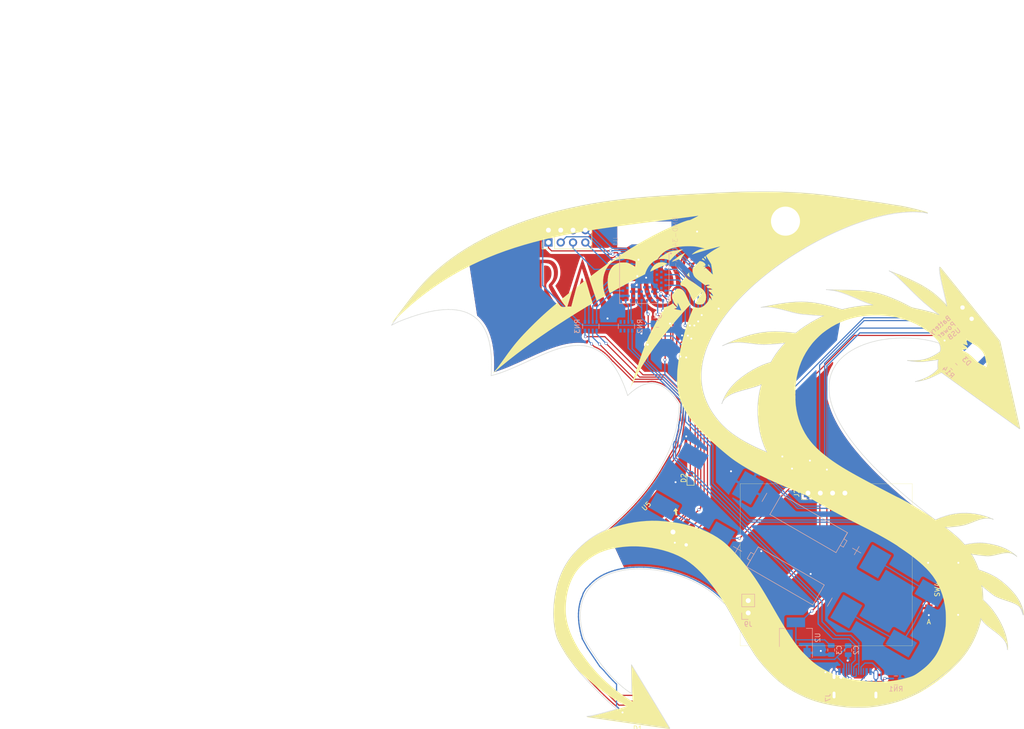
<source format=kicad_pcb>
(kicad_pcb (version 20171130) (host pcbnew 5.1.2)
  (layers (0 F.Cu signal) (31 B.Cu signal) (34 B.Paste user) (35 F.Paste user) (36 B.SilkS user) (37 F.SilkS user hide) (38 B.Mask user) (39 F.Mask user hide) (44 Edge.Cuts user))
  (net 0 "")
  (net 1 VSS)
  (net 2 VCC)
  (net 3 +5V)
  (net 4 +3V3)
  (net 5 "Net-(D3-Pad2)")
  (net 6 SWCLK)
  (net 7 SWDIO)
  (net 8 SCL)
  (net 9 SDA)
  (net 10 D-)
  (net 11 D+)
  (net 12 "Net-(J7-PadB5)")
  (net 13 "Net-(J7-PadA5)")
  (net 14 "Net-(J7-PadA8)")
  (net 15 VDD)
  (net 16 "Net-(RN2-Pad5)")
  (net 17 "Net-(RN2-Pad6)")
  (net 18 "Net-(RN2-Pad8)")
  (net 19 "Net-(RN2-Pad7)")
  (net 20 "Net-(RN2-Pad4)")
  (net 21 "Net-(RN2-Pad3)")
  (net 22 "Net-(D1-Pad3)")
  (net 23 "Net-(D1-Pad1)")
  (net 24 "Net-(U1-Pad6)")
  (net 25 "Net-(U1-Pad8)")
  (net 26 "Net-(U1-Pad10)")
  (net 27 "Net-(U1-Pad12)")
  (net 28 "Net-(U1-Pad14)")
  (net 29 "Net-(U1-Pad19)")
  (net 30 "Net-(U1-Pad20)")
  (net 31 "Net-(U1-Pad21)")
  (net 32 "Net-(U1-Pad22)")
  (net 33 "Net-(U1-Pad23)")
  (net 34 "Net-(U1-Pad24)")
  (net 35 "Net-(U1-Pad25)")
  (net 36 "Net-(U1-Pad26)")
  (net 37 "Net-(U1-Pad27)")
  (net 38 "Net-(U1-Pad28)")
  (net 39 "Net-(U1-Pad32)")
  (net 40 "Net-(U1-Pad34)")
  (net 41 "Net-(U1-Pad36)")
  (net 42 "Net-(U1-Pad38)")
  (net 43 "Net-(U1-Pad40)")
  (net 44 "Net-(U1-Pad42)")
  (net 45 "Net-(U1-Pad50)")
  (net 46 "Net-(U1-Pad51)")
  (net 47 "Net-(U1-Pad52)")
  (net 48 "Net-(U1-Pad53)")
  (net 49 "Net-(U1-Pad54)")
  (net 50 "Net-(U1-Pad56)")
  (net 51 "Net-(U1-Pad57)")
  (net 52 "Net-(U1-Pad58)")
  (net 53 "Net-(U1-Pad63)")
  (net 54 "Net-(J3-Pad2)")
  (net 55 "Net-(D1-Pad2)")
  (net 56 Red)
  (net 57 Green)
  (net 58 Blue)
  (net 59 Attention)
  (net 60 Eye)
  (net 61 P0.18)
  (net 62 P0.23)
  (net 63 P1.03)
  (net 64 P1.04)
  (net 65 ButtonB)
  (net 66 ButtonA)
  (net 67 Left)
  (net 68 Center)
  (net 69 Down)
  (net 70 Up)
  (net 71 Right)
  (net 72 "Net-(D2-Pad2)")
  (net 73 "Net-(J7-PadB8)")
  (module Connector_Pin:Pin_D1.0mm_L10.0mm (layer F.Cu) (at 159.4 44.25)
    (fp_text reference REF** (at 0 2.25) (layer F.SilkS))
    (fp_text value Pin_D1.0mm_L10.0mm)
    (pad 1 thru_hole circle (at 0 0) (size 6.5 6.5) (drill 6) (layers *.Cu *.Mask))
  )
  (module LOGO (layer F.Cu) (at 0 0)
    (fp_text reference G*** hide)
    (fp_text value LOGO hide)
  )
  (module LOGO (layer F.Cu) (at 142.55 93.4)
    (fp_text reference G*** hide)
    (fp_text value LOGO hide)
  )
  (module LOGO (layer F.Cu) (at 0 0)
    (fp_text reference G*** hide)
    (fp_text value LOGO hide)
  )
  (module LOGO (layer F.Cu) (at 142.55 93.4)
    (fp_text reference G*** hide)
    (fp_text value LOGO hide)
    (fp_poly (pts (xy -2.226878 -43.949308) (xy -1.664046 -43.886358) (xy -1.143 -43.798831) (xy -0.877435 -43.745769) (xy -0.623733 -43.69173) (xy -0.400351 -43.640894) (xy -0.225747 -43.597441) (xy -0.127884 -43.568898) (xy 0.104066 -43.490022) (xy -0.212551 -43.465614) (xy -0.405528 -43.443017) (xy -0.598884 -43.407944) (xy -0.740834 -43.370927) (xy -1.185521 -43.187955) (xy -1.640683 -42.934952) (xy -2.091957 -42.622827) (xy -2.524981 -42.26249) (xy -2.92539 -41.864852) (xy -3.274792 -41.446188) (xy -3.580736 -40.997955) (xy -3.808831 -40.567854) (xy -3.961882 -40.148253) (xy -4.04269 -39.731517) (xy -4.05467 -39.32216) (xy -4.04092 -39.112406) (xy -4.018284 -38.95442) (xy -3.979062 -38.815313) (xy -3.915553 -38.662195) (xy -3.88466 -38.596041) (xy -3.700764 -38.272279) (xy -3.478286 -38.007074) (xy -3.196579 -37.776235) (xy -3.168265 -37.75676) (xy -3.044827 -37.674719) (xy -2.95102 -37.615704) (xy -2.906462 -37.592038) (xy -2.905988 -37.592) (xy -2.905033 -37.628805) (xy -2.923273 -37.723678) (xy -2.945787 -37.81425) (xy -2.994691 -38.057645) (xy -3.025961 -38.338426) (xy -3.037433 -38.621692) (xy -3.026942 -38.872542) (xy -3.016455 -38.9539) (xy -2.977202 -39.193965) (xy -3.192518 -39.109784) (xy -3.346041 -39.044614) (xy -3.490997 -38.974879) (xy -3.545606 -38.945118) (xy -3.683378 -38.864633) (xy -3.595515 -39.036859) (xy -3.459322 -39.247696) (xy -3.279291 -39.449106) (xy -3.083197 -39.611983) (xy -2.995144 -39.666008) (xy -2.827533 -39.792415) (xy -2.683521 -39.9855) (xy -2.6812 -39.989423) (xy -2.547234 -40.216667) (xy -2.9352 -40.225212) (xy -3.127869 -40.228384) (xy -3.305771 -40.229447) (xy -3.43937 -40.228287) (xy -3.471334 -40.227285) (xy -3.545403 -40.225916) (xy -3.567193 -40.235749) (xy -3.529931 -40.264863) (xy -3.426841 -40.321334) (xy -3.3655 -40.353472) (xy -3.227812 -40.419648) (xy -3.102991 -40.461846) (xy -2.96122 -40.486958) (xy -2.772679 -40.501878) (xy -2.709754 -40.50506) (xy -2.539771 -40.513497) (xy -2.416153 -40.525904) (xy -2.317941 -40.551211) (xy -2.224178 -40.598349) (xy -2.113906 -40.676251) (xy -1.966166 -40.793847) (xy -1.892923 -40.853161) (xy -1.915066 -40.873498) (xy -2.003199 -40.903935) (xy -2.140112 -40.93887) (xy -2.189256 -40.949628) (xy -2.382192 -40.992261) (xy -2.574995 -41.037961) (xy -2.726859 -41.077046) (xy -2.7305 -41.078056) (xy -2.942167 -41.136911) (xy -2.688167 -41.190998) (xy -2.332071 -41.236721) (xy -1.988441 -41.223801) (xy -1.693334 -41.1568) (xy -1.536829 -41.110317) (xy -1.407031 -41.097386) (xy -1.255198 -41.11436) (xy -1.217084 -41.121173) (xy -1.087019 -41.148948) (xy -0.998698 -41.174909) (xy -0.973667 -41.19003) (xy -1.009008 -41.217963) (xy -1.103773 -41.273044) (xy -1.241072 -41.345749) (xy -1.322752 -41.386903) (xy -1.671838 -41.559955) (xy -1.333336 -41.540663) (xy -1.085488 -41.52137) (xy -0.893304 -41.490431) (xy -0.727848 -41.439468) (xy -0.56018 -41.360107) (xy -0.409498 -41.273252) (xy -0.241848 -41.179814) (xy -0.072495 -41.097851) (xy 0.063211 -41.044405) (xy 0.068587 -41.042754) (xy 0.144182 -41.019295) (xy 0.196028 -41.006139) (xy 0.219925 -41.01141) (xy 0.211671 -41.043229) (xy 0.167067 -41.109721) (xy 0.081912 -41.219006) (xy -0.047994 -41.379209) (xy -0.204726 -41.571286) (xy -0.557619 -42.004403) (xy -0.29228 -41.861952) (xy -0.12504 -41.756956) (xy 0.058613 -41.618478) (xy 0.218994 -41.476448) (xy 0.219362 -41.476084) (xy 0.331872 -41.368408) (xy 0.417371 -41.293275) (xy 0.462074 -41.262538) (xy 0.465531 -41.264417) (xy 0.458599 -41.317806) (xy 0.440168 -41.433795) (xy 0.413591 -41.591634) (xy 0.399765 -41.671374) (xy 0.372909 -41.839561) (xy 0.356287 -41.973798) (xy 0.352149 -42.054135) (xy 0.355135 -42.067581) (xy 0.369623 -42.065475) (xy 0.397698 -42.036509) (xy 0.443636 -41.974072) (xy 0.511711 -41.871551) (xy 0.606198 -41.722335) (xy 0.731374 -41.519812) (xy 0.891514 -41.257369) (xy 1.07859 -40.948734) (xy 1.493636 -40.262634) (xy 1.674274 -39.213067) (xy 1.722952 -38.926015) (xy 1.765386 -38.667598) (xy 1.799824 -38.449176) (xy 1.824514 -38.282108) (xy 1.837704 -38.177753) (xy 1.838711 -38.14695) (xy 1.804928 -38.170156) (xy 1.718902 -38.244239) (xy 1.589322 -38.361285) (xy 1.424871 -38.513382) (xy 1.234238 -38.692617) (xy 1.109265 -38.811456) (xy 0.39602 -39.492513) (xy 0.269182 -39.415378) (xy 0.149468 -39.352214) (xy 0.039556 -39.30855) (xy 0.039421 -39.308511) (xy -0.018762 -39.294727) (xy -0.010694 -39.310215) (xy 0.0635 -39.359863) (xy 0.197582 -39.460654) (xy 0.272406 -39.563574) (xy 0.306229 -39.678387) (xy 0.327487 -39.796273) (xy 0.068493 -39.773158) (xy -0.1905 -39.750042) (xy 0.002077 -39.812822) (xy 0.140991 -39.873044) (xy 0.259521 -39.949156) (xy 0.289207 -39.976249) (xy 0.351987 -40.059776) (xy 0.353724 -40.087739) (xy 0.841174 -40.087739) (xy 0.850669 -40.049617) (xy 0.903251 -39.972049) (xy 0.981697 -39.875016) (xy 1.068789 -39.7785) (xy 1.147304 -39.702481) (xy 1.200023 -39.666942) (xy 1.204356 -39.666334) (xy 1.219351 -39.70158) (xy 1.209631 -39.78275) (xy 1.146848 -39.985896) (xy 1.06338 -40.126958) (xy 0.9784 -40.206474) (xy 0.861433 -40.292951) (xy 0.868801 -40.201892) (xy 0.860399 -40.119041) (xy 0.841174 -40.087739) (xy 0.353724 -40.087739) (xy 0.356895 -40.138771) (xy 0.337526 -40.199698) (xy 0.221219 -40.398791) (xy 0.038677 -40.578407) (xy -0.192037 -40.726952) (xy -0.45286 -40.832832) (xy -0.725728 -40.884451) (xy -0.72972 -40.884745) (xy -1.067582 -40.873579) (xy -1.370429 -40.787215) (xy -1.642752 -40.623513) (xy -1.889041 -40.380332) (xy -1.949927 -40.303076) (xy -2.114787 -40.020459) (xy -2.232776 -39.685489) (xy -2.302962 -39.316932) (xy -2.32441 -38.933556) (xy -2.296189 -38.554127) (xy -2.217365 -38.197412) (xy -2.087006 -37.882178) (xy -2.071631 -37.854587) (xy -1.94412 -37.664173) (xy -1.77421 -37.469005) (xy -1.553905 -37.261725) (xy -1.275208 -37.03498) (xy -0.930122 -36.781413) (xy -0.824146 -36.707131) (xy -0.601827 -36.550755) (xy -0.386438 -36.395888) (xy -0.194787 -36.254858) (xy -0.043683 -36.139996) (xy 0.032804 -36.07854) (xy 0.256109 -35.890318) (xy 0.425244 -35.957993) (xy 0.601861 -36.003507) (xy 0.811363 -36.021219) (xy 1.018064 -36.010868) (xy 1.186273 -35.972194) (xy 1.2065 -35.963696) (xy 1.286062 -35.924417) (xy 1.292658 -35.907357) (xy 1.236147 -35.902105) (xy 1.131439 -35.880221) (xy 1.010197 -35.831837) (xy 1.003314 -35.828321) (xy 0.870589 -35.77092) (xy 0.71685 -35.719486) (xy 0.688921 -35.711905) (xy 0.51001 -35.665834) (xy 0.661023 -35.475334) (xy 0.751882 -35.367153) (xy 0.821862 -35.312176) (xy 0.89977 -35.295056) (xy 0.992521 -35.298709) (xy 1.221118 -35.289438) (xy 1.439154 -35.233252) (xy 1.614054 -35.139021) (xy 1.631699 -35.124634) (xy 1.740748 -35.030834) (xy 1.579457 -35.020321) (xy 1.437277 -35.012285) (xy 1.266003 -35.00423) (xy 1.195916 -35.001393) (xy 1.071877 -34.996309) (xy 0.991489 -34.992267) (xy 0.974304 -34.99074) (xy 1.041728 -34.80194) (xy 1.128136 -34.669283) (xy 1.253033 -34.564245) (xy 1.2763 -34.549105) (xy 1.468214 -34.397524) (xy 1.648923 -34.202577) (xy 1.7918 -33.995055) (xy 1.840601 -33.896513) (xy 1.881666 -33.783923) (xy 1.901382 -33.701646) (xy 1.89824 -33.665042) (xy 1.870729 -33.689473) (xy 1.859109 -33.708215) (xy 1.79613 -33.771722) (xy 1.688322 -33.844399) (xy 1.638146 -33.871528) (xy 1.491418 -33.959575) (xy 1.350473 -34.066311) (xy 1.322916 -34.091202) (xy 1.185333 -34.221943) (xy 1.185514 -34.076055) (xy 1.218179 -33.921454) (xy 1.308565 -33.746112) (xy 1.312831 -33.739667) (xy 1.460498 -33.4707) (xy 1.575261 -33.168714) (xy 1.626794 -32.9565) (xy 1.656275 -32.787167) (xy 1.582852 -32.893) (xy 1.514092 -32.981846) (xy 1.412353 -33.101947) (xy 1.328103 -33.196084) (xy 1.146778 -33.393333) (xy 1.077592 -33.15375) (xy 0.915035 -32.736484) (xy 0.67656 -32.351174) (xy 0.384046 -32.017277) (xy 0.132168 -31.779918) (xy -0.088694 -31.601224) (xy -0.296668 -31.470917) (xy -0.509884 -31.378718) (xy -0.746471 -31.314349) (xy -0.908213 -31.284646) (xy -1.281448 -31.266342) (xy -1.657328 -31.324684) (xy -2.018066 -31.454154) (xy -2.345871 -31.649234) (xy -2.50195 -31.778998) (xy -2.650446 -31.92918) (xy -2.786933 -32.094565) (xy -2.918921 -32.287402) (xy -3.053921 -32.519941) (xy -3.199442 -32.804432) (xy -3.362996 -33.153123) (xy -3.41484 -33.267932) (xy -3.607381 -33.687216) (xy -3.778112 -34.034755) (xy -3.932848 -34.318832) (xy -4.077408 -34.547736) (xy -4.217606 -34.729751) (xy -4.35926 -34.873163) (xy -4.508186 -34.986258) (xy -4.670201 -35.077323) (xy -4.692423 -35.087926) (xy -4.822473 -35.143245) (xy -4.942635 -35.176989) (xy -5.081652 -35.194181) (xy -5.268269 -35.199846) (xy -5.334 -35.20005) (xy -5.601891 -35.188444) (xy -5.81027 -35.147871) (xy -5.981879 -35.069433) (xy -6.139462 -34.944231) (xy -6.231358 -34.848938) (xy -6.383563 -34.644807) (xy -6.48851 -34.41453) (xy -6.55116 -34.141908) (xy -6.576475 -33.810741) (xy -6.577549 -33.7185) (xy -6.575654 -33.50221) (xy -6.566121 -33.342043) (xy -6.544146 -33.209504) (xy -6.504929 -33.076097) (xy -6.443665 -32.913327) (xy -6.440504 -32.905338) (xy -6.333508 -32.669144) (xy -6.197065 -32.41867) (xy -6.041906 -32.169267) (xy -5.878758 -31.93629) (xy -5.718351 -31.735091) (xy -5.571414 -31.581024) (xy -5.452463 -31.491431) (xy -5.413624 -31.474414) (xy -5.389746 -31.483183) (xy -5.378135 -31.531658) (xy -5.376099 -31.633762) (xy -5.380946 -31.803415) (xy -5.382703 -31.852122) (xy -5.386985 -32.025696) (xy -5.386461 -32.162168) (xy -5.381415 -32.243283) (xy -5.376334 -32.257788) (xy -5.353723 -32.221328) (xy -5.303701 -32.12175) (xy -5.232827 -31.973488) (xy -5.147658 -31.790976) (xy -5.054752 -31.588651) (xy -4.960667 -31.380946) (xy -4.871961 -31.182297) (xy -4.795192 -31.007139) (xy -4.736919 -30.869905) (xy -4.703698 -30.785032) (xy -4.698482 -30.76575) (xy -4.697607 -30.752419) (xy -4.702136 -30.743734) (xy -4.723538 -30.741298) (xy -4.773284 -30.746709) (xy -4.862845 -30.761568) (xy -5.003691 -30.787475) (xy -5.207293 -30.826032) (xy -5.418667 -30.866223) (xy -5.647803 -30.910365) (xy -5.850259 -30.950535) (xy -6.010171 -30.983496) (xy -6.111672 -31.00601) (xy -6.137191 -31.012884) (xy -6.132907 -31.036055) (xy -6.061747 -31.076475) (xy -5.937718 -31.126364) (xy -5.92439 -31.13107) (xy -5.731275 -31.199441) (xy -5.612037 -31.250348) (xy -5.561103 -31.295587) (xy -5.572899 -31.346957) (xy -5.641852 -31.416254) (xy -5.748309 -31.50381) (xy -5.907292 -31.645486) (xy -6.072044 -31.811576) (xy -6.180667 -31.93486) (xy -6.27716 -32.050274) (xy -6.352762 -32.134601) (xy -6.392261 -32.170943) (xy -6.393473 -32.171278) (xy -6.435978 -32.148762) (xy -6.526217 -32.087708) (xy -6.644832 -32.001226) (xy -6.647371 -31.999319) (xy -7.008137 -31.765371) (xy -7.405919 -31.582223) (xy -7.721594 -31.477249) (xy -8.02389 -31.404651) (xy -8.362855 -31.347904) (xy -8.708973 -31.310268) (xy -9.032729 -31.295003) (xy -9.290551 -31.303987) (xy -9.728985 -31.386623) (xy -10.145622 -31.547871) (xy -10.537376 -31.783768) (xy -10.901162 -32.090355) (xy -11.233895 -32.463669) (xy -11.532489 -32.89975) (xy -11.79386 -33.394636) (xy -12.014922 -33.944366) (xy -12.192591 -34.544978) (xy -12.32378 -35.192511) (xy -12.324999 -35.200167) (xy -12.348025 -35.406283) (xy -12.363945 -35.675196) (xy -12.372783 -35.98534) (xy -12.374561 -36.315147) (xy -12.373977 -36.351577) (xy -11.464672 -36.351577) (xy -11.42307 -35.722593) (xy -11.332672 -35.108865) (xy -11.194864 -34.527039) (xy -11.011029 -33.993764) (xy -10.91889 -33.785033) (xy -10.662861 -33.324714) (xy -10.363064 -32.924915) (xy -10.024783 -32.590444) (xy -9.653306 -32.326112) (xy -9.253919 -32.136729) (xy -9.032031 -32.068209) (xy -8.740579 -32.024077) (xy -8.412395 -32.02288) (xy -8.082466 -32.062562) (xy -7.785782 -32.141064) (xy -7.784272 -32.141611) (xy -7.435435 -32.291363) (xy -7.137541 -32.473208) (xy -6.937892 -32.633218) (xy -6.742617 -32.805304) (xy -6.80344 -33.029069) (xy -6.836365 -33.22464) (xy -6.849566 -33.476216) (xy -6.844254 -33.75776) (xy -6.821638 -34.04324) (xy -6.782927 -34.30662) (xy -6.734868 -34.504721) (xy -6.624847 -34.77625) (xy -6.472121 -35.043351) (xy -6.290885 -35.287421) (xy -6.095338 -35.489856) (xy -5.899676 -35.632053) (xy -5.858315 -35.653269) (xy -5.806276 -35.693145) (xy -5.773046 -35.766644) (xy -5.750948 -35.894874) (xy -5.743171 -35.969781) (xy -5.735309 -36.1638) (xy -5.739749 -36.417239) (xy -5.754746 -36.706025) (xy -5.778554 -37.006085) (xy -5.809429 -37.293344) (xy -5.845625 -37.543732) (xy -5.864584 -37.644747) (xy -5.998755 -38.16224) (xy -6.178311 -38.654589) (xy -6.396713 -39.109262) (xy -6.647425 -39.513727) (xy -6.923908 -39.855452) (xy -7.112053 -40.036034) (xy -7.188312 -40.101097) (xy -7.247153 -40.139163) (xy -7.302313 -40.144492) (xy -7.367531 -40.111345) (xy -7.456544 -40.033982) (xy -7.583091 -39.906666) (xy -7.69302 -39.793334) (xy -7.960312 -39.518167) (xy -7.731002 -39.920334) (xy -7.639705 -40.085256) (xy -7.568792 -40.222638) (xy -7.526233 -40.316413) (xy -7.518136 -40.349598) (xy -7.562962 -40.377748) (xy -7.665134 -40.425996) (xy -7.802946 -40.484124) (xy -7.809285 -40.486667) (xy -8.227865 -40.613486) (xy -8.656352 -40.666654) (xy -9.078591 -40.645535) (xy -9.470377 -40.55228) (xy -9.832723 -40.383728) (xy -10.17008 -40.138867) (xy -10.47803 -39.823519) (xy -10.752159 -39.443504) (xy -10.988048 -39.004644) (xy -11.181281 -38.512757) (xy -11.282874 -38.163584) (xy -11.395959 -37.58872) (xy -11.456097 -36.979169) (xy -11.464672 -36.351577) (xy -12.373977 -36.351577) (xy -12.369302 -36.643048) (xy -12.357031 -36.947476) (xy -12.337768 -37.206863) (xy -12.322719 -37.33291) (xy -12.196512 -37.980942) (xy -12.014012 -38.588893) (xy -11.778707 -39.151287) (xy -11.494086 -39.662652) (xy -11.16364 -40.117514) (xy -10.790856 -40.5104) (xy -10.429844 -40.795815) (xy -6.64578 -40.795815) (xy -6.46614 -40.644628) (xy -6.057742 -40.246402) (xy -5.700943 -39.784904) (xy -5.399059 -39.26641) (xy -5.155403 -38.697194) (xy -4.973289 -38.083532) (xy -4.888342 -37.656763) (xy -4.862962 -37.447583) (xy -4.84321 -37.178226) (xy -4.830483 -36.87308) (xy -4.826171 -36.570871) (xy -4.826 -35.867241) (xy -4.624917 -35.840558) (xy -4.475724 -35.806876) (xy -4.297125 -35.747246) (xy -4.166881 -35.692343) (xy -4.02506 -35.621327) (xy -3.898133 -35.546363) (xy -3.781497 -35.460606) (xy -3.670552 -35.357213) (xy -3.560698 -35.22934) (xy -3.447334 -35.070141) (xy -3.325857 -34.872773) (xy -3.191669 -34.630391) (xy -3.040167 -34.336152) (xy -2.866752 -33.98321) (xy -2.666821 -33.564721) (xy -2.503015 -33.217159) (xy -2.336433 -32.884797) (xy -2.180323 -32.623366) (xy -2.026436 -32.421221) (xy -1.866525 -32.266722) (xy -1.788171 -32.208101) (xy -1.491639 -32.051685) (xy -1.15578 -31.954741) (xy -0.805091 -31.921108) (xy -0.464068 -31.954629) (xy -0.351693 -31.982887) (xy -0.155951 -32.069563) (xy 0.017214 -32.214774) (xy 0.0334 -32.232046) (xy 0.179994 -32.407354) (xy 0.281922 -32.5766) (xy 0.356602 -32.773465) (xy 0.401542 -32.943818) (xy 0.462992 -33.375451) (xy 0.440621 -33.795739) (xy 0.334174 -34.206945) (xy 0.232624 -34.444597) (xy 0.073448 -34.702057) (xy -0.157915 -34.970471) (xy -0.464254 -35.252521) (xy -0.848357 -35.55089) (xy -1.102459 -35.728816) (xy -1.314705 -35.87427) (xy -1.529286 -36.024084) (xy -1.723168 -36.162006) (xy -1.873314 -36.271784) (xy -1.891634 -36.285571) (xy -2.065418 -36.408985) (xy -2.274156 -36.545482) (xy -2.477727 -36.669004) (xy -2.512809 -36.689024) (xy -2.864393 -36.898585) (xy -3.157623 -37.101256) (xy -3.415272 -37.314361) (xy -3.660116 -37.555222) (xy -3.681346 -37.577828) (xy -3.983568 -37.923984) (xy -4.215504 -38.245033) (xy -4.382372 -38.55418) (xy -4.489389 -38.864627) (xy -4.541772 -39.189579) (xy -4.54474 -39.542239) (xy -4.530099 -39.725668) (xy -4.454262 -40.274219) (xy -4.346788 -40.774506) (xy -4.258726 -41.073917) (xy -4.213352 -41.21364) (xy -4.18247 -41.315451) (xy -4.172145 -41.359251) (xy -4.172487 -41.359667) (xy -4.199625 -41.32597) (xy -4.262536 -41.23407) (xy -4.352428 -41.097752) (xy -4.460507 -40.930801) (xy -4.577983 -40.747002) (xy -4.696062 -40.560142) (xy -4.805953 -40.384005) (xy -4.898863 -40.232376) (xy -4.965999 -40.119042) (xy -4.982496 -40.089667) (xy -5.068682 -39.922335) (xy -5.163052 -39.724536) (xy -5.230608 -39.572731) (xy -5.29086 -39.437505) (xy -5.338829 -39.341806) (xy -5.365332 -39.303734) (xy -5.366865 -39.304088) (xy -5.362761 -39.348555) (xy -5.340221 -39.458367) (xy -5.302905 -39.617131) (xy -5.254472 -39.80846) (xy -5.252997 -39.814107) (xy -5.109657 -40.297964) (xy -4.936755 -40.774288) (xy -4.741189 -41.228678) (xy -4.529859 -41.646736) (xy -4.309665 -42.014061) (xy -4.087505 -42.316255) (xy -4.013834 -42.400428) (xy -3.837186 -42.592069) (xy -4.057274 -42.505318) (xy -4.403194 -42.353334) (xy -4.761011 -42.163876) (xy -5.140083 -41.930985) (xy -5.549767 -41.648705) (xy -5.99942 -41.311078) (xy -6.27564 -41.092827) (xy -6.64578 -40.795815) (xy -10.429844 -40.795815) (xy -10.379225 -40.835834) (xy -9.932235 -41.088345) (xy -9.927461 -41.090546) (xy -9.758058 -41.171245) (xy -9.642649 -41.238952) (xy -9.576009 -41.297753) (xy -9.360714 -41.297753) (xy -9.3345 -41.295388) (xy -9.261435 -41.309218) (xy -9.122827 -41.323465) (xy -8.937779 -41.33655) (xy -8.72539 -41.346896) (xy -8.6995 -41.347859) (xy -8.309659 -41.350115) (xy -7.976959 -41.323806) (xy -7.677636 -41.265319) (xy -7.387925 -41.17104) (xy -7.298162 -41.134743) (xy -7.161764 -41.081004) (xy -7.054432 -41.045397) (xy -7.003976 -41.035913) (xy -6.960719 -41.067438) (xy -6.871133 -41.150134) (xy -6.74644 -41.273074) (xy -6.597863 -41.425332) (xy -6.519266 -41.507834) (xy -6.070339 -41.965516) (xy -5.646826 -42.362419) (xy -5.252213 -42.695704) (xy -4.889985 -42.962534) (xy -4.563628 -43.160068) (xy -4.386988 -43.243936) (xy -4.290549 -43.289044) (xy -4.2416 -43.321586) (xy -4.240234 -43.328012) (xy -4.287223 -43.328296) (xy -4.405011 -43.315688) (xy -4.581055 -43.292223) (xy -4.802814 -43.259937) (xy -5.057746 -43.220865) (xy -5.333309 -43.177043) (xy -5.616962 -43.130507) (xy -5.896162 -43.083293) (xy -6.158368 -43.037436) (xy -6.391038 -42.994972) (xy -6.58163 -42.957937) (xy -6.717602 -42.928366) (xy -6.745314 -42.921402) (xy -7.139634 -42.790541) (xy -7.569205 -42.59993) (xy -8.018598 -42.357641) (xy -8.472381 -42.071746) (xy -8.763 -41.865897) (xy -8.901128 -41.757745) (xy -9.038086 -41.640768) (xy -9.163198 -41.525624) (xy -9.265791 -41.422969) (xy -9.335188 -41.34346) (xy -9.360714 -41.297753) (xy -9.576009 -41.297753) (xy -9.557449 -41.314129) (xy -9.478674 -41.417234) (xy -9.394987 -41.548598) (xy -9.227664 -41.785361) (xy -9.009585 -42.045165) (xy -8.761795 -42.306185) (xy -8.505342 -42.546594) (xy -8.261269 -42.74457) (xy -8.199271 -42.788568) (xy -7.828929 -43.025812) (xy -7.457274 -43.229173) (xy -7.073656 -43.401648) (xy -6.667428 -43.546236) (xy -6.22794 -43.665933) (xy -5.744543 -43.763738) (xy -5.20659 -43.842649) (xy -4.603432 -43.905663) (xy -4.091405 -43.944999) (xy -3.419154 -43.977567) (xy -2.804779 -43.979357) (xy -2.226878 -43.949308)) (layer F.Cu) (width 0.01))
    (fp_poly (pts (xy -16.25432 -41.338761) (xy -15.94994 -41.327055) (xy -15.687164 -41.305811) (xy -15.515167 -41.280696) (xy -15.371283 -41.247715) (xy -15.183008 -41.19764) (xy -14.968556 -41.136112) (xy -14.746138 -41.068772) (xy -14.533967 -41.001261) (xy -14.350255 -40.939219) (xy -14.213215 -40.888289) (xy -14.143743 -40.85592) (xy -14.119872 -40.827499) (xy -14.106854 -40.770899) (xy -14.10439 -40.672328) (xy -14.112179 -40.517992) (xy -14.129921 -40.294099) (xy -14.131192 -40.279349) (xy -14.150123 -40.075138) (xy -14.168471 -39.903401) (xy -14.184289 -39.780706) (xy -14.19563 -39.723622) (xy -14.196706 -39.72185) (xy -14.237452 -39.735133) (xy -14.323823 -39.788925) (xy -14.413795 -39.8541) (xy -14.893482 -40.169227) (xy -15.414933 -40.41772) (xy -15.578667 -40.47832) (xy -15.738787 -40.532278) (xy -15.868758 -40.570015) (xy -15.989956 -40.594339) (xy -16.123755 -40.608055) (xy -16.291531 -40.613973) (xy -16.51466 -40.614898) (xy -16.615834 -40.614536) (xy -16.876092 -40.61183) (xy -17.074075 -40.604576) (xy -17.232152 -40.590166) (xy -17.372695 -40.565994) (xy -17.518072 -40.529455) (xy -17.630904 -40.496275) (xy -17.93172 -40.395285) (xy -18.175068 -40.287437) (xy -18.387663 -40.156859) (xy -18.596223 -39.987679) (xy -18.776096 -39.815899) (xy -18.971944 -39.607998) (xy -19.122351 -39.416048) (xy -19.251378 -39.207645) (xy -19.311457 -39.094834) (xy -19.501589 -38.684616) (xy -19.646574 -38.276482) (xy -19.749594 -37.853978) (xy -19.813832 -37.400648) (xy -19.84247 -36.900038) (xy -19.839561 -36.364334) (xy -19.821543 -35.951423) (xy -19.791763 -35.601788) (xy -19.746918 -35.294463) (xy -19.683709 -35.008482) (xy -19.598832 -34.722877) (xy -19.565858 -34.626144) (xy -19.36985 -34.157255) (xy -19.122068 -33.711869) (xy -18.832552 -33.30316) (xy -18.511341 -32.944302) (xy -18.168476 -32.648468) (xy -17.94579 -32.500334) (xy -17.594419 -32.320813) (xy -17.242776 -32.201165) (xy -16.865125 -32.134572) (xy -16.488834 -32.114424) (xy -16.038661 -32.128054) (xy -15.641483 -32.179031) (xy -15.588001 -32.189412) (xy -15.457941 -32.21379) (xy -15.349206 -32.234509) (xy -15.259956 -32.25884) (xy -15.188348 -32.294055) (xy -15.132541 -32.347425) (xy -15.090693 -32.426222) (xy -15.060962 -32.537716) (xy -15.041507 -32.689179) (xy -15.030485 -32.887883) (xy -15.026056 -33.141099) (xy -15.026377 -33.456098) (xy -15.029607 -33.840151) (xy -15.033905 -34.30053) (xy -15.034512 -34.374667) (xy -15.0495 -36.2585) (xy -14.615584 -36.270565) (xy -14.181667 -36.282629) (xy -14.181667 -34.104444) (xy -14.18215 -33.681295) (xy -14.183536 -33.282718) (xy -14.185731 -32.916937) (xy -14.188643 -32.592179) (xy -14.192179 -32.316668) (xy -14.196244 -32.098629) (xy -14.200746 -31.946289) (xy -14.205591 -31.867871) (xy -14.207128 -31.859908) (xy -14.258284 -31.816834) (xy -14.375348 -31.759597) (xy -14.542332 -31.695525) (xy -14.628357 -31.666782) (xy -15.167941 -31.506971) (xy -15.653278 -31.392635) (xy -16.10021 -31.321752) (xy -16.524578 -31.292298) (xy -16.942223 -31.302249) (xy -17.245855 -31.332446) (xy -17.527456 -31.386278) (xy -17.842379 -31.475038) (xy -18.156904 -31.587329) (xy -18.437313 -31.711752) (xy -18.553107 -31.774319) (xy -19.042551 -32.107086) (xy -19.472189 -32.4971) (xy -19.842749 -32.945508) (xy -20.15496 -33.453453) (xy -20.40955 -34.022079) (xy -20.607249 -34.652531) (xy -20.72084 -35.179) (xy -20.759182 -35.450531) (xy -20.788966 -35.77403) (xy -20.809437 -36.126056) (xy -20.819842 -36.483171) (xy -20.819426 -36.821935) (xy -20.807434 -37.118909) (xy -20.789367 -37.307906) (xy -20.662001 -37.987023) (xy -20.4679 -38.618843) (xy -20.208192 -39.200829) (xy -19.884006 -39.730446) (xy -19.50303 -40.198152) (xy -19.111502 -40.566991) (xy -18.693183 -40.85984) (xy -18.2356 -41.083915) (xy -17.726284 -41.246433) (xy -17.666146 -41.260959) (xy -17.468378 -41.294056) (xy -17.207336 -41.318577) (xy -16.903994 -41.33433) (xy -16.579331 -41.341122) (xy -16.25432 -41.338761)) (layer F.Cu) (width 0.01))
    (fp_poly (pts (xy -41.976968 -41.181335) (xy -41.672386 -41.1785) (xy -41.352638 -41.173831) (xy -41.0293 -41.167523) (xy -40.713945 -41.159772) (xy -40.418149 -41.150774) (xy -40.153486 -41.140725) (xy -39.931531 -41.12982) (xy -39.763858 -41.118256) (xy -39.666334 -41.107002) (xy -39.137784 -40.974256) (xy -38.62933 -40.76693) (xy -38.156493 -40.492713) (xy -37.73479 -40.159298) (xy -37.712976 -40.139008) (xy -37.370886 -39.772647) (xy -37.082365 -39.363179) (xy -36.844004 -38.903435) (xy -36.652395 -38.38625) (xy -36.504131 -37.804456) (xy -36.441559 -37.465) (xy -36.416284 -37.245521) (xy -36.399452 -36.96403) (xy -36.390887 -36.641941) (xy -36.390411 -36.300669) (xy -36.397845 -35.961627) (xy -36.413012 -35.646231) (xy -36.435734 -35.375895) (xy -36.460369 -35.200167) (xy -36.610243 -34.552951) (xy -36.813018 -33.951604) (xy -37.065477 -33.402197) (xy -37.364401 -32.910797) (xy -37.706571 -32.483476) (xy -38.088771 -32.126302) (xy -38.091371 -32.124229) (xy -38.508013 -31.840136) (xy -38.960827 -31.624616) (xy -39.457056 -31.475039) (xy -40.00394 -31.388777) (xy -40.149749 -31.376773) (xy -40.597667 -31.346099) (xy -40.597299 -31.473966) (xy -40.59189 -31.593573) (xy -40.578636 -31.74849) (xy -40.570928 -31.818239) (xy -40.544925 -32.034643) (xy -40.200879 -32.061248) (xy -39.706259 -32.132125) (xy -39.264929 -32.265682) (xy -38.870293 -32.464753) (xy -38.515754 -32.732168) (xy -38.414137 -32.828214) (xy -38.093205 -33.199124) (xy -37.828803 -33.619883) (xy -37.6196 -34.094185) (xy -37.464268 -34.625725) (xy -37.361476 -35.218196) (xy -37.309896 -35.875294) (xy -37.309032 -35.898667) (xy -37.309753 -36.614571) (xy -37.365648 -37.267456) (xy -37.477217 -37.858952) (xy -37.644966 -38.390692) (xy -37.869395 -38.864305) (xy -38.151009 -39.281422) (xy -38.452814 -39.608975) (xy -38.83183 -39.922531) (xy -39.235871 -40.168734) (xy -39.683898 -40.35798) (xy -39.986437 -40.449771) (xy -40.186042 -40.489988) (xy -40.428421 -40.518829) (xy -40.697624 -40.53651) (xy -40.977701 -40.543249) (xy -41.252702 -40.539264) (xy -41.506677 -40.524771) (xy -41.723675 -40.499987) (xy -41.887748 -40.46513) (xy -41.980387 -40.422619) (xy -41.989646 -40.402609) (xy -41.997884 -40.355916) (xy -42.005155 -40.278176) (xy -42.011514 -40.165024) (xy -42.017016 -40.012095) (xy -42.021715 -39.815026) (xy -42.025667 -39.56945) (xy -42.028925 -39.271004) (xy -42.031545 -38.915322) (xy -42.033582 -38.498041) (xy -42.03509 -38.014795) (xy -42.036124 -37.46122) (xy -42.036738 -36.832951) (xy -42.036988 -36.125623) (xy -42.037 -35.909111) (xy -42.037 -31.442589) (xy -42.19575 -31.468829) (xy -42.328535 -31.483543) (xy -42.499859 -31.493273) (xy -42.613066 -31.495535) (xy -42.871632 -31.496) (xy -42.893018 -36.311417) (xy -42.89633 -37.113799) (xy -42.898757 -37.834317) (xy -42.900283 -38.47577) (xy -42.900895 -39.040957) (xy -42.900576 -39.532677) (xy -42.899314 -39.953728) (xy -42.897091 -40.306909) (xy -42.893894 -40.595018) (xy -42.889708 -40.820855) (xy -42.884518 -40.987217) (xy -42.878309 -41.096904) (xy -42.871067 -41.152715) (xy -42.867286 -41.161141) (xy -42.81215 -41.170415) (xy -42.683976 -41.176875) (xy -42.494338 -41.180718) (xy -42.25481 -41.182139) (xy -41.976968 -41.181335)) (layer F.Cu) (width 0.01))
    (fp_poly (pts (xy -33.349494 -41.189027) (xy -32.922049 -41.1867) (xy -32.568435 -41.180096) (xy -32.277872 -41.168069) (xy -32.039583 -41.14947) (xy -31.842789 -41.123152) (xy -31.67671 -41.087968) (xy -31.53057 -41.042768) (xy -31.393589 -40.986407) (xy -31.377791 -40.97909) (xy -31.063478 -40.786342) (xy -30.787503 -40.524453) (xy -30.554239 -40.201837) (xy -30.36806 -39.82691) (xy -30.233338 -39.408085) (xy -30.154447 -38.953777) (xy -30.134505 -38.586834) (xy -30.159177 -38.086777) (xy -30.241407 -37.630726) (xy -30.386732 -37.204021) (xy -30.600687 -36.791999) (xy -30.888807 -36.379998) (xy -31.035112 -36.201266) (xy -31.318729 -35.868214) (xy -30.745785 -34.878024) (xy -30.433697 -34.343044) (xy -30.153469 -33.872876) (xy -29.898201 -33.45706) (xy -29.660989 -33.085137) (xy -29.434935 -32.746647) (xy -29.213135 -32.431128) (xy -28.988688 -32.128122) (xy -28.754694 -31.827167) (xy -28.631967 -31.6742) (xy -28.562798 -31.574916) (xy -28.55152 -31.512124) (xy -28.568369 -31.485699) (xy -28.63891 -31.456679) (xy -28.767099 -31.436175) (xy -28.926219 -31.425585) (xy -29.089549 -31.42631) (xy -29.230372 -31.439749) (xy -29.2735 -31.448759) (xy -29.393951 -31.486211) (xy -29.499686 -31.536935) (xy -29.60144 -31.611148) (xy -29.709949 -31.719063) (xy -29.835948 -31.870896) (xy -29.990172 -32.076861) (xy -30.112188 -32.246783) (xy -30.353499 -32.589943) (xy -30.564041 -32.899318) (xy -30.755262 -33.193443) (xy -30.938608 -33.49085) (xy -31.125528 -33.810076) (xy -31.327471 -34.169653) (xy -31.53854 -34.556052) (xy -31.725697 -34.907354) (xy -31.870091 -35.19648) (xy -31.972576 -35.433821) (xy -32.034006 -35.629767) (xy -32.055236 -35.794709) (xy -32.037121 -35.939038) (xy -31.980514 -36.073145) (xy -31.886269 -36.20742) (xy -31.755242 -36.352254) (xy -31.691518 -36.416672) (xy -31.430289 -36.720089) (xy -31.230321 -37.053695) (xy -31.086924 -37.428889) (xy -30.995407 -37.857073) (xy -30.959613 -38.195721) (xy -30.961762 -38.593971) (xy -31.019928 -38.982445) (xy -31.128624 -39.34896) (xy -31.282363 -39.681333) (xy -31.475658 -39.967382) (xy -31.703021 -40.194923) (xy -31.923291 -40.335336) (xy -32.073995 -40.390526) (xy -32.270823 -40.437235) (xy -32.496578 -40.47422) (xy -32.734062 -40.500236) (xy -32.966075 -40.514039) (xy -33.17542 -40.514383) (xy -33.344898 -40.500026) (xy -33.457311 -40.469722) (xy -33.486541 -40.448448) (xy -33.495626 -40.422506) (xy -33.50341 -40.365246) (xy -33.509916 -40.272297) (xy -33.515167 -40.139288) (xy -33.519187 -39.961846) (xy -33.521998 -39.735602) (xy -33.523624 -39.456183) (xy -33.524087 -39.119218) (xy -33.523411 -38.720336) (xy -33.521619 -38.255166) (xy -33.518734 -37.719337) (xy -33.514779 -37.108476) (xy -33.509778 -36.418214) (xy -33.508637 -36.268031) (xy -33.50408 -35.677426) (xy -33.499591 -35.105673) (xy -33.495225 -34.559125) (xy -33.491035 -34.044135) (xy -33.487076 -33.567058) (xy -33.483401 -33.134247) (xy -33.480066 -32.752056) (xy -33.477124 -32.426839) (xy -33.474629 -32.164949) (xy -33.472636 -31.972741) (xy -33.471199 -31.856567) (xy -33.47083 -31.834667) (xy -33.4645 -31.517167) (xy -33.942251 -31.505183) (xy -34.420002 -31.4932) (xy -34.387803 -32.85985) (xy -34.376788 -33.416026) (xy -34.368085 -34.040572) (xy -34.361697 -34.717227) (xy -34.357626 -35.429726) (xy -34.355875 -36.161805) (xy -34.356447 -36.8972) (xy -34.359345 -37.619648) (xy -34.364571 -38.312886) (xy -34.372127 -38.960649) (xy -34.382018 -39.546673) (xy -34.386661 -39.761584) (xy -34.419821 -41.190334) (xy -33.349494 -41.189027)) (layer F.Cu) (width 0.01))
    (fp_poly (pts (xy -25.047529 -41.317297) (xy -25.006232 -41.219864) (xy -24.944199 -41.05705) (xy -24.860904 -40.827324) (xy -24.75582 -40.529157) (xy -24.628422 -40.16102) (xy -24.478183 -39.721381) (xy -24.304579 -39.208712) (xy -24.107082 -38.621483) (xy -23.885166 -37.958163) (xy -23.638307 -37.217223) (xy -23.383177 -36.449) (xy -23.177503 -35.828638) (xy -22.979363 -35.230552) (xy -22.790379 -34.659661) (xy -22.612173 -34.120884) (xy -22.446366 -33.619138) (xy -22.29458 -33.159341) (xy -22.158437 -32.746411) (xy -22.039559 -32.385265) (xy -21.939566 -32.080823) (xy -21.860081 -31.838002) (xy -21.802726 -31.66172) (xy -21.769121 -31.556895) (xy -21.760426 -31.52775) (xy -21.799445 -31.514983) (xy -21.906071 -31.504668) (xy -22.063253 -31.497973) (xy -22.224025 -31.496) (xy -22.429143 -31.49714) (xy -22.566431 -31.502587) (xy -22.652713 -31.515387) (xy -22.704815 -31.538586) (xy -22.739564 -31.575226) (xy -22.750392 -31.59125) (xy -22.778505 -31.656257) (xy -22.827966 -31.794726) (xy -22.896343 -31.99886) (xy -22.981201 -32.260864) (xy -23.080106 -32.572943) (xy -23.190623 -32.9273) (xy -23.310319 -33.31614) (xy -23.436758 -33.731666) (xy -23.567508 -34.166083) (xy -23.700134 -34.611595) (xy -23.811151 -34.9885) (xy -23.916397 -35.344753) (xy -24.030548 -35.726001) (xy -24.151117 -36.124342) (xy -24.275616 -36.531875) (xy -24.401555 -36.940699) (xy -24.526447 -37.342912) (xy -24.647803 -37.730613) (xy -24.763136 -38.095899) (xy -24.869956 -38.43087) (xy -24.965775 -38.727624) (xy -25.048107 -38.978259) (xy -25.114461 -39.174875) (xy -25.162349 -39.309568) (xy -25.189285 -39.374439) (xy -25.193754 -39.378959) (xy -25.210661 -39.333256) (xy -25.24816 -39.214318) (xy -25.303821 -39.030384) (xy -25.375216 -38.789696) (xy -25.459912 -38.500495) (xy -25.555481 -38.171021) (xy -25.659493 -37.809516) (xy -25.751883 -37.486167) (xy -25.874175 -37.055862) (xy -25.987541 -36.654646) (xy -26.094909 -36.271754) (xy -26.199207 -35.896423) (xy -26.303364 -35.517889) (xy -26.410308 -35.125389) (xy -26.522967 -34.708158) (xy -26.644271 -34.255434) (xy -26.777146 -33.756453) (xy -26.924522 -33.20045) (xy -27.089327 -32.576662) (xy -27.14547 -32.363834) (xy -27.36875 -31.517167) (xy -27.781375 -31.505051) (xy -27.956544 -31.502916) (xy -28.094794 -31.506955) (xy -28.178001 -31.516314) (xy -28.194 -31.524547) (xy -28.181625 -31.568204) (xy -28.145522 -31.687718) (xy -28.087228 -31.878137) (xy -28.008278 -32.134507) (xy -27.910211 -32.451876) (xy -27.794561 -32.825292) (xy -27.662864 -33.249802) (xy -27.516658 -33.720452) (xy -27.357478 -34.232291) (xy -27.186861 -34.780366) (xy -27.006342 -35.359723) (xy -26.817458 -35.965412) (xy -26.663198 -36.459707) (xy -26.424667 -37.223063) (xy -26.209847 -37.908926) (xy -26.017615 -38.520743) (xy -25.846846 -39.061963) (xy -25.696416 -39.536034) (xy -25.565201 -39.946405) (xy -25.452077 -40.296523) (xy -25.355918 -40.589838) (xy -25.275602 -40.829798) (xy -25.210004 -41.01985) (xy -25.158 -41.163443) (xy -25.118465 -41.264026) (xy -25.090276 -41.325047) (xy -25.072308 -41.349955) (xy -25.068615 -41.350878) (xy -25.047529 -41.317297)) (layer F.Cu) (width 0.01))
  )
  (module LOGO (layer F.Cu) (at 142.55 93.4)
    (fp_text reference G*** hide)
    (fp_text value LOGO hide)
  )
  (module LOGO (layer F.Cu) (at 142.55 93.4)
    (fp_text reference G*** hide)
    (fp_text value LOGO hide)
  )
  (module Capacitor_SMD:C_0805_2012Metric (layer B.Cu) (at 132.987501 65.45 180)
    (fp_text reference C1 (at 0 1.65) (layer B.SilkS) (effects (justify mirror)))
    (fp_text value 4.7uF)
    (pad 1 smd roundrect (at -0.9375 0 180) (size 0.975 1.4) (layers B.Cu B.Paste B.Mask) (net 1 VSS))
    (pad 2 smd roundrect (at 0.9375 0 180) (size 0.975 1.4) (layers B.Cu B.Paste B.Mask) (net 2 VCC))
  )
  (module Capacitor_SMD:C_0805_2012Metric (layer B.Cu) (at 172.35 132.837501 90)
    (fp_text reference C2 (at 0 1.65 90) (layer B.SilkS) (effects (justify mirror)))
    (fp_text value 1uF)
    (pad 2 smd roundrect (at 0.9375 0 90) (size 0.975 1.4) (layers B.Cu B.Paste B.Mask) (net 3 +5V))
    (pad 1 smd roundrect (at -0.9375 0 90) (size 0.975 1.4) (layers B.Cu B.Paste B.Mask) (net 1 VSS))
  )
  (module Capacitor_SMD:C_0805_2012Metric (layer B.Cu) (at 168.85 132.812499 90)
    (fp_text reference C3 (at 0 1.65 90) (layer B.SilkS) (effects (justify mirror)))
    (fp_text value 1uF)
    (pad 1 smd roundrect (at -0.9375 0 90) (size 0.975 1.4) (layers B.Cu B.Paste B.Mask) (net 1 VSS))
    (pad 2 smd roundrect (at 0.9375 0 90) (size 0.975 1.4) (layers B.Cu B.Paste B.Mask) (net 4 +3V3))
  )
  (module LED_SMD:LED_0603_1608Metric (layer F.Cu) (at 139.8 97.3 90)
    (fp_text reference D2 (at 0 -1.43 90) (layer F.SilkS))
    (fp_text value LED)
    (pad 1 smd roundrect (at -0.7875 0 90) (size 0.875 0.95) (layers F.Cu F.Paste F.Mask) (net 1 VSS))
    (pad 2 smd roundrect (at 0.7875 0 90) (size 0.875 0.95) (layers F.Cu F.Paste F.Mask) (net 72 "Net-(D2-Pad2)"))
  )
  (module Dragos:T776-ReverseMountLED (layer B.Cu) (at 198.55 71.45 135)
    (fp_text reference D3 (at 0 -2.45 135) (layer B.SilkS) (effects (justify mirror)))
    (fp_text value LED_ALT)
    (pad 1 smd rect (at 2.4 0 135) (size 1.2 2.6) (layers B.Cu B.Paste B.Mask) (net 1 VSS))
    (pad 2 smd rect (at -2.4 0 135) (size 1.2 2.6) (layers B.Cu B.Paste B.Mask) (net 5 "Net-(D3-Pad2)"))
  )
  (module Dragos:Oled (layer F.Cu) (at 167.8 100.45)
    (fp_text reference J2 (at -6.08 -0.05 90) (layer F.SilkS))
    (fp_text value Oled)
    (pad 1 thru_hole rect (at -3.75 -0.05 90) (size 1.7 1.7) (drill 1) (layers *.Cu *.Mask) (net 1 VSS))
    (pad 2 thru_hole oval (at -1.21 -0.05 90) (size 1.7 1.7) (drill 1) (layers *.Cu *.Mask) (net 2 VCC))
    (pad 3 thru_hole oval (at 1.33 -0.05 90) (size 1.7 1.7) (drill 1) (layers *.Cu *.Mask) (net 8 SCL))
    (pad 4 thru_hole oval (at 3.87 -0.05 90) (size 1.7 1.7) (drill 1) (layers *.Cu *.Mask) (net 9 SDA))
  )
  (module Tests:USB_C_Receptical-Jing (layer B.Cu) (at 173.75 137.95 180)
    (fp_text reference J7 (at 5.575 -4.7 270) (layer B.SilkS) (effects (justify mirror)))
    (fp_text value USB_C_Receptacle)
    (pad S1 thru_hole oval (at -4.32 0 180) (size 1 2.1) (drill oval 0.6 1.7) (layers *.Cu *.Mask) (net 1 VSS))
    (pad S1 thru_hole oval (at 4.32 0 180) (size 1 2.1) (drill oval 0.6 1.7) (layers *.Cu *.Mask) (net 1 VSS))
    (pad S1 thru_hole oval (at -4.32 -4.15 180) (size 1 1.8) (drill oval 0.6 1.4) (layers *.Cu *.Mask) (net 1 VSS))
    (pad S1 thru_hole oval (at 4.32 -4.15 180) (size 1 1.8) (drill oval 0.6 1.4) (layers *.Cu *.Mask) (net 1 VSS))
    (pad A7 smd rect (at 0.25 0.7 180) (size 0.25 1.4) (layers B.Cu B.Paste B.Mask) (net 10 D-))
    (pad A6 smd rect (at -0.25 0.7 180) (size 0.25 1.4) (layers B.Cu B.Paste B.Mask) (net 11 D+))
    (pad B7 smd rect (at -0.75 0.7 180) (size 0.25 1.4) (layers B.Cu B.Paste B.Mask) (net 10 D-))
    (pad B6 smd rect (at 0.75 0.7 180) (size 0.25 1.4) (layers B.Cu B.Paste B.Mask) (net 11 D+))
    (pad B8 smd rect (at 1.25 0.7 180) (size 0.25 1.4) (layers B.Cu B.Paste B.Mask) (net 73 "Net-(J7-PadB8)"))
    (pad A5 smd rect (at -1.25 0.7 180) (size 0.25 1.4) (layers B.Cu B.Paste B.Mask) (net 13 "Net-(J7-PadA5)"))
    (pad B5 smd rect (at 1.75 0.7 180) (size 0.25 1.4) (layers B.Cu B.Paste B.Mask) (net 12 "Net-(J7-PadB5)"))
    (pad A8 smd rect (at -1.75 0.7 180) (size 0.25 1.4) (layers B.Cu B.Paste B.Mask) (net 14 "Net-(J7-PadA8)"))
    (pad A1 smd rect (at -3.325 0.7 180) (size 0.25 1.4) (layers B.Cu B.Paste B.Mask) (net 1 VSS))
    (pad B12 smd rect (at -3.075 0.7 180) (size 0.25 1.4) (layers B.Cu B.Paste B.Mask) (net 1 VSS))
    (pad A4 smd rect (at -2.525 0.7 180) (size 0.25 1.4) (layers B.Cu B.Paste B.Mask) (net 3 +5V))
    (pad B9 smd rect (at -2.275 0.7 180) (size 0.25 1.4) (layers B.Cu B.Paste B.Mask) (net 3 +5V))
    (pad B4 smd rect (at 2.275 0.7 180) (size 0.25 1.4) (layers B.Cu B.Paste B.Mask) (net 3 +5V))
    (pad A9 smd rect (at 2.525 0.7 180) (size 0.25 1.4) (layers B.Cu B.Paste B.Mask) (net 3 +5V))
    (pad B1 smd rect (at 3.075 0.7 180) (size 0.25 1.4) (layers B.Cu B.Paste B.Mask) (net 1 VSS))
    (pad A12 smd rect (at 3.325 0.7 180) (size 0.25 1.4) (layers B.Cu B.Paste B.Mask) (net 1 VSS))
    (pad "" np_thru_hole circle (at 2.89 -0.5 180) (size 0.65 0.65) (drill 0.65) (layers *.Cu *.Mask))
    (pad "" np_thru_hole circle (at -2.89 -0.5 180) (size 0.65 0.65) (drill 0.65) (layers *.Cu *.Mask))
  )
  (module Connector_PinHeader_2.54mm:PinHeader_1x02_P2.54mm_Vertical (layer B.Cu) (at 151.7 125.15)
    (fp_text reference J9 (at 0 2.33) (layer B.SilkS) (effects (justify mirror)))
    (fp_text value BreadboardPwr)
    (pad 1 thru_hole rect (at 0 0) (size 1.7 1.7) (drill 1) (layers *.Cu *.Mask) (net 2 VCC))
    (pad 2 thru_hole oval (at 0 -2.54) (size 1.7 1.7) (drill 1) (layers *.Cu *.Mask) (net 1 VSS))
  )
  (module BreadBoardPwr:SK-3296S_switch (layer B.Cu) (at 196.9 63.25 129)
    (fp_text reference Power->1 hide)
    (fp_text value SW3)
    (pad 4 smd rect (at -3.8 1.15 129) (size 0.8 0.9) (layers B.Cu B.Paste B.Mask))
    (pad 4 smd rect (at 3.8 1.15 129) (size 0.8 0.9) (layers B.Cu B.Paste B.Mask))
    (pad 4 smd rect (at 3.81 -1.15 129) (size 0.8 0.9) (layers B.Cu B.Paste B.Mask))
    (pad 4 smd rect (at -3.8 -1.15 129) (size 0.8 0.9) (layers B.Cu B.Paste B.Mask))
    (pad 1 smd rect (at -2.25 -2.125 129) (size 0.9 1.25) (layers B.Cu B.Paste B.Mask) (net 4 +3V3))
    (pad 2 smd rect (at -0.75 -2.125 129) (size 0.9 1.25) (layers B.Cu B.Paste B.Mask) (net 2 VCC))
    (pad 3 smd rect (at 2.25 -2.125 129) (size 0.9 1.25) (layers B.Cu B.Paste B.Mask) (net 15 VDD))
    (pad "" np_thru_hole circle (at 1.5 0 129) (size 0.9 0.9) (drill 0.9) (layers *.Cu *.Mask))
    (pad "" np_thru_hole circle (at -1.5 0 129) (size 0.9 0.9) (drill 0.9) (layers *.Cu *.Mask))
  )
  (module Resistor_SMD:R_0805_2012Metric (layer B.Cu) (at 194.187087 74.287087 315)
    (fp_text reference R14 (at 0 1.65 135) (layer B.SilkS) (effects (justify mirror)))
    (fp_text value 4k7)
    (pad 1 smd roundrect (at -0.9375 0 315) (size 0.975 1.4) (layers B.Cu B.Paste B.Mask) (net 60 Eye))
    (pad 2 smd roundrect (at 0.9375 0 315) (size 0.975 1.4) (layers B.Cu B.Paste B.Mask) (net 5 "Net-(D3-Pad2)"))
  )
  (module Resistor_SMD:R_Array_Concave_2x0603 (layer B.Cu) (at 182.2 139.1)
    (fp_text reference RN1 (at 0 1.75) (layer B.SilkS) (effects (justify mirror)))
    (fp_text value 10k)
    (pad 1 smd rect (at -0.85 0.4) (size 0.9 0.4) (layers B.Cu B.Paste B.Mask) (net 13 "Net-(J7-PadA5)"))
    (pad 2 smd rect (at -0.85 -0.4) (size 0.9 0.4) (layers B.Cu B.Paste B.Mask) (net 12 "Net-(J7-PadB5)"))
    (pad 3 smd rect (at 0.85 -0.4) (size 0.9 0.4) (layers B.Cu B.Paste B.Mask) (net 1 VSS))
    (pad 4 smd rect (at 0.85 0.4) (size 0.9 0.4) (layers B.Cu B.Paste B.Mask) (net 1 VSS))
  )
  (module Resistor_SMD:R_Array_Convex_4x0603 (layer B.Cu) (at 126.55 65.95 90)
    (fp_text reference RN2 (at 0 2.8 90) (layer B.SilkS) (effects (justify mirror)))
    (fp_text value 27ohm)
    (pad 5 smd rect (at 0.9 -1.2 90) (size 0.8 0.5) (layers B.Cu B.Paste B.Mask) (net 16 "Net-(RN2-Pad5)"))
    (pad 6 smd rect (at 0.9 -0.4 90) (size 0.8 0.4) (layers B.Cu B.Paste B.Mask) (net 17 "Net-(RN2-Pad6)"))
    (pad 8 smd rect (at 0.9 1.2 90) (size 0.8 0.5) (layers B.Cu B.Paste B.Mask) (net 18 "Net-(RN2-Pad8)"))
    (pad 7 smd rect (at 0.9 0.4 90) (size 0.8 0.4) (layers B.Cu B.Paste B.Mask) (net 19 "Net-(RN2-Pad7)"))
    (pad 4 smd rect (at -0.9 -1.2 90) (size 0.8 0.5) (layers B.Cu B.Paste B.Mask) (net 20 "Net-(RN2-Pad4)"))
    (pad 2 smd rect (at -0.9 0.4 90) (size 0.8 0.4) (layers B.Cu B.Paste B.Mask) (net 11 D+))
    (pad 3 smd rect (at -0.9 -0.4 90) (size 0.8 0.4) (layers B.Cu B.Paste B.Mask) (net 21 "Net-(RN2-Pad3)"))
    (pad 1 smd rect (at -0.9 1.2 90) (size 0.8 0.5) (layers B.Cu B.Paste B.Mask) (net 10 D-))
  )
  (module Resistor_SMD:R_Array_Convex_4x0603 (layer B.Cu) (at 119.2 65.95 270)
    (fp_text reference RN3 (at 0 2.8 90) (layer B.SilkS) (effects (justify mirror)))
    (fp_text value 270)
    (pad 1 smd rect (at -0.9 1.2 270) (size 0.8 0.5) (layers B.Cu B.Paste B.Mask) (net 59 Attention))
    (pad 3 smd rect (at -0.9 -0.4 270) (size 0.8 0.4) (layers B.Cu B.Paste B.Mask) (net 57 Green))
    (pad 2 smd rect (at -0.9 0.4 270) (size 0.8 0.4) (layers B.Cu B.Paste B.Mask) (net 56 Red))
    (pad 4 smd rect (at -0.9 -1.2 270) (size 0.8 0.5) (layers B.Cu B.Paste B.Mask) (net 58 Blue))
    (pad 7 smd rect (at 0.9 0.4 270) (size 0.8 0.4) (layers B.Cu B.Paste B.Mask) (net 22 "Net-(D1-Pad3)"))
    (pad 8 smd rect (at 0.9 1.2 270) (size 0.8 0.5) (layers B.Cu B.Paste B.Mask) (net 72 "Net-(D2-Pad2)"))
    (pad 6 smd rect (at 0.9 -0.4 270) (size 0.8 0.4) (layers B.Cu B.Paste B.Mask) (net 55 "Net-(D1-Pad2)"))
    (pad 5 smd rect (at 0.9 -1.2 270) (size 0.8 0.5) (layers B.Cu B.Paste B.Mask) (net 23 "Net-(D1-Pad1)"))
  )
  (module Dragos:1TS002E-2500-2500-CT-HYP-Button (layer F.Cu) (at 195.1 120.25 90)
    (fp_text reference SW2 (at -0.05 1.75 90) (layer F.SilkS))
    (fp_text value SW_DIP_x01)
    (pad 2 smd rect (at 3.9 0 90) (size 1.5 1.5) (layers F.Cu F.Paste F.Mask) (net 65 ButtonB))
    (pad 1 smd rect (at -3.9 0 90) (size 1.5 1.5) (layers F.Cu F.Paste F.Mask) (net 1 VSS))
  )
  (module Dragos:1TS002E-2500-2500-CT-HYP-Button (layer F.Cu) (at 189 120.25 90)
    (fp_text reference SW4 (at -0.05 1.75 90) (layer F.SilkS))
    (fp_text value SW_DIP_x01)
    (pad 1 smd rect (at -3.9 0 90) (size 1.5 1.5) (layers F.Cu F.Paste F.Mask) (net 1 VSS))
    (pad 2 smd rect (at 3.9 0 90) (size 1.5 1.5) (layers F.Cu F.Paste F.Mask) (net 66 ButtonA))
  )
  (module Dragos:RIGADO_BMD-340-A-R (layer B.Cu) (at 130.25 53.75 270)
    (fp_text reference U1 (at -5.232 5.90986 90) (layer B.SilkS) (effects (font (size 1.00423 1.00423) (thickness 0.05)) (justify mirror)))
    (fp_text value BMD-340-A-R (at -4.59506 -6.39289 90) (layer B.SilkS) (effects (font (size 1.00438 1.00438) (thickness 0.05)) (justify mirror)))
    (pad 1 smd rect (at -2.85 -4.4 270) (size 0.5 0.5) (layers B.Cu B.Paste B.Mask) (net 1 VSS))
    (pad 2 smd rect (at -2.3 -3.5 270) (size 0.5 0.5) (layers B.Cu B.Paste B.Mask) (net 1 VSS))
    (pad 3 smd rect (at -1.75 -4.4 270) (size 0.5 0.5) (layers B.Cu B.Paste B.Mask) (net 1 VSS))
    (pad 4 smd rect (at -1.2 -3.5 270) (size 0.5 0.5) (layers B.Cu B.Paste B.Mask) (net 1 VSS))
    (pad 5 smd rect (at -0.65 -4.4 270) (size 0.5 0.5) (layers B.Cu B.Paste B.Mask) (net 1 VSS))
    (pad 6 smd rect (at -0.1 -3.5 270) (size 0.5 0.5) (layers B.Cu B.Paste B.Mask) (net 24 "Net-(U1-Pad6)"))
    (pad 7 smd rect (at 0.45 -4.4 270) (size 0.5 0.5) (layers B.Cu B.Paste B.Mask) (net 60 Eye))
    (pad 8 smd rect (at 1 -3.5 270) (size 0.5 0.5) (layers B.Cu B.Paste B.Mask) (net 25 "Net-(U1-Pad8)"))
    (pad 9 smd rect (at 1.55 -4.4 270) (size 0.5 0.5) (layers B.Cu B.Paste B.Mask) (net 69 Down))
    (pad 10 smd rect (at 2.1 -3.5 270) (size 0.5 0.5) (layers B.Cu B.Paste B.Mask) (net 26 "Net-(U1-Pad10)"))
    (pad 11 smd rect (at 2.65 -4.4 270) (size 0.5 0.5) (layers B.Cu B.Paste B.Mask) (net 68 Center))
    (pad 12 smd rect (at 3.2 -3.5 270) (size 0.5 0.5) (layers B.Cu B.Paste B.Mask) (net 27 "Net-(U1-Pad12)"))
    (pad 13 smd rect (at 3.75 -4.4 270) (size 0.5 0.5) (layers B.Cu B.Paste B.Mask) (net 67 Left))
    (pad 14 smd rect (at 4.3 -3.5 270) (size 0.5 0.5) (layers B.Cu B.Paste B.Mask) (net 28 "Net-(U1-Pad14)"))
    (pad 15 smd rect (at 4.85 -4.4 270) (size 0.5 0.5) (layers B.Cu B.Paste B.Mask) (net 70 Up))
    (pad 16 smd rect (at 5.95 -4.4 270) (size 0.5 0.5) (layers B.Cu B.Paste B.Mask) (net 1 VSS))
    (pad 17 smd rect (at 5.95 -3.3 270) (size 0.5 0.5) (layers B.Cu B.Paste B.Mask) (net 2 VCC))
    (pad 18 smd rect (at 5.05 -2.75 270) (size 0.5 0.5) (layers B.Cu B.Paste B.Mask) (net 1 VSS))
    (pad 19 smd rect (at 5.95 -2.2 270) (size 0.5 0.5) (layers B.Cu B.Paste B.Mask) (net 29 "Net-(U1-Pad19)"))
    (pad 20 smd rect (at 5.05 -1.65 270) (size 0.5 0.5) (layers B.Cu B.Paste B.Mask) (net 30 "Net-(U1-Pad20)"))
    (pad 21 smd rect (at 5.95 -1.1 270) (size 0.5 0.5) (layers B.Cu B.Paste B.Mask) (net 31 "Net-(U1-Pad21)"))
    (pad 22 smd rect (at 5.05 -0.55 270) (size 0.5 0.5) (layers B.Cu B.Paste B.Mask) (net 32 "Net-(U1-Pad22)"))
    (pad 23 smd rect (at 5.95 0 270) (size 0.5 0.5) (layers B.Cu B.Paste B.Mask) (net 33 "Net-(U1-Pad23)"))
    (pad 24 smd rect (at 5.05 0.55 270) (size 0.5 0.5) (layers B.Cu B.Paste B.Mask) (net 34 "Net-(U1-Pad24)"))
    (pad 25 smd rect (at 5.95 1.1 270) (size 0.5 0.5) (layers B.Cu B.Paste B.Mask) (net 35 "Net-(U1-Pad25)"))
    (pad 26 smd rect (at 5.05 1.65 270) (size 0.5 0.5) (layers B.Cu B.Paste B.Mask) (net 36 "Net-(U1-Pad26)"))
    (pad 27 smd rect (at 5.95 2.2 270) (size 0.5 0.5) (layers B.Cu B.Paste B.Mask) (net 37 "Net-(U1-Pad27)"))
    (pad 28 smd rect (at 5.05 2.75 270) (size 0.5 0.5) (layers B.Cu B.Paste B.Mask) (net 38 "Net-(U1-Pad28)"))
    (pad 29 smd rect (at 5.95 3.3 270) (size 0.5 0.5) (layers B.Cu B.Paste B.Mask) (net 1 VSS))
    (pad 30 smd rect (at 5.95 4.4 270) (size 0.5 0.5) (layers B.Cu B.Paste B.Mask) (net 1 VSS))
    (pad 31 smd rect (at 4.85 4.4 270) (size 0.5 0.5) (layers B.Cu B.Paste B.Mask) (net 58 Blue))
    (pad 32 smd rect (at 4.3 3.5 270) (size 0.5 0.5) (layers B.Cu B.Paste B.Mask) (net 39 "Net-(U1-Pad32)"))
    (pad 33 smd rect (at 3.75 4.4 270) (size 0.5 0.5) (layers B.Cu B.Paste B.Mask) (net 57 Green))
    (pad 34 smd rect (at 3.2 3.5 270) (size 0.5 0.5) (layers B.Cu B.Paste B.Mask) (net 40 "Net-(U1-Pad34)"))
    (pad 35 smd rect (at 2.65 4.4 270) (size 0.5 0.5) (layers B.Cu B.Paste B.Mask) (net 56 Red))
    (pad 36 smd rect (at 2.1 3.5 270) (size 0.5 0.5) (layers B.Cu B.Paste B.Mask) (net 41 "Net-(U1-Pad36)"))
    (pad 37 smd rect (at 1.55 4.4 270) (size 0.5 0.5) (layers B.Cu B.Paste B.Mask) (net 59 Attention))
    (pad 38 smd rect (at 1 3.5 270) (size 0.5 0.5) (layers B.Cu B.Paste B.Mask) (net 42 "Net-(U1-Pad38)"))
    (pad 39 smd rect (at 0.45 4.4 270) (size 0.5 0.5) (layers B.Cu B.Paste B.Mask) (net 61 P0.18))
    (pad 40 smd rect (at -0.1 3.5 270) (size 0.5 0.5) (layers B.Cu B.Paste B.Mask) (net 43 "Net-(U1-Pad40)"))
    (pad 41 smd rect (at -0.65 4.4 270) (size 0.5 0.5) (layers B.Cu B.Paste B.Mask) (net 62 P0.23))
    (pad 42 smd rect (at -1.2 3.5 270) (size 0.5 0.5) (layers B.Cu B.Paste B.Mask) (net 44 "Net-(U1-Pad42)"))
    (pad 43 smd rect (at -1.75 4.4 270) (size 0.5 0.5) (layers B.Cu B.Paste B.Mask) (net 6 SWCLK))
    (pad 44 smd rect (at -2.3 3.5 270) (size 0.5 0.5) (layers B.Cu B.Paste B.Mask) (net 7 SWDIO))
    (pad 45 smd rect (at -2.85 4.4 270) (size 0.5 0.5) (layers B.Cu B.Paste B.Mask) (net 1 VSS))
    (pad 46 smd rect (at -2.85 1.65 270) (size 0.5 0.5) (layers B.Cu B.Paste B.Mask) (net 1 VSS))
    (pad 47 smd rect (at -2.85 -1.65 270) (size 0.5 0.5) (layers B.Cu B.Paste B.Mask) (net 1 VSS))
    (pad 48 smd rect (at -1.75 -2.6 270) (size 0.5 0.5) (layers B.Cu B.Paste B.Mask) (net 9 SDA))
    (pad 49 smd rect (at -0.65 -2.6 270) (size 0.5 0.5) (layers B.Cu B.Paste B.Mask) (net 8 SCL))
    (pad 50 smd rect (at 0.45 -2.6 270) (size 0.5 0.5) (layers B.Cu B.Paste B.Mask) (net 45 "Net-(U1-Pad50)"))
    (pad 51 smd rect (at 1.55 -2.6 270) (size 0.5 0.5) (layers B.Cu B.Paste B.Mask) (net 46 "Net-(U1-Pad51)"))
    (pad 52 smd rect (at 2.65 -2.6 270) (size 0.5 0.5) (layers B.Cu B.Paste B.Mask) (net 47 "Net-(U1-Pad52)"))
    (pad 53 smd rect (at 4.15 -1.1 270) (size 0.5 0.5) (layers B.Cu B.Paste B.Mask) (net 48 "Net-(U1-Pad53)"))
    (pad 54 smd rect (at 4.15 0 270) (size 0.5 0.5) (layers B.Cu B.Paste B.Mask) (net 49 "Net-(U1-Pad54)"))
    (pad 55 smd rect (at 4.15 1.1 270) (size 0.5 0.5) (layers B.Cu B.Paste B.Mask) (net 1 VSS))
    (pad 56 smd rect (at 2.65 2.6 270) (size 0.5 0.5) (layers B.Cu B.Paste B.Mask) (net 50 "Net-(U1-Pad56)"))
    (pad 57 smd rect (at 1.55 2.6 270) (size 0.5 0.5) (layers B.Cu B.Paste B.Mask) (net 51 "Net-(U1-Pad57)"))
    (pad 58 smd rect (at 0.45 2.6 270) (size 0.5 0.5) (layers B.Cu B.Paste B.Mask) (net 52 "Net-(U1-Pad58)"))
    (pad 59 smd rect (at -0.65 2.6 270) (size 0.5 0.5) (layers B.Cu B.Paste B.Mask) (net 63 P1.03))
    (pad 60 smd rect (at -1.75 2.6 270) (size 0.5 0.5) (layers B.Cu B.Paste B.Mask) (net 64 P1.04))
    (pad 61 smd rect (at 6.85 -3.85 270) (size 0.5 0.5) (layers B.Cu B.Paste B.Mask) (net 71 Right))
    (pad 62 smd rect (at 6.85 -2.75 270) (size 0.5 0.5) (layers B.Cu B.Paste B.Mask) (net 65 ButtonB))
    (pad 63 smd rect (at 6.85 -1.65 270) (size 0.5 0.5) (layers B.Cu B.Paste B.Mask) (net 53 "Net-(U1-Pad63)"))
    (pad 64 smd rect (at 6.85 -0.55 270) (size 0.5 0.5) (layers B.Cu B.Paste B.Mask) (net 66 ButtonA))
    (pad 65 smd rect (at 6.85 0.55 270) (size 0.5 0.5) (layers B.Cu B.Paste B.Mask) (net 2 VCC))
    (pad 66 smd rect (at 6.85 1.65 270) (size 0.5 0.5) (layers B.Cu B.Paste B.Mask) (net 2 VCC))
    (pad 67 smd rect (at 6.85 2.75 270) (size 0.5 0.5) (layers B.Cu B.Paste B.Mask) (net 18 "Net-(RN2-Pad8)"))
    (pad 68 smd rect (at 6.85 3.85 270) (size 0.5 0.5) (layers B.Cu B.Paste B.Mask) (net 19 "Net-(RN2-Pad7)"))
  )
  (module Package_TO_SOT_SMD:SOT-223-3_TabPin2 (layer B.Cu) (at 161.55 130.25 90)
    (fp_text reference U2 (at 0 4.5 90) (layer B.SilkS) (effects (justify mirror)))
    (fp_text value TLV1117-33)
    (pad 2 smd rect (at 3.15 0 90) (size 2 3.8) (layers B.Cu B.Paste B.Mask) (net 4 +3V3))
    (pad 2 smd rect (at -3.15 0 90) (size 2 1.5) (layers B.Cu B.Paste B.Mask) (net 4 +3V3))
    (pad 3 smd rect (at -3.15 -2.3 90) (size 2 1.5) (layers B.Cu B.Paste B.Mask) (net 3 +5V))
    (pad 1 smd rect (at -3.15 2.3 90) (size 2 1.5) (layers B.Cu B.Paste B.Mask) (net 1 VSS))
  )
  (module "Dragos:K1-5202UA-03(5way-switch)" (layer F.Cu) (at 137.55 109.75 45)
    (fp_text reference U5 (at -0.15 -9.55 45) (layer F.SilkS))
    (fp_text value "K1-5202UA-03(5Way_Switch)")
    (pad 1 smd rect (at 3.3 -1.35 45) (size 1.4 1.1) (layers F.Cu F.Paste F.Mask) (net 67 Left))
    (pad 2 smd rect (at 3.3 0 45) (size 1.4 1.1) (layers F.Cu F.Paste F.Mask) (net 68 Center))
    (pad 3 smd rect (at 3.3 1.35 45) (size 1.4 1.1) (layers F.Cu F.Paste F.Mask) (net 69 Down))
    (pad 4 smd rect (at -3.3 -1.35 45) (size 1.4 1.1) (layers F.Cu F.Paste F.Mask) (net 70 Up))
    (pad 5 smd rect (at -3.3 0 45) (size 1.4 1.1) (layers F.Cu F.Paste F.Mask) (net 1 VSS))
    (pad 6 smd rect (at -3.3 1.35 45) (size 1.4 1.1) (layers F.Cu F.Paste F.Mask) (net 71 Right))
    (pad 7 smd rect (at 0 -4.05 45) (size 2 1.8) (layers F.Cu F.Paste F.Mask))
    (pad 8 smd rect (at 0 4.05 45) (size 2 1.8) (layers F.Cu F.Paste F.Mask))
    (pad "" np_thru_hole circle (at -0.05 -1.9 45) (size 1 1) (drill 1) (layers *.Cu *.Mask))
    (pad "" np_thru_hole circle (at 0 1.9 45) (size 0.7 0.7) (drill 0.7) (layers *.Cu *.Mask))
  )
  (module Dragos:AA (layer B.Cu) (at 160.3 114.7 330)
    (fp_text reference J3 hide)
    (fp_text value "AA Batteries ")
    (pad 1 smd rect (at -28.3 3 330) (size 5.5 3.5) (layers B.Cu B.Paste B.Mask) (net 15 VDD))
    (pad 2 smd rect (at 28.3 3 330) (size 5.5 3.5) (layers B.Cu B.Paste B.Mask) (net 54 "Net-(J3-Pad2)"))
    (pad 1 smd rect (at -15.125 3 330) (size 4.5 5.5) (layers B.Cu B.Paste B.Mask) (net 15 VDD))
    (pad 2 smd rect (at 15.175 2.975 330) (size 4.5 5.5) (layers B.Cu B.Paste B.Mask) (net 54 "Net-(J3-Pad2)"))
    (pad 3 smd rect (at 15.175 -8.975 150) (size 4.5 5.5) (layers B.Cu B.Paste B.Mask) (net 54 "Net-(J3-Pad2)"))
    (pad 3 smd rect (at 28.3 -9 150) (size 5.5 3.5) (layers B.Cu B.Paste B.Mask) (net 54 "Net-(J3-Pad2)"))
    (pad 4 smd rect (at -28.3 -9 150) (size 5.5 3.5) (layers B.Cu B.Paste B.Mask) (net 1 VSS))
    (pad 4 smd rect (at -15.175 -8.975 150) (size 4.5 5.5) (layers B.Cu B.Paste B.Mask) (net 1 VSS))
  )
  (module Dragos:EKINGLUX-E6 (layer F.Cu) (at 128.9 145)
    (fp_text reference D1 (at 0 4) (layer F.SilkS))
    (fp_text value LED_BGRA)
    (pad 2 smd rect (at -1.3 -1.05) (size 1.8 1.4) (layers F.Cu F.Paste F.Mask) (net 55 "Net-(D1-Pad2)"))
    (pad 1 smd rect (at 1.3 -1.05) (size 1.8 1.4) (layers F.Cu F.Paste F.Mask) (net 23 "Net-(D1-Pad1)"))
    (pad 4 smd rect (at -1.3 1.05) (size 1.8 1.4) (layers F.Cu F.Paste F.Mask) (net 2 VCC))
    (pad 3 smd rect (at 1.3 1.05) (size 1.8 1.4) (layers F.Cu F.Paste F.Mask) (net 22 "Net-(D1-Pad3)"))
  )
  (module Connector_PinHeader_2.54mm:PinHeader_2x04_P2.54mm_Vertical (layer F.Cu) (at 110.45 48.65 90)
    (fp_text reference J4 (at 1.27 -2.33 90) (layer F.SilkS))
    (fp_text value Conn_02x04_Odd_Even)
    (pad 1 thru_hole rect (at 0 0 90) (size 1.7 1.7) (drill 1) (layers *.Cu *.Mask) (net 7 SWDIO))
    (pad 2 thru_hole oval (at 2.54 0 90) (size 1.7 1.7) (drill 1) (layers *.Cu *.Mask) (net 2 VCC))
    (pad 3 thru_hole oval (at 0 2.54 90) (size 1.7 1.7) (drill 1) (layers *.Cu *.Mask) (net 6 SWCLK))
    (pad 4 thru_hole oval (at 2.54 2.54 90) (size 1.7 1.7) (drill 1) (layers *.Cu *.Mask) (net 1 VSS))
    (pad 5 thru_hole oval (at 0 5.08 90) (size 1.7 1.7) (drill 1) (layers *.Cu *.Mask) (net 61 P0.18))
    (pad 6 thru_hole oval (at 2.54 5.08 90) (size 1.7 1.7) (drill 1) (layers *.Cu *.Mask) (net 64 P1.04))
    (pad 7 thru_hole oval (at 0 7.62 90) (size 1.7 1.7) (drill 1) (layers *.Cu *.Mask) (net 62 P0.23))
    (pad 8 thru_hole oval (at 2.54 7.62 90) (size 1.7 1.7) (drill 1) (layers *.Cu *.Mask) (net 63 P1.03))
  )
  (gr_text A (at 189 127) (layer F.SilkS) (effects (font (size 1 1))))
  (gr_line (start 208 124.25) (end 208.5 125.55) (layer Edge.Cuts) (width 0.15))
  (gr_line (start 208 124.25) (end 207.7455 123.89934) (layer Edge.Cuts) (width 0.15))
  (gr_line (start 207.8 123) (end 207.55449 122.528064) (layer Edge.Cuts) (width 0.15))
  (gr_line (start 208.15 123.9) (end 207.80228 122.997609) (layer Edge.Cuts) (width 0.15))
  (gr_line (start 208.25 124.2) (end 208.15 123.9) (layer Edge.Cuts) (width 0.15))
  (gr_line (start 208.35 124.6) (end 208.25 124.2) (layer Edge.Cuts) (width 0.15))
  (gr_line (start 208.5 125.55) (end 208.35 124.6) (layer Edge.Cuts) (width 0.15))
  (gr_text "Battery\nPower\nUSB" (at 194.45 65.25 39) (layer B.SilkS) (effects (font (size 1 1)) (justify left mirror)))
  (gr_line (start 207.7455 123.89934) (end 207.397 123.61314) (layer Edge.Cuts) (width 0.1))
  (gr_line (start 207.397 123.61314) (end 207.0025 123.364579) (layer Edge.Cuts) (width 0.1))
  (gr_line (start 207.0025 123.364579) (end 206.57011 123.1469) (layer Edge.Cuts) (width 0.1))
  (gr_line (start 206.57011 123.1469) (end 206.10794 122.953337) (layer Edge.Cuts) (width 0.1))
  (gr_line (start 206.10794 122.953337) (end 205.12675 122.611519) (layer Edge.Cuts) (width 0.1))
  (gr_line (start 205.12675 122.611519) (end 204.12392 122.285008) (layer Edge.Cuts) (width 0.1))
  (gr_line (start 204.12392 122.285008) (end 203.63468 122.110588) (layer Edge.Cuts) (width 0.1))
  (gr_line (start 203.63468 122.110588) (end 203.16438 121.919707) (layer Edge.Cuts) (width 0.1))
  (gr_line (start 203.16438 121.919707) (end 202.72116 121.705601) (layer Edge.Cuts) (width 0.1))
  (gr_line (start 202.72116 121.705601) (end 202.31313 121.461506) (layer Edge.Cuts) (width 0.1))
  (gr_line (start 202.31313 121.461506) (end 201.15269 120.563139) (layer Edge.Cuts) (width 0.1))
  (gr_line (start 201.15269 120.563139) (end 199.89324 119.501432) (layer Edge.Cuts) (width 0.1))
  (gr_line (start 199.89324 119.501432) (end 199.98334 120.195627) (layer Edge.Cuts) (width 0.1))
  (gr_line (start 199.98334 120.195627) (end 200.05284 120.906151) (layer Edge.Cuts) (width 0.1))
  (gr_line (start 200.05284 120.906151) (end 200.09744 121.633011) (layer Edge.Cuts) (width 0.1))
  (gr_line (start 200.09744 121.633011) (end 200.11324 122.376204) (layer Edge.Cuts) (width 0.1))
  (gr_line (start 200.11324 122.376204) (end 200.66528 122.882558) (layer Edge.Cuts) (width 0.1))
  (gr_line (start 200.66528 122.882558) (end 201.19668 123.42158) (layer Edge.Cuts) (width 0.1))
  (gr_line (start 201.19668 123.42158) (end 201.70334 123.99327) (layer Edge.Cuts) (width 0.1))
  (gr_line (start 201.70334 123.99327) (end 202.18114 124.59762) (layer Edge.Cuts) (width 0.1))
  (gr_line (start 202.18114 124.59762) (end 202.80605 125.49964) (layer Edge.Cuts) (width 0.1))
  (gr_line (start 202.80605 125.49964) (end 203.38558 126.43995) (layer Edge.Cuts) (width 0.1))
  (gr_line (start 203.38558 126.43995) (end 203.90737 127.41599) (layer Edge.Cuts) (width 0.1))
  (gr_line (start 203.90737 127.41599) (end 204.14275 127.91661) (layer Edge.Cuts) (width 0.1))
  (gr_line (start 204.14275 127.91661) (end 204.35903 128.4252) (layer Edge.Cuts) (width 0.1))
  (gr_line (start 204.35903 128.4252) (end 204.5547 128.94146) (layer Edge.Cuts) (width 0.1))
  (gr_line (start 204.5547 128.94146) (end 204.7282 129.46504) (layer Edge.Cuts) (width 0.1))
  (gr_line (start 204.7282 129.46504) (end 204.87798 129.99565) (layer Edge.Cuts) (width 0.1))
  (gr_line (start 204.87798 129.99565) (end 205.00249 130.53296) (layer Edge.Cuts) (width 0.1))
  (gr_line (start 205.00249 130.53296) (end 205.10019 131.07665) (layer Edge.Cuts) (width 0.1))
  (gr_line (start 205.10019 131.07665) (end 205.16959 131.6264) (layer Edge.Cuts) (width 0.1))
  (gr_line (start 205.16959 131.6264) (end 205.20899 132.18189) (layer Edge.Cuts) (width 0.1))
  (gr_line (start 205.20899 132.18189) (end 205.21699 132.74281) (layer Edge.Cuts) (width 0.1))
  (gr_line (start 205.21699 132.74281) (end 205.20669 132.47857) (layer Edge.Cuts) (width 0.1))
  (gr_line (start 205.20669 132.47857) (end 205.17659 132.22453) (layer Edge.Cuts) (width 0.1))
  (gr_line (start 205.17659 132.22453) (end 205.06079 131.74499) (layer Edge.Cuts) (width 0.1))
  (gr_line (start 205.06079 131.74499) (end 204.87769 131.30003) (layer Edge.Cuts) (width 0.1))
  (gr_line (start 204.87769 131.30003) (end 204.63542 130.8855) (layer Edge.Cuts) (width 0.1))
  (gr_line (start 204.63542 130.8855) (end 204.34211 130.49726) (layer Edge.Cuts) (width 0.1))
  (gr_line (start 204.34211 130.49726) (end 204.00588 130.13116) (layer Edge.Cuts) (width 0.1))
  (gr_line (start 204.00588 130.13116) (end 203.63484 129.78306) (layer Edge.Cuts) (width 0.1))
  (gr_line (start 203.63484 129.78306) (end 203.23713 129.4488) (layer Edge.Cuts) (width 0.1))
  (gr_line (start 203.23713 129.4488) (end 202.39412 128.80522) (layer Edge.Cuts) (width 0.1))
  (gr_line (start 202.39412 128.80522) (end 201.54182 128.16726) (layer Edge.Cuts) (width 0.1))
  (gr_line (start 201.54182 128.16726) (end 201.13251 127.84002) (layer Edge.Cuts) (width 0.1))
  (gr_line (start 201.13251 127.84002) (end 200.74523 127.50174) (layer Edge.Cuts) (width 0.1))
  (gr_line (start 200.74523 127.50174) (end 200.38811 127.14827) (layer Edge.Cuts) (width 0.1))
  (gr_line (start 200.38811 127.14827) (end 200.06927 126.77548) (layer Edge.Cuts) (width 0.1))
  (gr_line (start 200.06927 126.77548) (end 199.90979 126.53591) (layer Edge.Cuts) (width 0.1))
  (gr_line (start 199.90979 126.53591) (end 199.71729 126.29635) (layer Edge.Cuts) (width 0.1))
  (gr_line (start 199.71729 126.29635) (end 199.53581 127.04567) (layer Edge.Cuts) (width 0.1))
  (gr_line (start 199.53581 127.04567) (end 199.32132 127.7909) (layer Edge.Cuts) (width 0.1))
  (gr_line (start 199.32132 127.7909) (end 199.07383 128.53205) (layer Edge.Cuts) (width 0.1))
  (gr_line (start 199.07383 128.53205) (end 198.79334 129.26912) (layer Edge.Cuts) (width 0.1))
  (gr_line (start 198.79334 129.26912) (end 198.47986 130.00211) (layer Edge.Cuts) (width 0.1))
  (gr_line (start 198.47986 130.00211) (end 198.13338 130.73101) (layer Edge.Cuts) (width 0.1))
  (gr_line (start 198.13338 130.73101) (end 197.75389 131.45583) (layer Edge.Cuts) (width 0.1))
  (gr_line (start 197.75389 131.45583) (end 197.34141 132.17656) (layer Edge.Cuts) (width 0.1))
  (gr_line (start 197.34141 132.17656) (end 196.71651 133.13635) (layer Edge.Cuts) (width 0.1))
  (gr_line (start 196.71651 133.13635) (end 196.02973 134.05633) (layer Edge.Cuts) (width 0.1))
  (gr_line (start 196.02973 134.05633) (end 195.28108 134.93751) (layer Edge.Cuts) (width 0.1))
  (gr_line (start 195.28108 134.93751) (end 194.47055 135.78092) (layer Edge.Cuts) (width 0.1))
  (gr_line (start 194.47055 135.78092) (end 193.59816 136.58757) (layer Edge.Cuts) (width 0.1))
  (gr_line (start 193.59816 136.58757) (end 192.75221 137.33664) (layer Edge.Cuts) (width 0.1))
  (gr_line (start 192.75221 137.33664) (end 191.77816 138.07287) (layer Edge.Cuts) (width 0.1))
  (gr_line (start 191.77816 138.07287) (end 191.01078 138.6808) (layer Edge.Cuts) (width 0.1))
  (gr_line (start 191.01078 138.6808) (end 190.47968 139.08059) (layer Edge.Cuts) (width 0.1))
  (gr_line (start 190.47968 139.08059) (end 189.78066 139.53167) (layer Edge.Cuts) (width 0.1))
  (gr_line (start 189.78066 139.53167) (end 188.91033 140.17747) (layer Edge.Cuts) (width 0.1))
  (gr_line (start 188.91033 140.17747) (end 187.99876 140.8002) (layer Edge.Cuts) (width 0.1))
  (gr_line (start 187.99876 140.8002) (end 187.04593 141.37801) (layer Edge.Cuts) (width 0.1))
  (gr_line (start 187.04593 141.37801) (end 186.05185 141.9109) (layer Edge.Cuts) (width 0.1))
  (gr_line (start 186.05185 141.9109) (end 185.01652 142.39888) (layer Edge.Cuts) (width 0.1))
  (gr_line (start 185.01652 142.39888) (end 183.93995 142.84193) (layer Edge.Cuts) (width 0.1))
  (gr_line (start 183.93995 142.84193) (end 182.82213 143.24008) (layer Edge.Cuts) (width 0.1))
  (gr_line (start 182.82213 143.24008) (end 181.44866 143.64621) (layer Edge.Cuts) (width 0.1))
  (gr_line (start 181.44866 143.64621) (end 180.06746 143.98191) (layer Edge.Cuts) (width 0.1))
  (gr_line (start 180.06746 143.98191) (end 178.67903 144.24614) (layer Edge.Cuts) (width 0.1))
  (gr_line (start 178.67903 144.24614) (end 177.2839 144.4379) (layer Edge.Cuts) (width 0.1))
  (gr_line (start 177.2839 144.4379) (end 175.88259 144.55615) (layer Edge.Cuts) (width 0.1))
  (gr_line (start 175.88259 144.55615) (end 174.47561 144.59985) (layer Edge.Cuts) (width 0.1))
  (gr_line (start 174.47561 144.59985) (end 173.06346 144.56805) (layer Edge.Cuts) (width 0.1))
  (gr_line (start 173.06346 144.56805) (end 171.646682 144.45966) (layer Edge.Cuts) (width 0.1))
  (gr_line (start 171.646682 144.45966) (end 170.427976 144.31247) (layer Edge.Cuts) (width 0.1))
  (gr_line (start 170.427976 144.31247) (end 169.247425 144.13161) (layer Edge.Cuts) (width 0.1))
  (gr_line (start 169.247425 144.13161) (end 168.10606 143.91604) (layer Edge.Cuts) (width 0.1))
  (gr_line (start 168.10606 143.91604) (end 167.004911 143.66473) (layer Edge.Cuts) (width 0.1))
  (gr_line (start 167.004911 143.66473) (end 165.945009 143.37668) (layer Edge.Cuts) (width 0.1))
  (gr_line (start 165.945009 143.37668) (end 164.927388 143.05084) (layer Edge.Cuts) (width 0.1))
  (gr_line (start 164.927388 143.05084) (end 163.953076 142.68622) (layer Edge.Cuts) (width 0.1))
  (gr_line (start 163.953076 142.68622) (end 163.023104 142.28179) (layer Edge.Cuts) (width 0.1))
  (gr_line (start 163.023104 142.28179) (end 162.130344 141.84486) (layer Edge.Cuts) (width 0.1))
  (gr_line (start 162.130344 141.84486) (end 161.268003 141.38343) (layer Edge.Cuts) (width 0.1))
  (gr_line (start 161.268003 141.38343) (end 160.437631 140.89749) (layer Edge.Cuts) (width 0.1))
  (gr_line (start 160.437631 140.89749) (end 159.640771 140.38706) (layer Edge.Cuts) (width 0.1))
  (gr_line (start 159.640771 140.38706) (end 158.878973 139.85213) (layer Edge.Cuts) (width 0.1))
  (gr_line (start 158.878973 139.85213) (end 158.153781 139.29268) (layer Edge.Cuts) (width 0.1))
  (gr_line (start 158.153781 139.29268) (end 157.466745 138.70875) (layer Edge.Cuts) (width 0.1))
  (gr_line (start 157.466745 138.70875) (end 156.819409 138.1003) (layer Edge.Cuts) (width 0.1))
  (gr_line (start 156.819409 138.1003) (end 155.623907 136.86778) (layer Edge.Cuts) (width 0.1))
  (gr_line (start 155.623907 136.86778) (end 154.548022 135.65566) (layer Edge.Cuts) (width 0.1))
  (gr_line (start 154.548022 135.65566) (end 153.59588 134.46805) (layer Edge.Cuts) (width 0.1))
  (gr_line (start 153.59588 134.46805) (end 153.167503 133.8847) (layer Edge.Cuts) (width 0.1))
  (gr_line (start 153.167503 133.8847) (end 152.771609 133.30902) (layer Edge.Cuts) (width 0.1))
  (gr_line (start 152.771609 133.30902) (end 151.939086 131.98529) (layer Edge.Cuts) (width 0.1))
  (gr_line (start 151.939086 131.98529) (end 150.962198 130.36347) (layer Edge.Cuts) (width 0.1))
  (gr_line (start 150.962198 130.36347) (end 149.845065 128.43947) (layer Edge.Cuts) (width 0.1))
  (gr_line (start 149.845065 128.43947) (end 148.591813 126.20921) (layer Edge.Cuts) (width 0.1))
  (gr_line (start 148.591813 126.20921) (end 147.74782 124.68555) (layer Edge.Cuts) (width 0.1))
  (gr_line (start 147.74782 124.68555) (end 146.9002 123.245449) (layer Edge.Cuts) (width 0.1))
  (gr_line (start 146.9002 123.245449) (end 146.658971 123.146209) (layer Edge.Cuts) (width 0.1))
  (gr_line (start 146.658971 123.146209) (end 146.195062 122.660596) (layer Edge.Cuts) (width 0.1))
  (gr_line (start 146.195062 122.660596) (end 145.708997 122.190624) (layer Edge.Cuts) (width 0.1))
  (gr_line (start 145.708997 122.190624) (end 145.201879 121.736475) (layer Edge.Cuts) (width 0.1))
  (gr_line (start 145.201879 121.736475) (end 144.674804 121.298332) (layer Edge.Cuts) (width 0.1))
  (gr_line (start 144.674804 121.298332) (end 144.128873 120.876383) (layer Edge.Cuts) (width 0.1))
  (gr_line (start 144.128873 120.876383) (end 143.565189 120.470808) (layer Edge.Cuts) (width 0.1))
  (gr_line (start 143.565189 120.470808) (end 142.984844 120.081793) (layer Edge.Cuts) (width 0.1))
  (gr_line (start 142.984844 120.081793) (end 142.388941 119.709523) (layer Edge.Cuts) (width 0.1))
  (gr_line (start 142.388941 119.709523) (end 141.778578 119.354182) (layer Edge.Cuts) (width 0.1))
  (gr_line (start 141.778578 119.354182) (end 141.154858 119.015952) (layer Edge.Cuts) (width 0.1))
  (gr_line (start 141.154858 119.015952) (end 140.518876 118.695017) (layer Edge.Cuts) (width 0.1))
  (gr_line (start 140.518876 118.695017) (end 139.871736 118.391566) (layer Edge.Cuts) (width 0.1))
  (gr_line (start 139.871736 118.391566) (end 138.548367 117.837838) (layer Edge.Cuts) (width 0.1))
  (gr_line (start 138.548367 117.837838) (end 137.193546 117.356244) (layer Edge.Cuts) (width 0.1))
  (gr_line (start 137.193546 117.356244) (end 135.816068 116.948253) (layer Edge.Cuts) (width 0.1))
  (gr_line (start 135.816068 116.948253) (end 134.424729 116.61534) (layer Edge.Cuts) (width 0.1))
  (gr_line (start 134.424729 116.61534) (end 133.028323 116.358979) (layer Edge.Cuts) (width 0.1))
  (gr_line (start 133.028323 116.358979) (end 131.635641 116.180642) (layer Edge.Cuts) (width 0.1))
  (gr_line (start 131.635641 116.180642) (end 130.255483 116.081802) (layer Edge.Cuts) (width 0.1))
  (gr_line (start 130.255483 116.081802) (end 128.896639 116.063922) (layer Edge.Cuts) (width 0.1))
  (gr_line (start 128.896639 116.063922) (end 128.227961 116.085802) (layer Edge.Cuts) (width 0.1))
  (gr_line (start 128.227961 116.085802) (end 127.567906 116.128492) (layer Edge.Cuts) (width 0.1))
  (gr_line (start 127.567906 116.128492) (end 126.91758 116.192162) (layer Edge.Cuts) (width 0.1))
  (gr_line (start 126.91758 116.192162) (end 126.27808 116.276992) (layer Edge.Cuts) (width 0.1))
  (gr_line (start 126.27808 116.276992) (end 125.650505 116.383158) (layer Edge.Cuts) (width 0.1))
  (gr_line (start 125.650505 116.383158) (end 125.035952 116.51086) (layer Edge.Cuts) (width 0.1))
  (gr_line (start 125.035952 116.51086) (end 124.435523 116.66029) (layer Edge.Cuts) (width 0.1))
  (gr_line (start 124.435523 116.66029) (end 123.850318 116.83161) (layer Edge.Cuts) (width 0.1))
  (gr_line (start 123.850318 116.83161) (end 123.281433 117.025016) (layer Edge.Cuts) (width 0.1))
  (gr_line (start 123.281433 117.025016) (end 122.729973 117.240688) (layer Edge.Cuts) (width 0.1))
  (gr_line (start 122.729973 117.240688) (end 122.197032 117.478814) (layer Edge.Cuts) (width 0.1))
  (gr_line (start 122.197032 117.478814) (end 121.68371 117.739575) (layer Edge.Cuts) (width 0.1))
  (gr_line (start 121.68371 117.739575) (end 121.19111 118.023157) (layer Edge.Cuts) (width 0.1))
  (gr_line (start 121.19111 118.023157) (end 120.720328 118.329743) (layer Edge.Cuts) (width 0.1))
  (gr_line (start 120.720328 118.329743) (end 120.272461 118.65952) (layer Edge.Cuts) (width 0.1))
  (gr_line (start 120.272461 118.65952) (end 119.848615 119.012667) (layer Edge.Cuts) (width 0.1))
  (gr_line (start 119.848615 119.012667) (end 119.449886 119.389372) (layer Edge.Cuts) (width 0.1))
  (gr_line (start 119.449886 119.389372) (end 119.077371 119.789818) (layer Edge.Cuts) (width 0.1))
  (gr_line (start 119.077371 119.789818) (end 118.732172 120.214191) (layer Edge.Cuts) (width 0.1))
  (gr_line (start 118.732172 120.214191) (end 118.415388 120.662671) (layer Edge.Cuts) (width 0.1))
  (gr_line (start 118.415388 120.662671) (end 118.128119 121.135446) (layer Edge.Cuts) (width 0.1))
  (gr_line (start 118.128119 121.135446) (end 117.871462 121.632696) (layer Edge.Cuts) (width 0.1))
  (gr_line (start 117.871462 121.632696) (end 117.64652 122.154611) (layer Edge.Cuts) (width 0.1))
  (gr_line (start 117.64652 122.154611) (end 117.454388 122.701371) (layer Edge.Cuts) (width 0.1))
  (gr_line (start 117.454388 122.701371) (end 117.296161 123.273162) (layer Edge.Cuts) (width 0.1))
  (gr_line (start 117.296161 123.273162) (end 117.172957 123.87017) (layer Edge.Cuts) (width 0.1))
  (gr_line (start 117.172957 123.87017) (end 117.085857 124.49257) (layer Edge.Cuts) (width 0.1))
  (gr_line (start 117.085857 124.49257) (end 117.035977 125.14055) (layer Edge.Cuts) (width 0.1))
  (gr_line (start 117.035977 125.14055) (end 117.024347 125.8143) (layer Edge.Cuts) (width 0.1))
  (gr_line (start 117.024347 125.8143) (end 117.052177 126.51401) (layer Edge.Cuts) (width 0.1))
  (gr_line (start 117.052177 126.51401) (end 117.120507 127.23984) (layer Edge.Cuts) (width 0.1))
  (gr_line (start 117.120507 127.23984) (end 117.230451 127.992) (layer Edge.Cuts) (width 0.1))
  (gr_line (start 117.230451 127.992) (end 117.383106 128.77065) (layer Edge.Cuts) (width 0.1))
  (gr_line (start 117.383106 128.77065) (end 117.579556 129.576) (layer Edge.Cuts) (width 0.1))
  (gr_line (start 117.579556 129.576) (end 117.82091 130.40822) (layer Edge.Cuts) (width 0.1))
  (gr_line (start 117.82091 130.40822) (end 118.362464 131.35405) (layer Edge.Cuts) (width 0.1))
  (gr_line (start 118.362464 131.35405) (end 118.923935 132.28054) (layer Edge.Cuts) (width 0.1))
  (gr_line (start 118.923935 132.28054) (end 119.503068 133.18517) (layer Edge.Cuts) (width 0.1))
  (gr_line (start 119.503068 133.18517) (end 120.097611 134.06538) (layer Edge.Cuts) (width 0.1))
  (gr_line (start 120.097611 134.06538) (end 120.705311 134.91864) (layer Edge.Cuts) (width 0.1))
  (gr_line (start 120.705311 134.91864) (end 121.323914 135.7424) (layer Edge.Cuts) (width 0.1))
  (gr_line (start 121.323914 135.7424) (end 121.951167 136.53412) (layer Edge.Cuts) (width 0.1))
  (gr_line (start 121.951167 136.53412) (end 122.584818 137.29126) (layer Edge.Cuts) (width 0.1))
  (gr_line (start 122.584818 137.29126) (end 123.222612 138.01128) (layer Edge.Cuts) (width 0.1))
  (gr_line (start 123.222612 138.01128) (end 123.862297 138.69164) (layer Edge.Cuts) (width 0.1))
  (gr_line (start 123.862297 138.69164) (end 124.50162 139.32979) (layer Edge.Cuts) (width 0.1))
  (gr_line (start 124.50162 139.32979) (end 125.138328 139.9232) (layer Edge.Cuts) (width 0.1))
  (gr_line (start 125.138328 139.9232) (end 125.770166 140.46931) (layer Edge.Cuts) (width 0.1))
  (gr_line (start 125.770166 140.46931) (end 126.394883 140.9656) (layer Edge.Cuts) (width 0.1))
  (gr_line (start 126.394883 140.9656) (end 127.010225 141.40951) (layer Edge.Cuts) (width 0.1))
  (gr_line (start 127.010225 141.40951) (end 127.613939 141.79851) (layer Edge.Cuts) (width 0.1))
  (gr_line (start 127.613939 141.79851) (end 127.604739 135.83531) (layer Edge.Cuts) (width 0.1))
  (gr_line (start 127.604739 135.83531) (end 135.524351 148.94601) (layer Edge.Cuts) (width 0.1))
  (gr_line (start 135.524351 148.94601) (end 118.409194 146.50681) (layer Edge.Cuts) (width 0.1))
  (gr_line (start 118.409194 146.50681) (end 118.799341 146.46281) (layer Edge.Cuts) (width 0.1))
  (gr_line (start 118.799341 146.46281) (end 119.267924 146.38301) (layer Edge.Cuts) (width 0.1))
  (gr_line (start 119.267924 146.38301) (end 120.387032 146.13663) (layer Edge.Cuts) (width 0.1))
  (gr_line (start 120.387032 146.13663) (end 121.659791 145.8086) (layer Edge.Cuts) (width 0.1))
  (gr_line (start 121.659791 145.8086) (end 122.979466 145.43972) (layer Edge.Cuts) (width 0.1))
  (gr_line (start 122.979466 145.43972) (end 124.567675 145.0036) (layer Edge.Cuts) (width 0.1))
  (gr_line (start 124.567675 145.0036) (end 123.593365 144.17005) (layer Edge.Cuts) (width 0.1))
  (gr_line (start 123.593365 144.17005) (end 122.637302 143.30766) (layer Edge.Cuts) (width 0.1))
  (gr_line (start 122.637302 143.30766) (end 121.694872 142.41746) (layer Edge.Cuts) (width 0.1))
  (gr_line (start 121.694872 142.41746) (end 120.761463 141.50047) (layer Edge.Cuts) (width 0.1))
  (gr_line (start 120.761463 141.50047) (end 119.832462 140.55772) (layer Edge.Cuts) (width 0.1))
  (gr_line (start 119.832462 140.55772) (end 118.903254 139.59024) (layer Edge.Cuts) (width 0.1))
  (gr_line (start 118.903254 139.59024) (end 117.025768 137.58521) (layer Edge.Cuts) (width 0.1))
  (gr_line (start 117.025768 137.58521) (end 117.025768 137.58521) (layer Edge.Cuts) (width 0.1))
  (gr_line (start 117.025768 137.58521) (end 116.669407 137.1453) (layer Edge.Cuts) (width 0.1))
  (gr_line (start 116.669407 137.1453) (end 116.041447 136.38973) (layer Edge.Cuts) (width 0.1))
  (gr_line (start 116.041447 136.38973) (end 115.171853 135.16631) (layer Edge.Cuts) (width 0.1))
  (gr_line (start 115.171853 135.16631) (end 114.467629 134.09944) (layer Edge.Cuts) (width 0.1))
  (gr_line (start 114.467629 134.09944) (end 113.794857 133.10223) (layer Edge.Cuts) (width 0.1))
  (gr_line (start 113.794857 133.10223) (end 113.181893 132.10093) (layer Edge.Cuts) (width 0.1))
  (gr_line (start 113.181893 132.10093) (end 112.657095 131.12719) (layer Edge.Cuts) (width 0.1))
  (gr_line (start 112.657095 131.12719) (end 112.436622 130.66055) (layer Edge.Cuts) (width 0.1))
  (gr_line (start 112.436622 130.66055) (end 112.248827 130.21266) (layer Edge.Cuts) (width 0.1))
  (gr_line (start 112.248827 130.21266) (end 112.097251 129.78749) (layer Edge.Cuts) (width 0.1))
  (gr_line (start 112.097251 129.78749) (end 111.98544 129.38899) (layer Edge.Cuts) (width 0.1))
  (gr_line (start 111.98544 129.38899) (end 111.820629 128.61091) (layer Edge.Cuts) (width 0.1))
  (gr_line (start 111.820629 128.61091) (end 111.689838 127.8114) (layer Edge.Cuts) (width 0.1))
  (gr_line (start 111.689838 127.8114) (end 111.594098 126.98943) (layer Edge.Cuts) (width 0.1))
  (gr_line (start 111.594098 126.98943) (end 111.534468 126.14398) (layer Edge.Cuts) (width 0.1))
  (gr_line (start 111.534468 126.14398) (end 111.511958 125.27403) (layer Edge.Cuts) (width 0.1))
  (gr_line (start 111.511958 125.27403) (end 111.527598 124.37856) (layer Edge.Cuts) (width 0.1))
  (gr_line (start 111.527598 124.37856) (end 111.582428 123.45654) (layer Edge.Cuts) (width 0.1))
  (gr_line (start 111.582428 123.45654) (end 111.677468 122.506957) (layer Edge.Cuts) (width 0.1))
  (gr_line (start 111.677468 122.506957) (end 111.779054 121.756116) (layer Edge.Cuts) (width 0.1))
  (gr_line (start 111.779054 121.756116) (end 111.902365 121.022696) (layer Edge.Cuts) (width 0.1))
  (gr_line (start 111.902365 121.022696) (end 112.047453 120.306757) (layer Edge.Cuts) (width 0.1))
  (gr_line (start 112.047453 120.306757) (end 112.214391 119.608366) (layer Edge.Cuts) (width 0.1))
  (gr_line (start 112.214391 119.608366) (end 112.403241 118.927581) (layer Edge.Cuts) (width 0.1))
  (gr_line (start 112.403241 118.927581) (end 112.614068 118.264473) (layer Edge.Cuts) (width 0.1))
  (gr_line (start 112.614068 118.264473) (end 112.846937 117.619103) (layer Edge.Cuts) (width 0.1))
  (gr_line (start 112.846937 117.619103) (end 113.10191 116.991533) (layer Edge.Cuts) (width 0.1))
  (gr_line (start 113.10191 116.991533) (end 113.379055 116.381829) (layer Edge.Cuts) (width 0.1))
  (gr_line (start 113.379055 116.381829) (end 113.678436 115.790053) (layer Edge.Cuts) (width 0.1))
  (gr_line (start 113.678436 115.790053) (end 114.000116 115.216271) (layer Edge.Cuts) (width 0.1))
  (gr_line (start 114.000116 115.216271) (end 114.344159 114.660545) (layer Edge.Cuts) (width 0.1))
  (gr_line (start 114.344159 114.660545) (end 114.710632 114.12294) (layer Edge.Cuts) (width 0.1))
  (gr_line (start 114.710632 114.12294) (end 115.099598 113.603518) (layer Edge.Cuts) (width 0.1))
  (gr_line (start 115.099598 113.603518) (end 115.511122 113.102344) (layer Edge.Cuts) (width 0.1))
  (gr_line (start 115.511122 113.102344) (end 115.945267 112.619483) (layer Edge.Cuts) (width 0.1))
  (gr_line (start 115.945267 112.619483) (end 116.653752 111.883274) (layer Edge.Cuts) (width 0.1))
  (gr_line (start 116.653752 111.883274) (end 117.375517 111.196035) (layer Edge.Cuts) (width 0.1))
  (gr_line (start 117.375517 111.196035) (end 118.116452 110.556016) (layer Edge.Cuts) (width 0.1))
  (gr_line (start 118.116452 110.556016) (end 118.882455 109.961459) (layer Edge.Cuts) (width 0.1))
  (gr_line (start 118.882455 109.961459) (end 119.679428 109.410616) (layer Edge.Cuts) (width 0.1))
  (gr_line (start 119.679428 109.410616) (end 120.513259 108.901734) (layer Edge.Cuts) (width 0.1))
  (gr_line (start 120.513259 108.901734) (end 121.389846 108.433058) (layer Edge.Cuts) (width 0.1))
  (gr_line (start 121.389846 108.433058) (end 122.315087 108.00284) (layer Edge.Cuts) (width 0.1))
  (gr_line (start 122.315087 108.00284) (end 124.103939 106.43539) (layer Edge.Cuts) (width 0.1))
  (gr_line (start 124.103939 106.43539) (end 125.782114 104.861091) (layer Edge.Cuts) (width 0.1))
  (gr_line (start 125.782114 104.861091) (end 126.579591 104.071366) (layer Edge.Cuts) (width 0.1))
  (gr_line (start 126.579591 104.071366) (end 127.349267 103.279923) (layer Edge.Cuts) (width 0.1))
  (gr_line (start 127.349267 103.279923) (end 128.091101 102.486756) (layer Edge.Cuts) (width 0.1))
  (gr_line (start 128.091101 102.486756) (end 128.805047 101.691864) (layer Edge.Cuts) (width 0.1))
  (gr_line (start 128.805047 101.691864) (end 129.491065 100.895245) (layer Edge.Cuts) (width 0.1))
  (gr_line (start 129.491065 100.895245) (end 130.149108 100.096893) (layer Edge.Cuts) (width 0.1))
  (gr_line (start 130.149108 100.096893) (end 130.779135 99.296807) (layer Edge.Cuts) (width 0.1))
  (gr_line (start 130.779135 99.296807) (end 131.381101 98.494987) (layer Edge.Cuts) (width 0.1))
  (gr_line (start 131.381101 98.494987) (end 131.954961 97.691428) (layer Edge.Cuts) (width 0.1))
  (gr_line (start 131.954961 97.691428) (end 132.500675 96.886126) (layer Edge.Cuts) (width 0.1))
  (gr_line (start 132.500675 96.886126) (end 133.018197 96.07908) (layer Edge.Cuts) (width 0.1))
  (gr_line (start 133.018197 96.07908) (end 133.507484 95.270287) (layer Edge.Cuts) (width 0.1))
  (gr_line (start 133.507484 95.270287) (end 133.968494 94.459745) (layer Edge.Cuts) (width 0.1))
  (gr_line (start 133.968494 94.459745) (end 134.40118 93.64745) (layer Edge.Cuts) (width 0.1))
  (gr_line (start 134.40118 93.64745) (end 134.805502 92.833401) (layer Edge.Cuts) (width 0.1))
  (gr_line (start 134.805502 92.833401) (end 135.181415 92.017592) (layer Edge.Cuts) (width 0.1))
  (gr_line (start 135.181415 92.017592) (end 135.528876 91.200025) (layer Edge.Cuts) (width 0.1))
  (gr_line (start 135.528876 91.200025) (end 135.847838 90.380691) (layer Edge.Cuts) (width 0.1))
  (gr_line (start 135.847838 90.380691) (end 136.138264 89.559596) (layer Edge.Cuts) (width 0.1))
  (gr_line (start 136.138264 89.559596) (end 136.400105 88.736731) (layer Edge.Cuts) (width 0.1))
  (gr_line (start 136.400105 88.736731) (end 136.633322 87.912092) (layer Edge.Cuts) (width 0.1))
  (gr_line (start 136.633322 87.912092) (end 136.837867 87.085682) (layer Edge.Cuts) (width 0.1))
  (gr_line (start 136.837867 87.085682) (end 137.013696 86.257494) (layer Edge.Cuts) (width 0.1))
  (gr_line (start 137.013696 86.257494) (end 137.160765 85.427527) (layer Edge.Cuts) (width 0.1))
  (gr_line (start 137.160765 85.427527) (end 137.279026 84.595779) (layer Edge.Cuts) (width 0.1))
  (gr_line (start 137.279026 84.595779) (end 137.368456 83.762244) (layer Edge.Cuts) (width 0.1))
  (gr_line (start 137.368456 83.762244) (end 137.429006 82.926925) (layer Edge.Cuts) (width 0.1))
  (gr_line (start 137.429006 82.926925) (end 137.460626 82.089812) (layer Edge.Cuts) (width 0.1))
  (gr_line (start 137.460626 82.089812) (end 136.897483 81.215286) (layer Edge.Cuts) (width 0.1))
  (gr_line (start 136.897483 81.215286) (end 136.321671 80.434842) (layer Edge.Cuts) (width 0.1))
  (gr_line (start 136.321671 80.434842) (end 135.732978 79.750029) (layer Edge.Cuts) (width 0.1))
  (gr_line (start 135.732978 79.750029) (end 135.131198 79.162399) (layer Edge.Cuts) (width 0.1))
  (gr_line (start 135.131198 79.162399) (end 134.825333 78.905514) (layer Edge.Cuts) (width 0.1))
  (gr_line (start 134.825333 78.905514) (end 134.516119 78.673508) (layer Edge.Cuts) (width 0.1))
  (gr_line (start 134.516119 78.673508) (end 134.203527 78.466574) (layer Edge.Cuts) (width 0.1))
  (gr_line (start 134.203527 78.466574) (end 133.887533 78.284906) (layer Edge.Cuts) (width 0.1))
  (gr_line (start 133.887533 78.284906) (end 133.568108 78.12871) (layer Edge.Cuts) (width 0.1))
  (gr_line (start 133.568108 78.12871) (end 133.245229 77.998156) (layer Edge.Cuts) (width 0.1))
  (gr_line (start 133.245229 77.998156) (end 132.918869 77.893463) (layer Edge.Cuts) (width 0.1))
  (gr_line (start 132.918869 77.893463) (end 132.589 77.814813) (layer Edge.Cuts) (width 0.1))
  (gr_line (start 132.589 77.814813) (end 132.255597 77.762393) (layer Edge.Cuts) (width 0.1))
  (gr_line (start 132.255597 77.762393) (end 131.918636 77.736413) (layer Edge.Cuts) (width 0.1))
  (gr_line (start 131.918636 77.736413) (end 131.578088 77.737049) (layer Edge.Cuts) (width 0.1))
  (gr_line (start 131.578088 77.737049) (end 131.233928 77.764519) (layer Edge.Cuts) (width 0.1))
  (gr_line (start 131.233928 77.764519) (end 130.88613 77.818999) (layer Edge.Cuts) (width 0.1))
  (gr_line (start 130.88613 77.818999) (end 130.534666 77.900669) (layer Edge.Cuts) (width 0.1))
  (gr_line (start 130.534666 77.900669) (end 130.179513 78.009745) (layer Edge.Cuts) (width 0.1))
  (gr_line (start 130.179513 78.009745) (end 129.820644 78.146416) (layer Edge.Cuts) (width 0.1))
  (gr_line (start 129.820644 78.146416) (end 129.45803 78.310878) (layer Edge.Cuts) (width 0.1))
  (gr_line (start 129.45803 78.310878) (end 129.091648 78.503327) (layer Edge.Cuts) (width 0.1))
  (gr_line (start 129.091648 78.503327) (end 128.721471 78.723955) (layer Edge.Cuts) (width 0.1))
  (gr_line (start 128.721471 78.723955) (end 128.347473 78.972955) (layer Edge.Cuts) (width 0.1))
  (gr_line (start 128.347473 78.972955) (end 127.587908 79.556854) (layer Edge.Cuts) (width 0.1))
  (gr_line (start 127.587908 79.556854) (end 126.812745 80.256569) (layer Edge.Cuts) (width 0.1))
  (gr_line (start 126.812745 80.256569) (end 126.812745 80.256569) (layer Edge.Cuts) (width 0.1))
  (gr_line (start 126.812745 80.256569) (end 126.517146 79.39245) (layer Edge.Cuts) (width 0.1))
  (gr_line (start 126.517146 79.39245) (end 126.213422 78.573154) (layer Edge.Cuts) (width 0.1))
  (gr_line (start 126.213422 78.573154) (end 125.901743 77.797745) (layer Edge.Cuts) (width 0.1))
  (gr_line (start 125.901743 77.797745) (end 125.582276 77.065279) (layer Edge.Cuts) (width 0.1))
  (gr_line (start 125.582276 77.065279) (end 125.255194 76.374818) (layer Edge.Cuts) (width 0.1))
  (gr_line (start 125.255194 76.374818) (end 124.920668 75.725424) (layer Edge.Cuts) (width 0.1))
  (gr_line (start 124.920668 75.725424) (end 124.578863 75.116152) (layer Edge.Cuts) (width 0.1))
  (gr_line (start 124.578863 75.116152) (end 124.229959 74.546069) (layer Edge.Cuts) (width 0.1))
  (gr_line (start 124.229959 74.546069) (end 123.874119 74.014229) (layer Edge.Cuts) (width 0.1))
  (gr_line (start 123.874119 74.014229) (end 123.511514 73.519694) (layer Edge.Cuts) (width 0.1))
  (gr_line (start 123.511514 73.519694) (end 123.142317 73.061528) (layer Edge.Cuts) (width 0.1))
  (gr_line (start 123.142317 73.061528) (end 122.766697 72.638788) (layer Edge.Cuts) (width 0.1))
  (gr_line (start 122.766697 72.638788) (end 122.384824 72.250531) (layer Edge.Cuts) (width 0.1))
  (gr_line (start 122.384824 72.250531) (end 121.996867 71.895824) (layer Edge.Cuts) (width 0.1))
  (gr_line (start 121.996867 71.895824) (end 121.603002 71.573722) (layer Edge.Cuts) (width 0.1))
  (gr_line (start 121.603002 71.573722) (end 121.203394 71.283287) (layer Edge.Cuts) (width 0.1))
  (gr_line (start 121.203394 71.283287) (end 120.798215 71.023578) (layer Edge.Cuts) (width 0.1))
  (gr_line (start 120.798215 71.023578) (end 120.387635 70.793657) (layer Edge.Cuts) (width 0.1))
  (gr_line (start 120.387635 70.793657) (end 119.971826 70.592585) (layer Edge.Cuts) (width 0.1))
  (gr_line (start 119.971826 70.592585) (end 119.550956 70.419419) (layer Edge.Cuts) (width 0.1))
  (gr_line (start 119.550956 70.419419) (end 119.125199 70.273215) (layer Edge.Cuts) (width 0.1))
  (gr_line (start 119.125199 70.273215) (end 118.69472 70.153038) (layer Edge.Cuts) (width 0.1))
  (gr_line (start 118.69472 70.153038) (end 118.259694 70.057968) (layer Edge.Cuts) (width 0.1))
  (gr_line (start 118.259694 70.057968) (end 117.820291 69.987028) (layer Edge.Cuts) (width 0.1))
  (gr_line (start 117.820291 69.987028) (end 117.376678 69.939308) (layer Edge.Cuts) (width 0.1))
  (gr_line (start 117.376678 69.939308) (end 116.929029 69.913848) (layer Edge.Cuts) (width 0.1))
  (gr_line (start 116.929029 69.913848) (end 116.477512 69.909848) (layer Edge.Cuts) (width 0.1))
  (gr_line (start 116.477512 69.909848) (end 116.022299 69.926138) (layer Edge.Cuts) (width 0.1))
  (gr_line (start 116.022299 69.926138) (end 115.101465 70.016078) (layer Edge.Cuts) (width 0.1))
  (gr_line (start 115.101465 70.016078) (end 114.167891 70.176291) (layer Edge.Cuts) (width 0.1))
  (gr_line (start 114.167891 70.176291) (end 113.222935 70.399261) (layer Edge.Cuts) (width 0.1))
  (gr_line (start 113.222935 70.399261) (end 112.267966 70.677472) (layer Edge.Cuts) (width 0.1))
  (gr_line (start 112.267966 70.677472) (end 111.304346 71.003403) (layer Edge.Cuts) (width 0.1))
  (gr_line (start 111.304346 71.003403) (end 110.333434 71.369542) (layer Edge.Cuts) (width 0.1))
  (gr_line (start 110.333434 71.369542) (end 109.356595 71.768363) (layer Edge.Cuts) (width 0.1))
  (gr_line (start 109.356595 71.768363) (end 108.375196 72.192354) (layer Edge.Cuts) (width 0.1))
  (gr_line (start 108.375196 72.192354) (end 106.40416 73.085762) (layer Edge.Cuts) (width 0.1))
  (gr_line (start 106.40416 73.085762) (end 104.431231 73.989613) (layer Edge.Cuts) (width 0.1))
  (gr_line (start 104.431231 73.989613) (end 102.467313 74.843762) (layer Edge.Cuts) (width 0.1))
  (gr_line (start 102.467313 74.843762) (end 101.49214 75.233401) (layer Edge.Cuts) (width 0.1))
  (gr_line (start 101.49214 75.233401) (end 100.52331 75.58806) (layer Edge.Cuts) (width 0.1))
  (gr_line (start 100.52331 75.58806) (end 99.562186 75.900219) (layer Edge.Cuts) (width 0.1))
  (gr_line (start 99.562186 75.900219) (end 98.610131 76.162359) (layer Edge.Cuts) (width 0.1))
  (gr_line (start 98.610131 76.162359) (end 98.673341 74.977585) (layer Edge.Cuts) (width 0.1))
  (gr_line (start 98.673341 74.977585) (end 98.694911 73.8432) (layer Edge.Cuts) (width 0.1))
  (gr_line (start 98.694911 73.8432) (end 98.674431 72.759691) (layer Edge.Cuts) (width 0.1))
  (gr_line (start 98.674431 72.759691) (end 98.611501 71.727543) (layer Edge.Cuts) (width 0.1))
  (gr_line (start 98.611501 71.727543) (end 98.505713 70.74725) (layer Edge.Cuts) (width 0.1))
  (gr_line (start 98.505713 70.74725) (end 98.356667 69.819297) (layer Edge.Cuts) (width 0.1))
  (gr_line (start 98.356667 69.819297) (end 98.163966 68.944172) (layer Edge.Cuts) (width 0.1))
  (gr_line (start 98.163966 68.944172) (end 97.927198 68.122368) (layer Edge.Cuts) (width 0.1))
  (gr_line (start 97.927198 68.122368) (end 97.645965 67.354369) (layer Edge.Cuts) (width 0.1))
  (gr_line (start 97.645965 67.354369) (end 97.319857 66.640666) (layer Edge.Cuts) (width 0.1))
  (gr_line (start 97.319857 66.640666) (end 96.94847 65.981748) (layer Edge.Cuts) (width 0.1))
  (gr_line (start 96.94847 65.981748) (end 96.531404 65.378102) (layer Edge.Cuts) (width 0.1))
  (gr_line (start 96.531404 65.378102) (end 96.068252 64.830219) (layer Edge.Cuts) (width 0.1))
  (gr_line (start 96.068252 64.830219) (end 95.558611 64.338588) (layer Edge.Cuts) (width 0.1))
  (gr_line (start 95.558611 64.338588) (end 95.002079 63.903693) (layer Edge.Cuts) (width 0.1))
  (gr_line (start 95.002079 63.903693) (end 94.398249 63.526027) (layer Edge.Cuts) (width 0.1))
  (gr_line (start 94.398249 63.526027) (end 93.74672 63.206075) (layer Edge.Cuts) (width 0.1))
  (gr_line (start 93.74672 63.206075) (end 93.047085 62.944338) (layer Edge.Cuts) (width 0.1))
  (gr_line (start 93.047085 62.944338) (end 92.298943 62.741287) (layer Edge.Cuts) (width 0.1))
  (gr_line (start 92.298943 62.741287) (end 91.501888 62.597421) (layer Edge.Cuts) (width 0.1))
  (gr_line (start 91.501888 62.597421) (end 90.655521 62.513211) (layer Edge.Cuts) (width 0.1))
  (gr_line (start 90.655521 62.513211) (end 89.759431 62.489181) (layer Edge.Cuts) (width 0.1))
  (gr_line (start 89.759431 62.489181) (end 88.813219 62.525791) (layer Edge.Cuts) (width 0.1))
  (gr_line (start 88.813219 62.525791) (end 87.81648 62.623541) (layer Edge.Cuts) (width 0.1))
  (gr_line (start 87.81648 62.623541) (end 86.76881 62.782916) (layer Edge.Cuts) (width 0.1))
  (gr_line (start 86.76881 62.782916) (end 85.669803 63.004402) (layer Edge.Cuts) (width 0.1))
  (gr_line (start 85.669803 63.004402) (end 84.51906 63.288494) (layer Edge.Cuts) (width 0.1))
  (gr_line (start 84.51906 63.288494) (end 83.316172 63.635674) (layer Edge.Cuts) (width 0.1))
  (gr_line (start 83.316172 63.635674) (end 82.060739 64.046437) (layer Edge.Cuts) (width 0.1))
  (gr_line (start 82.060739 64.046437) (end 80.752354 64.521268) (layer Edge.Cuts) (width 0.1))
  (gr_line (start 80.752354 64.521268) (end 79.390615 65.06066) (layer Edge.Cuts) (width 0.1))
  (gr_line (start 79.390615 65.06066) (end 78.057997 65.747119) (layer Edge.Cuts) (width 0.1))
  (gr_line (start 78.057997 65.747119) (end 80.697504 62.01716) (layer Edge.Cuts) (width 0.1))
  (gr_line (start 80.697504 62.01716) (end 82.077248 60.21362) (layer Edge.Cuts) (width 0.1))
  (gr_line (start 82.077248 60.21362) (end 83.518868 58.434583) (layer Edge.Cuts) (width 0.1))
  (gr_line (start 83.518868 58.434583) (end 84.24417 57.601365) (layer Edge.Cuts) (width 0.1))
  (gr_line (start 84.24417 57.601365) (end 84.992301 56.792043) (layer Edge.Cuts) (width 0.1))
  (gr_line (start 84.992301 56.792043) (end 85.762379 56.006266) (layer Edge.Cuts) (width 0.1))
  (gr_line (start 85.762379 56.006266) (end 86.553515 55.243681) (layer Edge.Cuts) (width 0.1))
  (gr_line (start 86.553515 55.243681) (end 87.364826 54.503937) (layer Edge.Cuts) (width 0.1))
  (gr_line (start 87.364826 54.503937) (end 88.195421 53.786686) (layer Edge.Cuts) (width 0.1))
  (gr_line (start 88.195421 53.786686) (end 89.044418 53.091575) (layer Edge.Cuts) (width 0.1))
  (gr_line (start 89.044418 53.091575) (end 89.910928 52.418252) (layer Edge.Cuts) (width 0.1))
  (gr_line (start 89.910928 52.418252) (end 90.794068 51.766367) (layer Edge.Cuts) (width 0.1))
  (gr_line (start 90.794068 51.766367) (end 91.692948 51.135569) (layer Edge.Cuts) (width 0.1))
  (gr_line (start 91.692948 51.135569) (end 92.606685 50.525509) (layer Edge.Cuts) (width 0.1))
  (gr_line (start 92.606685 50.525509) (end 93.534391 49.935833) (layer Edge.Cuts) (width 0.1))
  (gr_line (start 93.534391 49.935833) (end 95.428168 48.816237) (layer Edge.Cuts) (width 0.1))
  (gr_line (start 95.428168 48.816237) (end 97.367188 47.773971) (layer Edge.Cuts) (width 0.1))
  (gr_line (start 97.367188 47.773971) (end 99.344362 46.806229) (layer Edge.Cuts) (width 0.1))
  (gr_line (start 99.344362 46.806229) (end 101.352602 45.910202) (layer Edge.Cuts) (width 0.1))
  (gr_line (start 101.352602 45.910202) (end 103.384818 45.083083) (layer Edge.Cuts) (width 0.1))
  (gr_line (start 103.384818 45.083083) (end 105.433919 44.322066) (layer Edge.Cuts) (width 0.1))
  (gr_line (start 105.433919 44.322066) (end 107.492815 43.624343) (layer Edge.Cuts) (width 0.1))
  (gr_line (start 107.492815 43.624343) (end 109.55442 42.987106) (layer Edge.Cuts) (width 0.1))
  (gr_line (start 109.55442 42.987106) (end 111.611641 42.40755) (layer Edge.Cuts) (width 0.1))
  (gr_line (start 111.611641 42.40755) (end 113.657391 41.882866) (layer Edge.Cuts) (width 0.1))
  (gr_line (start 113.657391 41.882866) (end 115.660282 41.418795) (layer Edge.Cuts) (width 0.1))
  (gr_line (start 115.660282 41.418795) (end 117.675288 41.004236) (layer Edge.Cuts) (width 0.1))
  (gr_line (start 117.675288 41.004236) (end 119.701121 40.635616) (layer Edge.Cuts) (width 0.1))
  (gr_line (start 119.701121 40.635616) (end 121.736496 40.309363) (layer Edge.Cuts) (width 0.1))
  (gr_line (start 121.736496 40.309363) (end 123.780117 40.021902) (layer Edge.Cuts) (width 0.1))
  (gr_line (start 123.780117 40.021902) (end 125.830701 39.769663) (layer Edge.Cuts) (width 0.1))
  (gr_line (start 125.830701 39.769663) (end 127.886954 39.549071) (layer Edge.Cuts) (width 0.1))
  (gr_line (start 127.886954 39.549071) (end 129.947592 39.356552) (layer Edge.Cuts) (width 0.1))
  (gr_line (start 129.947592 39.356552) (end 134.076857 39.041443) (layer Edge.Cuts) (width 0.1))
  (gr_line (start 134.076857 39.041443) (end 138.208185 38.795753) (layer Edge.Cuts) (width 0.1))
  (gr_line (start 138.208185 38.795753) (end 146.435783 38.398295) (layer Edge.Cuts) (width 0.1))
  (gr_line (start 146.435783 38.398295) (end 149.449377 38.274937) (layer Edge.Cuts) (width 0.1))
  (gr_line (start 149.449377 38.274937) (end 152.453173 38.203647) (layer Edge.Cuts) (width 0.1))
  (gr_line (start 152.453173 38.203647) (end 155.449752 38.191617) (layer Edge.Cuts) (width 0.1))
  (gr_line (start 155.449752 38.191617) (end 158.441694 38.245897) (layer Edge.Cuts) (width 0.1))
  (gr_line (start 158.441694 38.245897) (end 161.43157 38.373677) (layer Edge.Cuts) (width 0.1))
  (gr_line (start 161.43157 38.373677) (end 164.421962 38.582105) (layer Edge.Cuts) (width 0.1))
  (gr_line (start 164.421962 38.582105) (end 167.415447 38.878327) (layer Edge.Cuts) (width 0.1))
  (gr_line (start 167.415447 38.878327) (end 170.414603 39.26949) (layer Edge.Cuts) (width 0.1))
  (gr_line (start 170.414603 39.26949) (end 175.26743 39.952794) (layer Edge.Cuts) (width 0.1))
  (gr_line (start 175.26743 39.952794) (end 177.79361 40.307716) (layer Edge.Cuts) (width 0.1))
  (gr_line (start 177.79361 40.307716) (end 180.29762 40.685098) (layer Edge.Cuts) (width 0.1))
  (gr_line (start 180.29762 40.685098) (end 182.71295 41.095149) (layer Edge.Cuts) (width 0.1))
  (gr_line (start 182.71295 41.095149) (end 184.97308 41.548075) (layer Edge.Cuts) (width 0.1))
  (gr_line (start 184.97308 41.548075) (end 186.02416 41.793806) (layer Edge.Cuts) (width 0.1))
  (gr_line (start 186.02416 41.793806) (end 187.0115 42.054087) (layer Edge.Cuts) (width 0.1))
  (gr_line (start 187.0115 42.054087) (end 187.92678 42.330189) (layer Edge.Cuts) (width 0.1))
  (gr_line (start 187.92678 42.330189) (end 188.76172 42.623399) (layer Edge.Cuts) (width 0.1))
  (gr_line (start 188.76172 42.623399) (end 187.95662 42.488875) (layer Edge.Cuts) (width 0.1))
  (gr_line (start 187.95662 42.488875) (end 187.11423 42.399125) (layer Edge.Cuts) (width 0.1))
  (gr_line (start 187.11423 42.399125) (end 186.23657 42.353225) (layer Edge.Cuts) (width 0.1))
  (gr_line (start 186.23657 42.353225) (end 185.32565 42.350225) (layer Edge.Cuts) (width 0.1))
  (gr_line (start 185.32565 42.350225) (end 184.3835 42.389305) (layer Edge.Cuts) (width 0.1))
  (gr_line (start 184.3835 42.389305) (end 183.41214 42.469475) (layer Edge.Cuts) (width 0.1))
  (gr_line (start 183.41214 42.469475) (end 182.41358 42.589862) (layer Edge.Cuts) (width 0.1))
  (gr_line (start 182.41358 42.589862) (end 181.38984 42.749528) (layer Edge.Cuts) (width 0.1))
  (gr_line (start 181.38984 42.749528) (end 180.34296 42.947565) (layer Edge.Cuts) (width 0.1))
  (gr_line (start 180.34296 42.947565) (end 179.27493 43.183057) (layer Edge.Cuts) (width 0.1))
  (gr_line (start 179.27493 43.183057) (end 178.1878 43.455091) (layer Edge.Cuts) (width 0.1))
  (gr_line (start 178.1878 43.455091) (end 177.08358 43.762754) (layer Edge.Cuts) (width 0.1))
  (gr_line (start 177.08358 43.762754) (end 175.96428 44.105129) (layer Edge.Cuts) (width 0.1))
  (gr_line (start 175.96428 44.105129) (end 174.83192 44.481304) (layer Edge.Cuts) (width 0.1))
  (gr_line (start 174.83192 44.481304) (end 173.68854 44.890364) (layer Edge.Cuts) (width 0.1))
  (gr_line (start 173.68854 44.890364) (end 172.536136 45.331395) (layer Edge.Cuts) (width 0.1))
  (gr_line (start 172.536136 45.331395) (end 171.376743 45.803483) (layer Edge.Cuts) (width 0.1))
  (gr_line (start 171.376743 45.803483) (end 170.212379 46.305715) (layer Edge.Cuts) (width 0.1))
  (gr_line (start 170.212379 46.305715) (end 169.045063 46.837173) (layer Edge.Cuts) (width 0.1))
  (gr_line (start 169.045063 46.837173) (end 167.876812 47.396948) (layer Edge.Cuts) (width 0.1))
  (gr_line (start 167.876812 47.396948) (end 166.709651 47.984121) (layer Edge.Cuts) (width 0.1))
  (gr_line (start 166.709651 47.984121) (end 165.545595 48.59778) (layer Edge.Cuts) (width 0.1))
  (gr_line (start 165.545595 48.59778) (end 164.386667 49.237011) (layer Edge.Cuts) (width 0.1))
  (gr_line (start 164.386667 49.237011) (end 163.234889 49.900897) (layer Edge.Cuts) (width 0.1))
  (gr_line (start 163.234889 49.900897) (end 162.092278 50.588529) (layer Edge.Cuts) (width 0.1))
  (gr_line (start 162.092278 50.588529) (end 160.960857 51.29899) (layer Edge.Cuts) (width 0.1))
  (gr_line (start 160.960857 51.29899) (end 159.842642 52.031364) (layer Edge.Cuts) (width 0.1))
  (gr_line (start 159.842642 52.031364) (end 158.739655 52.784742) (layer Edge.Cuts) (width 0.1))
  (gr_line (start 158.739655 52.784742) (end 157.653917 53.558203) (layer Edge.Cuts) (width 0.1))
  (gr_line (start 157.653917 53.558203) (end 156.587448 54.350838) (layer Edge.Cuts) (width 0.1))
  (gr_line (start 156.587448 54.350838) (end 155.542268 55.161731) (layer Edge.Cuts) (width 0.1))
  (gr_line (start 155.542268 55.161731) (end 154.520397 55.989966) (layer Edge.Cuts) (width 0.1))
  (gr_line (start 154.520397 55.989966) (end 153.523854 56.834632) (layer Edge.Cuts) (width 0.1))
  (gr_line (start 153.523854 56.834632) (end 152.554659 57.694814) (layer Edge.Cuts) (width 0.1))
  (gr_line (start 152.554659 57.694814) (end 151.614834 58.569597) (layer Edge.Cuts) (width 0.1))
  (gr_line (start 151.614834 58.569597) (end 150.706398 59.458066) (layer Edge.Cuts) (width 0.1))
  (gr_line (start 150.706398 59.458066) (end 149.831372 60.35931) (layer Edge.Cuts) (width 0.1))
  (gr_line (start 149.831372 60.35931) (end 148.991773 61.272408) (layer Edge.Cuts) (width 0.1))
  (gr_line (start 148.991773 61.272408) (end 148.189626 62.196456) (layer Edge.Cuts) (width 0.1))
  (gr_line (start 148.189626 62.196456) (end 147.426948 63.130533) (layer Edge.Cuts) (width 0.1))
  (gr_line (start 147.426948 63.130533) (end 146.70576 64.073723) (layer Edge.Cuts) (width 0.1))
  (gr_line (start 146.70576 64.073723) (end 146.02808 65.025117) (layer Edge.Cuts) (width 0.1))
  (gr_line (start 146.02808 65.025117) (end 145.395931 65.983799) (layer Edge.Cuts) (width 0.1))
  (gr_line (start 145.395931 65.983799) (end 144.811332 66.948854) (layer Edge.Cuts) (width 0.1))
  (gr_line (start 144.811332 66.948854) (end 144.276304 67.919368) (layer Edge.Cuts) (width 0.1))
  (gr_line (start 144.276304 67.919368) (end 143.792865 68.894427) (layer Edge.Cuts) (width 0.1))
  (gr_line (start 143.792865 68.894427) (end 143.363036 69.873118) (layer Edge.Cuts) (width 0.1))
  (gr_line (start 143.363036 69.873118) (end 142.988838 70.854524) (layer Edge.Cuts) (width 0.1))
  (gr_line (start 142.988838 70.854524) (end 142.67229 71.837732) (layer Edge.Cuts) (width 0.1))
  (gr_line (start 142.67229 71.837732) (end 142.415414 72.821832) (layer Edge.Cuts) (width 0.1))
  (gr_line (start 142.415414 72.821832) (end 142.220226 73.805903) (layer Edge.Cuts) (width 0.1))
  (gr_line (start 142.220226 73.805903) (end 142.088761 74.789035) (layer Edge.Cuts) (width 0.1))
  (gr_line (start 142.088761 74.789035) (end 142.023011 75.770313) (layer Edge.Cuts) (width 0.1))
  (gr_line (start 142.023011 75.770313) (end 142.024911 76.74882) (layer Edge.Cuts) (width 0.1))
  (gr_line (start 142.024911 76.74882) (end 142.096681 77.723646) (layer Edge.Cuts) (width 0.1))
  (gr_line (start 142.096681 77.723646) (end 142.240257 78.693876) (layer Edge.Cuts) (width 0.1))
  (gr_line (start 142.240257 78.693876) (end 142.457637 79.658593) (layer Edge.Cuts) (width 0.1))
  (gr_line (start 142.457637 79.658593) (end 142.750849 80.616886) (layer Edge.Cuts) (width 0.1))
  (gr_line (start 142.750849 80.616886) (end 143.12191 81.56784) (layer Edge.Cuts) (width 0.1))
  (gr_line (start 143.12191 81.56784) (end 143.572845 82.510538) (layer Edge.Cuts) (width 0.1))
  (gr_line (start 143.572845 82.510538) (end 144.105672 83.44407) (layer Edge.Cuts) (width 0.1))
  (gr_line (start 144.105672 83.44407) (end 144.722411 84.36752) (layer Edge.Cuts) (width 0.1))
  (gr_line (start 144.722411 84.36752) (end 145.42508 85.279973) (layer Edge.Cuts) (width 0.1))
  (gr_line (start 145.42508 85.279973) (end 146.215702 86.180516) (layer Edge.Cuts) (width 0.1))
  (gr_line (start 146.215702 86.180516) (end 146.697972 86.668108) (layer Edge.Cuts) (width 0.1))
  (gr_line (start 146.697972 86.668108) (end 147.202989 87.135029) (layer Edge.Cuts) (width 0.1))
  (gr_line (start 147.202989 87.135029) (end 147.728761 87.582043) (layer Edge.Cuts) (width 0.1))
  (gr_line (start 147.728761 87.582043) (end 148.273288 88.009916) (layer Edge.Cuts) (width 0.1))
  (gr_line (start 148.273288 88.009916) (end 149.410615 88.8113) (layer Edge.Cuts) (width 0.1))
  (gr_line (start 149.410615 88.8113) (end 150.598986 89.545307) (layer Edge.Cuts) (width 0.1))
  (gr_line (start 150.598986 89.545307) (end 151.822417 90.21806) (layer Edge.Cuts) (width 0.1))
  (gr_line (start 151.822417 90.21806) (end 153.064925 90.835687) (layer Edge.Cuts) (width 0.1))
  (gr_line (start 153.064925 90.835687) (end 154.310525 91.404315) (layer Edge.Cuts) (width 0.1))
  (gr_line (start 154.310525 91.404315) (end 155.54331 91.930131) (layer Edge.Cuts) (width 0.1))
  (gr_line (start 155.54331 91.930131) (end 155.411329 91.668787) (layer Edge.Cuts) (width 0.1))
  (gr_line (start 155.411329 91.668787) (end 154.994637 90.723291) (layer Edge.Cuts) (width 0.1))
  (gr_line (start 154.994637 90.723291) (end 154.635177 89.74819) (layer Edge.Cuts) (width 0.1))
  (gr_line (start 154.635177 89.74819) (end 154.332436 88.742461) (layer Edge.Cuts) (width 0.1))
  (gr_line (start 154.332436 88.742461) (end 154.085892 87.705087) (layer Edge.Cuts) (width 0.1))
  (gr_line (start 154.085892 87.705087) (end 153.895034 86.635045) (layer Edge.Cuts) (width 0.1))
  (gr_line (start 153.895034 86.635045) (end 153.759341 85.531312) (layer Edge.Cuts) (width 0.1))
  (gr_line (start 153.759341 85.531312) (end 153.678311 84.392871) (layer Edge.Cuts) (width 0.1))
  (gr_line (start 153.678311 84.392871) (end 153.651431 83.218699) (layer Edge.Cuts) (width 0.1))
  (gr_line (start 153.651431 83.218699) (end 153.700221 81.887486) (layer Edge.Cuts) (width 0.1))
  (gr_line (start 153.700221 81.887486) (end 153.843897 80.572605) (layer Edge.Cuts) (width 0.1))
  (gr_line (start 153.843897 80.572605) (end 154.078324 79.274056) (layer Edge.Cuts) (width 0.1))
  (gr_line (start 154.078324 79.274056) (end 154.399371 77.991843) (layer Edge.Cuts) (width 0.1))
  (gr_line (start 154.399371 77.991843) (end 153.852136 78.216287) (layer Edge.Cuts) (width 0.1))
  (gr_line (start 153.852136 78.216287) (end 153.271841 78.419419) (layer Edge.Cuts) (width 0.1))
  (gr_line (start 153.271841 78.419419) (end 152.044799 78.782678) (layer Edge.Cuts) (width 0.1))
  (gr_line (start 152.044799 78.782678) (end 150.783728 79.123477) (layer Edge.Cuts) (width 0.1))
  (gr_line (start 150.783728 79.123477) (end 149.554108 79.483674) (layer Edge.Cuts) (width 0.1))
  (gr_line (start 149.554108 79.483674) (end 148.971555 79.684127) (layer Edge.Cuts) (width 0.1))
  (gr_line (start 148.971555 79.684127) (end 148.421422 79.905124) (layer Edge.Cuts) (width 0.1))
  (gr_line (start 148.421422 79.905124) (end 147.911891 80.1519) (layer Edge.Cuts) (width 0.1))
  (gr_line (start 147.911891 80.1519) (end 147.451149 80.429682) (layer Edge.Cuts) (width 0.1))
  (gr_line (start 147.451149 80.429682) (end 147.047381 80.743706) (layer Edge.Cuts) (width 0.1))
  (gr_line (start 147.047381 80.743706) (end 146.708771 81.099203) (layer Edge.Cuts) (width 0.1))
  (gr_line (start 146.708771 81.099203) (end 146.443507 81.501404) (layer Edge.Cuts) (width 0.1))
  (gr_line (start 146.443507 81.501404) (end 146.340936 81.721656) (layer Edge.Cuts) (width 0.1))
  (gr_line (start 146.340936 81.721656) (end 146.259766 81.955544) (layer Edge.Cuts) (width 0.1))
  (gr_line (start 146.259766 81.955544) (end 146.450313 81.393959) (layer Edge.Cuts) (width 0.1))
  (gr_line (start 146.450313 81.393959) (end 146.674566 80.852153) (layer Edge.Cuts) (width 0.1))
  (gr_line (start 146.674566 80.852153) (end 146.931174 80.329488) (layer Edge.Cuts) (width 0.1))
  (gr_line (start 146.931174 80.329488) (end 147.218783 79.825327) (layer Edge.Cuts) (width 0.1))
  (gr_line (start 147.218783 79.825327) (end 147.536038 79.339031) (layer Edge.Cuts) (width 0.1))
  (gr_line (start 147.536038 79.339031) (end 147.881585 78.869962) (layer Edge.Cuts) (width 0.1))
  (gr_line (start 147.881585 78.869962) (end 148.254073 78.417483) (layer Edge.Cuts) (width 0.1))
  (gr_line (start 148.254073 78.417483) (end 148.652149 77.980954) (layer Edge.Cuts) (width 0.1))
  (gr_line (start 148.652149 77.980954) (end 149.074459 77.559738) (layer Edge.Cuts) (width 0.1))
  (gr_line (start 149.074459 77.559738) (end 149.519647 77.153199) (layer Edge.Cuts) (width 0.1))
  (gr_line (start 149.519647 77.153199) (end 150.473247 76.38159) (layer Edge.Cuts) (width 0.1))
  (gr_line (start 150.473247 76.38159) (end 151.502127 75.661026) (layer Edge.Cuts) (width 0.1))
  (gr_line (start 151.502127 75.661026) (end 152.595455 74.9864) (layer Edge.Cuts) (width 0.1))
  (gr_line (start 152.595455 74.9864) (end 153.632156 74.428324) (layer Edge.Cuts) (width 0.1))
  (gr_line (start 153.632156 74.428324) (end 154.586358 73.984586) (layer Edge.Cuts) (width 0.1))
  (gr_line (start 154.586358 73.984586) (end 155.491063 73.638851) (layer Edge.Cuts) (width 0.1))
  (gr_line (start 155.491063 73.638851) (end 156.37927 73.374784) (layer Edge.Cuts) (width 0.1))
  (gr_line (start 156.37927 73.374784) (end 156.775251 72.677871) (layer Edge.Cuts) (width 0.1))
  (gr_line (start 156.775251 72.677871) (end 157.327974 71.812172) (layer Edge.Cuts) (width 0.1))
  (gr_line (start 157.327974 71.812172) (end 157.930193 70.979143) (layer Edge.Cuts) (width 0.1))
  (gr_line (start 157.930193 70.979143) (end 158.581911 70.178779) (layer Edge.Cuts) (width 0.1))
  (gr_line (start 158.581911 70.178779) (end 159.283128 69.411085) (layer Edge.Cuts) (width 0.1))
  (gr_line (start 159.283128 69.411085) (end 158.246427 69.526094) (layer Edge.Cuts) (width 0.1))
  (gr_line (start 158.246427 69.526094) (end 157.259226 69.612524) (layer Edge.Cuts) (width 0.1))
  (gr_line (start 157.259226 69.612524) (end 155.499312 69.71598) (layer Edge.Cuts) (width 0.1))
  (gr_line (start 155.499312 69.71598) (end 154.936374 69.73129) (layer Edge.Cuts) (width 0.1))
  (gr_line (start 154.936374 69.73129) (end 154.369891 69.71648) (layer Edge.Cuts) (width 0.1))
  (gr_line (start 154.369891 69.71648) (end 153.228612 69.62206) (layer Edge.Cuts) (width 0.1))
  (gr_line (start 153.228612 69.62206) (end 152.080115 69.484745) (layer Edge.Cuts) (width 0.1))
  (gr_line (start 152.080115 69.484745) (end 150.929038 69.356638) (layer Edge.Cuts) (width 0.1))
  (gr_line (start 150.929038 69.356638) (end 149.780025 69.289768) (layer Edge.Cuts) (width 0.1))
  (gr_line (start 149.780025 69.289768) (end 149.207741 69.295568) (layer Edge.Cuts) (width 0.1))
  (gr_line (start 149.207741 69.295568) (end 148.637714 69.336218) (layer Edge.Cuts) (width 0.1))
  (gr_line (start 148.637714 69.336218) (end 148.070521 69.418198) (layer Edge.Cuts) (width 0.1))
  (gr_line (start 148.070521 69.418198) (end 147.506745 69.548033) (layer Edge.Cuts) (width 0.1))
  (gr_line (start 147.506745 69.548033) (end 146.946965 69.732235) (layer Edge.Cuts) (width 0.1))
  (gr_line (start 146.946965 69.732235) (end 146.391761 69.977309) (layer Edge.Cuts) (width 0.1))
  (gr_line (start 146.391761 69.977309) (end 147.512589 69.441097) (layer Edge.Cuts) (width 0.1))
  (gr_line (start 147.512589 69.441097) (end 148.634963 68.946229) (layer Edge.Cuts) (width 0.1))
  (gr_line (start 148.634963 68.946229) (end 149.764555 68.497301) (layer Edge.Cuts) (width 0.1))
  (gr_line (start 149.764555 68.497301) (end 150.90704 68.098907) (layer Edge.Cuts) (width 0.1))
  (gr_line (start 150.90704 68.098907) (end 152.068084 67.755638) (layer Edge.Cuts) (width 0.1))
  (gr_line (start 152.068084 67.755638) (end 153.25336 67.472093) (layer Edge.Cuts) (width 0.1))
  (gr_line (start 153.25336 67.472093) (end 154.468542 67.252859) (layer Edge.Cuts) (width 0.1))
  (gr_line (start 154.468542 67.252859) (end 155.719302 67.10254) (layer Edge.Cuts) (width 0.1))
  (gr_line (start 155.719302 67.10254) (end 156.457812 67.05303) (layer Edge.Cuts) (width 0.1))
  (gr_line (start 156.457812 67.05303) (end 157.189106 67.03312) (layer Edge.Cuts) (width 0.1))
  (gr_line (start 157.189106 67.03312) (end 158.634159 67.06987) (layer Edge.Cuts) (width 0.1))
  (gr_line (start 158.634159 67.06987) (end 160.062716 67.18828) (layer Edge.Cuts) (width 0.1))
  (gr_line (start 160.062716 67.18828) (end 161.48302 67.36387) (layer Edge.Cuts) (width 0.1))
  (gr_line (start 161.48302 67.36387) (end 162.464721 66.603661) (layer Edge.Cuts) (width 0.1))
  (gr_line (start 162.464721 66.603661) (end 163.49592 65.888371) (layer Edge.Cuts) (width 0.1))
  (gr_line (start 163.49592 65.888371) (end 164.576617 65.213915) (layer Edge.Cuts) (width 0.1))
  (gr_line (start 164.576617 65.213915) (end 165.706812 64.576213) (layer Edge.Cuts) (width 0.1))
  (gr_line (start 165.706812 64.576213) (end 166.498773 64.15153) (layer Edge.Cuts) (width 0.1))
  (gr_line (start 166.498773 64.15153) (end 167.290735 63.792184) (layer Edge.Cuts) (width 0.1))
  (gr_line (start 167.290735 63.792184) (end 166.123416 63.738424) (layer Edge.Cuts) (width 0.1))
  (gr_line (start 166.123416 63.738424) (end 165.013847 63.656074) (layer Edge.Cuts) (width 0.1))
  (gr_line (start 165.013847 63.656074) (end 163.066943 63.487288) (layer Edge.Cuts) (width 0.1))
  (gr_line (start 163.066943 63.487288) (end 162.523918 63.423768) (layer Edge.Cuts) (width 0.1))
  (gr_line (start 162.523918 63.423768) (end 161.98341 63.334408) (layer Edge.Cuts) (width 0.1))
  (gr_line (start 161.98341 63.334408) (end 160.907611 63.09731) (layer Edge.Cuts) (width 0.1))
  (gr_line (start 160.907611 63.09731) (end 158.760654 62.52358) (layer Edge.Cuts) (width 0.1))
  (gr_line (start 158.760654 62.52358) (end 157.680214 62.263515) (layer Edge.Cuts) (width 0.1))
  (gr_line (start 157.680214 62.263515) (end 156.588947 62.072357) (layer Edge.Cuts) (width 0.1))
  (gr_line (start 156.588947 62.072357) (end 156.037805 62.014577) (layer Edge.Cuts) (width 0.1))
  (gr_line (start 156.037805 62.014577) (end 155.482213 61.988377) (layer Edge.Cuts) (width 0.1))
  (gr_line (start 155.482213 61.988377) (end 154.921595 61.998637) (layer Edge.Cuts) (width 0.1))
  (gr_line (start 154.921595 61.998637) (end 154.355371 62.049967) (layer Edge.Cuts) (width 0.1))
  (gr_line (start 154.355371 62.049967) (end 156.745002 61.573561) (layer Edge.Cuts) (width 0.1))
  (gr_line (start 156.745002 61.573561) (end 157.931569 61.360878) (layer Edge.Cuts) (width 0.1))
  (gr_line (start 157.931569 61.360878) (end 159.118135 61.178823) (layer Edge.Cuts) (width 0.1))
  (gr_line (start 159.118135 61.178823) (end 160.308828 61.037607) (layer Edge.Cuts) (width 0.1))
  (gr_line (start 160.308828 61.037607) (end 161.507768 60.947427) (layer Edge.Cuts) (width 0.1))
  (gr_line (start 161.507768 60.947427) (end 162.719083 60.918507) (layer Edge.Cuts) (width 0.1))
  (gr_line (start 162.719083 60.918507) (end 163.946899 60.961047) (layer Edge.Cuts) (width 0.1))
  (gr_line (start 163.946899 60.961047) (end 164.87936 61.047987) (layer Edge.Cuts) (width 0.1))
  (gr_line (start 164.87936 61.047987) (end 165.796869 61.174746) (layer Edge.Cuts) (width 0.1))
  (gr_line (start 165.796869 61.174746) (end 166.700973 61.33621) (layer Edge.Cuts) (width 0.1))
  (gr_line (start 166.700973 61.33621) (end 167.593217 61.527282) (layer Edge.Cuts) (width 0.1))
  (gr_line (start 167.593217 61.527282) (end 169.348321 61.977826) (layer Edge.Cuts) (width 0.1))
  (gr_line (start 169.348321 61.977826) (end 171.074548 62.485539) (layer Edge.Cuts) (width 0.1))
  (gr_line (start 171.074548 62.485539) (end 172.60966 62.134361) (layer Edge.Cuts) (width 0.1))
  (gr_line (start 172.60966 62.134361) (end 174.1819 61.864852) (layer Edge.Cuts) (width 0.1))
  (gr_line (start 174.1819 61.864852) (end 175.79538 61.677013) (layer Edge.Cuts) (width 0.1))
  (gr_line (start 175.79538 61.677013) (end 177.45424 61.570848) (layer Edge.Cuts) (width 0.1))
  (gr_line (start 177.45424 61.570848) (end 177.19025 61.483718) (layer Edge.Cuts) (width 0.1))
  (gr_line (start 177.19025 61.483718) (end 176.02783 61.084644) (layer Edge.Cuts) (width 0.1))
  (gr_line (start 176.02783 61.084644) (end 174.90305 60.62687) (layer Edge.Cuts) (width 0.1))
  (gr_line (start 174.90305 60.62687) (end 172.68597 59.659763) (layer Edge.Cuts) (width 0.1))
  (gr_line (start 172.68597 59.659763) (end 171.553454 59.212707) (layer Edge.Cuts) (width 0.1))
  (gr_line (start 171.553454 59.212707) (end 170.972405 59.011925) (layer Edge.Cuts) (width 0.1))
  (gr_line (start 170.972405 59.011925) (end 170.378147 58.831495) (layer Edge.Cuts) (width 0.1))
  (gr_line (start 170.378147 58.831495) (end 169.76816 58.675316) (layer Edge.Cuts) (width 0.1))
  (gr_line (start 169.76816 58.675316) (end 169.139932 58.547274) (layer Edge.Cuts) (width 0.1))
  (gr_line (start 169.139932 58.547274) (end 168.490954 58.451264) (layer Edge.Cuts) (width 0.1))
  (gr_line (start 168.490954 58.451264) (end 167.818709 58.391174) (layer Edge.Cuts) (width 0.1))
  (gr_line (start 167.818709 58.391174) (end 169.185994 58.448084) (layer Edge.Cuts) (width 0.1))
  (gr_line (start 169.185994 58.448084) (end 170.548638 58.470804) (layer Edge.Cuts) (width 0.1))
  (gr_line (start 170.548638 58.470804) (end 173.25795 58.505504) (layer Edge.Cuts) (width 0.1))
  (gr_line (start 173.25795 58.505504) (end 174.60357 58.563434) (layer Edge.Cuts) (width 0.1))
  (gr_line (start 174.60357 58.563434) (end 175.9425 58.679044) (layer Edge.Cuts) (width 0.1))
  (gr_line (start 175.9425 58.679044) (end 177.27421 58.875307) (layer Edge.Cuts) (width 0.1))
  (gr_line (start 177.27421 58.875307) (end 177.93719 59.010859) (layer Edge.Cuts) (width 0.1))
  (gr_line (start 177.93719 59.010859) (end 178.59818 59.175188) (layer Edge.Cuts) (width 0.1))
  (gr_line (start 178.59818 59.175188) (end 179.52282 59.454312) (layer Edge.Cuts) (width 0.1))
  (gr_line (start 179.52282 59.454312) (end 180.41859 59.766614) (layer Edge.Cuts) (width 0.1))
  (gr_line (start 180.41859 59.766614) (end 181.28961 60.10852) (layer Edge.Cuts) (width 0.1))
  (gr_line (start 181.28961 60.10852) (end 182.14001 60.476458) (layer Edge.Cuts) (width 0.1))
  (gr_line (start 182.14001 60.476458) (end 183.79543 61.27614) (layer Edge.Cuts) (width 0.1))
  (gr_line (start 183.79543 61.27614) (end 185.41785 62.137074) (layer Edge.Cuts) (width 0.1))
  (gr_line (start 185.41785 62.137074) (end 186.59892 62.375278) (layer Edge.Cuts) (width 0.1))
  (gr_line (start 186.59892 62.375278) (end 187.77172 62.637983) (layer Edge.Cuts) (width 0.1))
  (gr_line (start 187.77172 62.637983) (end 188.94454 62.933354) (layer Edge.Cuts) (width 0.1))
  (gr_line (start 188.94454 62.933354) (end 190.12562 63.269561) (layer Edge.Cuts) (width 0.1))
  (gr_line (start 190.12562 63.269561) (end 190.57659 63.438343) (layer Edge.Cuts) (width 0.1))
  (gr_line (start 190.57659 63.438343) (end 191.09357 63.574455) (layer Edge.Cuts) (width 0.1))
  (gr_line (start 191.09357 63.574455) (end 190.19573 62.884347) (layer Edge.Cuts) (width 0.1))
  (gr_line (start 190.19573 62.884347) (end 189.35565 62.202405) (layer Edge.Cuts) (width 0.1))
  (gr_line (start 189.35565 62.202405) (end 187.88172 60.961027) (layer Edge.Cuts) (width 0.1))
  (gr_line (start 187.88172 60.961027) (end 186.94213 60.108768) (layer Edge.Cuts) (width 0.1))
  (gr_line (start 186.94213 60.108768) (end 185.9582 59.157487) (layer Edge.Cuts) (width 0.1))
  (gr_line (start 185.9582 59.157487) (end 183.97692 57.182443) (layer Edge.Cuts) (width 0.1))
  (gr_line (start 183.97692 57.182443) (end 183.03939 56.270975) (layer Edge.Cuts) (width 0.1))
  (gr_line (start 183.03939 56.270975) (end 182.17713 55.485076) (layer Edge.Cuts) (width 0.1))
  (gr_line (start 182.17713 55.485076) (end 181.42006 54.88089) (layer Edge.Cuts) (width 0.1))
  (gr_line (start 181.42006 54.88089) (end 181.09031 54.664487) (layer Edge.Cuts) (width 0.1))
  (gr_line (start 181.09031 54.664487) (end 180.79807 54.514561) (layer Edge.Cuts) (width 0.1))
  (gr_line (start 180.79807 54.514561) (end 183.29014 55.546324) (layer Edge.Cuts) (width 0.1))
  (gr_line (start 183.29014 55.546324) (end 184.51581 56.073433) (layer Edge.Cuts) (width 0.1))
  (gr_line (start 184.51581 56.073433) (end 185.72033 56.627084) (layer Edge.Cuts) (width 0.1))
  (gr_line (start 185.72033 56.627084) (end 186.89804 57.221571) (layer Edge.Cuts) (width 0.1))
  (gr_line (start 186.89804 57.221571) (end 188.04328 57.871184) (layer Edge.Cuts) (width 0.1))
  (gr_line (start 188.04328 57.871184) (end 189.15036 58.590217) (layer Edge.Cuts) (width 0.1))
  (gr_line (start 189.15036 58.590217) (end 189.68781 58.980233) (layer Edge.Cuts) (width 0.1))
  (gr_line (start 189.68781 58.980233) (end 190.21361 59.392962) (layer Edge.Cuts) (width 0.1))
  (gr_line (start 190.21361 59.392962) (end 190.89007 59.982346) (layer Edge.Cuts) (width 0.1))
  (gr_line (start 190.89007 59.982346) (end 191.53354 60.579895) (layer Edge.Cuts) (width 0.1))
  (gr_line (start 191.53354 60.579895) (end 192.14401 61.19378) (layer Edge.Cuts) (width 0.1))
  (gr_line (start 192.14401 61.19378) (end 192.72148 61.832165) (layer Edge.Cuts) (width 0.1))
  (gr_line (start 192.72148 61.832165) (end 192.51825 60.790875) (layer Edge.Cuts) (width 0.1))
  (gr_line (start 192.51825 60.790875) (end 192.25882 59.635251) (layer Edge.Cuts) (width 0.1))
  (gr_line (start 192.25882 59.635251) (end 191.69303 57.225994) (layer Edge.Cuts) (width 0.1))
  (gr_line (start 191.69303 57.225994) (end 191.44752 56.094869) (layer Edge.Cuts) (width 0.1))
  (gr_line (start 191.44752 56.094869) (end 191.26749 55.094416) (layer Edge.Cuts) (width 0.1))
  (gr_line (start 191.26749 55.094416) (end 191.18339 54.285888) (layer Edge.Cuts) (width 0.1))
  (gr_line (start 191.18339 54.285888) (end 191.18639 53.972735) (layer Edge.Cuts) (width 0.1))
  (gr_line (start 191.18639 53.972735) (end 191.22519 53.730534) (layer Edge.Cuts) (width 0.1))
  (gr_line (start 191.22519 53.730534) (end 203.58858 69.062651) (layer Edge.Cuts) (width 0.1))
  (gr_line (start 203.58858 69.062651) (end 207.72439 87.138868) (layer Edge.Cuts) (width 0.1))
  (gr_line (start 207.72439 87.138868) (end 191.57718 75.509102) (layer Edge.Cuts) (width 0.1))
  (gr_line (start 191.57718 75.509102) (end 190.82371 75.873892) (layer Edge.Cuts) (width 0.1))
  (gr_line (start 190.82371 75.873892) (end 190.16925 76.206016) (layer Edge.Cuts) (width 0.1))
  (gr_line (start 190.16925 76.206016) (end 189.72299 76.42627) (layer Edge.Cuts) (width 0.1))
  (gr_line (start 189.72299 76.42627) (end 189.24735 76.628657) (layer Edge.Cuts) (width 0.1))
  (gr_line (start 189.24735 76.628657) (end 188.23884 76.973713) (layer Edge.Cuts) (width 0.1))
  (gr_line (start 188.23884 76.973713) (end 187.20558 77.228932) (layer Edge.Cuts) (width 0.1))
  (gr_line (start 187.20558 77.228932) (end 186.20945 77.382051) (layer Edge.Cuts) (width 0.1))
  (gr_line (start 186.20945 77.382051) (end 186.95302 77.162563) (layer Edge.Cuts) (width 0.1))
  (gr_line (start 186.95302 77.162563) (end 187.63731 76.924701) (layer Edge.Cuts) (width 0.1))
  (gr_line (start 187.63731 76.924701) (end 188.26901 76.662336) (layer Edge.Cuts) (width 0.1))
  (gr_line (start 188.26901 76.662336) (end 188.8548 76.369347) (layer Edge.Cuts) (width 0.1))
  (gr_line (start 188.8548 76.369347) (end 189.40143 76.039606) (layer Edge.Cuts) (width 0.1))
  (gr_line (start 189.40143 76.039606) (end 189.91557 75.666988) (layer Edge.Cuts) (width 0.1))
  (gr_line (start 189.91557 75.666988) (end 190.40393 75.245369) (layer Edge.Cuts) (width 0.1))
  (gr_line (start 190.40393 75.245369) (end 190.87321 74.768621) (layer Edge.Cuts) (width 0.1))
  (gr_line (start 190.87321 74.768621) (end 190.83061 74.211906) (layer Edge.Cuts) (width 0.1))
  (gr_line (start 190.83061 74.211906) (end 190.82961 73.712361) (layer Edge.Cuts) (width 0.1))
  (gr_line (start 190.82961 73.712361) (end 190.86121 73.261817) (layer Edge.Cuts) (width 0.1))
  (gr_line (start 190.86121 73.261817) (end 190.91751 72.852106) (layer Edge.Cuts) (width 0.1))
  (gr_line (start 190.91751 72.852106) (end 189.77357 73.020888) (layer Edge.Cuts) (width 0.1))
  (gr_line (start 189.77357 73.020888) (end 188.76162 73.157001) (layer Edge.Cuts) (width 0.1))
  (gr_line (start 188.76162 73.157001) (end 188.25539 73.224621) (layer Edge.Cuts) (width 0.1))
  (gr_line (start 188.25539 73.224621) (end 187.73111 73.265201) (layer Edge.Cuts) (width 0.1))
  (gr_line (start 187.73111 73.265201) (end 186.65522 73.271301) (layer Edge.Cuts) (width 0.1))
  (gr_line (start 186.65522 73.271301) (end 185.58759 73.187591) (layer Edge.Cuts) (width 0.1))
  (gr_line (start 185.58759 73.187591) (end 184.58183 73.026292) (layer Edge.Cuts) (width 0.1))
  (gr_line (start 184.58183 73.026292) (end 185.57487 73.063802) (layer Edge.Cuts) (width 0.1))
  (gr_line (start 185.57487 73.063802) (end 186.48748 73.040572) (layer Edge.Cuts) (width 0.1))
  (gr_line (start 186.48748 73.040572) (end 187.33821 72.948952) (layer Edge.Cuts) (width 0.1))
  (gr_line (start 187.33821 72.948952) (end 188.14565 72.781274) (layer Edge.Cuts) (width 0.1))
  (gr_line (start 188.14565 72.781274) (end 188.92832 72.529883) (layer Edge.Cuts) (width 0.1))
  (gr_line (start 188.92832 72.529883) (end 189.70483 72.187125) (layer Edge.Cuts) (width 0.1))
  (gr_line (start 189.70483 72.187125) (end 190.49369 71.745344) (layer Edge.Cuts) (width 0.1))
  (gr_line (start 190.49369 71.745344) (end 191.3135 71.196883) (layer Edge.Cuts) (width 0.1))
  (gr_line (start 191.3135 71.196883) (end 191.3774 70.844086) (layer Edge.Cuts) (width 0.1))
  (gr_line (start 191.3774 70.844086) (end 191.396 70.497925) (layer Edge.Cuts) (width 0.1))
  (gr_line (start 191.396 70.497925) (end 191.3568 70.148702) (layer Edge.Cuts) (width 0.1))
  (gr_line (start 191.3568 70.148702) (end 191.24747 69.786719) (layer Edge.Cuts) (width 0.1))
  (gr_line (start 191.24747 69.786719) (end 191.08945 69.432763) (layer Edge.Cuts) (width 0.1))
  (gr_line (start 191.08945 69.432763) (end 190.43295 69.233296) (layer Edge.Cuts) (width 0.1))
  (gr_line (start 190.43295 69.233296) (end 189.7559 69.053807) (layer Edge.Cuts) (width 0.1))
  (gr_line (start 189.7559 69.053807) (end 188.34802 68.75563) (layer Edge.Cuts) (width 0.1))
  (gr_line (start 188.34802 68.75563) (end 186.88168 68.539948) (layer Edge.Cuts) (width 0.1))
  (gr_line (start 186.88168 68.539948) (end 185.37279 68.408477) (layer Edge.Cuts) (width 0.1))
  (gr_line (start 185.37279 68.408477) (end 183.83718 68.362967) (layer Edge.Cuts) (width 0.1))
  (gr_line (start 183.83718 68.362967) (end 182.29077 68.405107) (layer Edge.Cuts) (width 0.1))
  (gr_line (start 182.29077 68.405107) (end 180.74941 68.536627) (layer Edge.Cuts) (width 0.1))
  (gr_line (start 180.74941 68.536627) (end 179.22898 68.759262) (layer Edge.Cuts) (width 0.1))
  (gr_line (start 179.22898 68.759262) (end 178.48159 68.905284) (layer Edge.Cuts) (width 0.1))
  (gr_line (start 178.48159 68.905284) (end 177.74537 69.074726) (layer Edge.Cuts) (width 0.1))
  (gr_line (start 177.74537 69.074726) (end 177.02234 69.267807) (layer Edge.Cuts) (width 0.1))
  (gr_line (start 177.02234 69.267807) (end 176.31446 69.484741) (layer Edge.Cuts) (width 0.1))
  (gr_line (start 176.31446 69.484741) (end 175.62372 69.725742) (layer Edge.Cuts) (width 0.1))
  (gr_line (start 175.62372 69.725742) (end 174.95211 69.991028) (layer Edge.Cuts) (width 0.1))
  (gr_line (start 174.95211 69.991028) (end 174.30161 70.280812) (layer Edge.Cuts) (width 0.1))
  (gr_line (start 174.30161 70.280812) (end 173.67421 70.595311) (layer Edge.Cuts) (width 0.1))
  (gr_line (start 173.67421 70.595311) (end 173.07189 70.934737) (layer Edge.Cuts) (width 0.1))
  (gr_line (start 173.07189 70.934737) (end 172.496627 71.299311) (layer Edge.Cuts) (width 0.1))
  (gr_line (start 172.496627 71.299311) (end 171.950423 71.689243) (layer Edge.Cuts) (width 0.1))
  (gr_line (start 171.950423 71.689243) (end 171.435252 72.10475) (layer Edge.Cuts) (width 0.1))
  (gr_line (start 171.435252 72.10475) (end 170.953104 72.546047) (layer Edge.Cuts) (width 0.1))
  (gr_line (start 170.953104 72.546047) (end 170.505958 73.013353) (layer Edge.Cuts) (width 0.1))
  (gr_line (start 170.505958 73.013353) (end 170.095803 73.506876) (layer Edge.Cuts) (width 0.1))
  (gr_line (start 170.095803 73.506876) (end 169.724621 74.026835) (layer Edge.Cuts) (width 0.1))
  (gr_line (start 169.724621 74.026835) (end 169.394397 74.573447) (layer Edge.Cuts) (width 0.1))
  (gr_line (start 169.394397 74.573447) (end 169.107119 75.146924) (layer Edge.Cuts) (width 0.1))
  (gr_line (start 169.107119 75.146924) (end 168.864766 75.747487) (layer Edge.Cuts) (width 0.1))
  (gr_line (start 168.864766 75.747487) (end 168.669329 76.375344) (layer Edge.Cuts) (width 0.1))
  (gr_line (start 168.669329 76.375344) (end 168.522793 77.030715) (layer Edge.Cuts) (width 0.1))
  (gr_line (start 168.522793 77.030715) (end 168.427153 77.713812) (layer Edge.Cuts) (width 0.1))
  (gr_line (start 168.427153 77.713812) (end 168.384373 78.424852) (layer Edge.Cuts) (width 0.1))
  (gr_line (start 168.384373 78.424852) (end 168.396533 79.164051) (layer Edge.Cuts) (width 0.1))
  (gr_line (start 168.396533 79.164051) (end 168.465423 79.931623) (layer Edge.Cuts) (width 0.1))
  (gr_line (start 168.465423 79.931623) (end 168.593135 80.727785) (layer Edge.Cuts) (width 0.1))
  (gr_line (start 168.593135 80.727785) (end 168.781656 81.552749) (layer Edge.Cuts) (width 0.1))
  (gr_line (start 168.781656 81.552749) (end 169.032969 82.406733) (layer Edge.Cuts) (width 0.1))
  (gr_line (start 169.032969 82.406733) (end 169.349057 83.28995) (layer Edge.Cuts) (width 0.1))
  (gr_line (start 169.349057 83.28995) (end 169.731905 84.202619) (layer Edge.Cuts) (width 0.1))
  (gr_line (start 169.731905 84.202619) (end 170.183497 85.144952) (layer Edge.Cuts) (width 0.1))
  (gr_line (start 170.183497 85.144952) (end 170.705819 86.117164) (layer Edge.Cuts) (width 0.1))
  (gr_line (start 170.705819 86.117164) (end 171.300855 87.119473) (layer Edge.Cuts) (width 0.1))
  (gr_line (start 171.300855 87.119473) (end 171.970588 88.152093) (layer Edge.Cuts) (width 0.1))
  (gr_line (start 171.970588 88.152093) (end 172.71701 89.215239) (layer Edge.Cuts) (width 0.1))
  (gr_line (start 172.71701 89.215239) (end 173.54209 90.309126) (layer Edge.Cuts) (width 0.1))
  (gr_line (start 173.54209 90.309126) (end 174.44783 91.433969) (layer Edge.Cuts) (width 0.1))
  (gr_line (start 174.44783 91.433969) (end 175.4362 92.589984) (layer Edge.Cuts) (width 0.1))
  (gr_line (start 175.4362 92.589984) (end 176.5092 93.777386) (layer Edge.Cuts) (width 0.1))
  (gr_line (start 176.5092 93.777386) (end 177.66881 94.996391) (layer Edge.Cuts) (width 0.1))
  (gr_line (start 177.66881 94.996391) (end 178.917 96.247213) (layer Edge.Cuts) (width 0.1))
  (gr_line (start 178.917 96.247213) (end 180.25577 97.530067) (layer Edge.Cuts) (width 0.1))
  (gr_line (start 180.25577 97.530067) (end 181.68711 98.84517) (layer Edge.Cuts) (width 0.1))
  (gr_line (start 181.68711 98.84517) (end 183.21298 100.192737) (layer Edge.Cuts) (width 0.1))
  (gr_line (start 183.21298 100.192737) (end 184.83539 101.57298) (layer Edge.Cuts) (width 0.1))
  (gr_line (start 184.83539 101.57298) (end 186.55631 102.986119) (layer Edge.Cuts) (width 0.1))
  (gr_line (start 186.55631 102.986119) (end 188.37774 104.432366) (layer Edge.Cuts) (width 0.1))
  (gr_line (start 188.37774 104.432366) (end 190.30164 105.911938) (layer Edge.Cuts) (width 0.1))
  (gr_line (start 190.30164 105.911938) (end 190.35054 105.948758) (layer Edge.Cuts) (width 0.1))
  (gr_line (start 190.35054 105.948758) (end 190.42514 105.906368) (layer Edge.Cuts) (width 0.1))
  (gr_line (start 190.42514 105.906368) (end 191.42551 105.474999) (layer Edge.Cuts) (width 0.1))
  (gr_line (start 191.42551 105.474999) (end 192.5619 105.095235) (layer Edge.Cuts) (width 0.1))
  (gr_line (start 192.5619 105.095235) (end 193.1386 104.934445) (layer Edge.Cuts) (width 0.1))
  (gr_line (start 193.1386 104.934445) (end 193.72303 104.79713) (layer Edge.Cuts) (width 0.1))
  (gr_line (start 193.72303 104.79713) (end 194.31674 104.68637) (layer Edge.Cuts) (width 0.1))
  (gr_line (start 194.31674 104.68637) (end 194.92128 104.60522) (layer Edge.Cuts) (width 0.1))
  (gr_line (start 194.92128 104.60522) (end 195.86148 104.53792) (layer Edge.Cuts) (width 0.1))
  (gr_line (start 195.86148 104.53792) (end 196.80013 104.53232) (layer Edge.Cuts) (width 0.1))
  (gr_line (start 196.80013 104.53232) (end 197.73568 104.58906) (layer Edge.Cuts) (width 0.1))
  (gr_line (start 197.73568 104.58906) (end 198.66659 104.708584) (layer Edge.Cuts) (width 0.1))
  (gr_line (start 198.66659 104.708584) (end 199.59133 104.891405) (layer Edge.Cuts) (width 0.1))
  (gr_line (start 199.59133 104.891405) (end 200.50832 105.13803) (layer Edge.Cuts) (width 0.1))
  (gr_line (start 200.50832 105.13803) (end 201.41604 105.448971) (layer Edge.Cuts) (width 0.1))
  (gr_line (start 201.41604 105.448971) (end 202.31291 105.824736) (layer Edge.Cuts) (width 0.1))
  (gr_line (start 202.31291 105.824736) (end 201.87042 105.678152) (layer Edge.Cuts) (width 0.1))
  (gr_line (start 201.87042 105.678152) (end 201.43347 105.593252) (layer Edge.Cuts) (width 0.1))
  (gr_line (start 201.43347 105.593252) (end 201.00142 105.563352) (layer Edge.Cuts) (width 0.1))
  (gr_line (start 201.00142 105.563352) (end 200.57362 105.581762) (layer Edge.Cuts) (width 0.1))
  (gr_line (start 200.57362 105.581762) (end 200.14944 105.641772) (layer Edge.Cuts) (width 0.1))
  (gr_line (start 200.14944 105.641772) (end 199.72822 105.736682) (layer Edge.Cuts) (width 0.1))
  (gr_line (start 199.72822 105.736682) (end 198.89208 106.004407) (layer Edge.Cuts) (width 0.1))
  (gr_line (start 198.89208 106.004407) (end 197.22704 106.663889) (layer Edge.Cuts) (width 0.1))
  (gr_line (start 197.22704 106.663889) (end 196.38782 106.948458) (layer Edge.Cuts) (width 0.1))
  (gr_line (start 196.38782 106.948458) (end 195.96428 107.056006) (layer Edge.Cuts) (width 0.1))
  (gr_line (start 195.96428 107.056006) (end 195.53725 107.131456) (layer Edge.Cuts) (width 0.1))
  (gr_line (start 195.53725 107.131456) (end 194.07432 107.322017) (layer Edge.Cuts) (width 0.1))
  (gr_line (start 194.07432 107.322017) (end 192.41341 107.47991) (layer Edge.Cuts) (width 0.1))
  (gr_line (start 192.41341 107.47991) (end 193.80483 108.590617) (layer Edge.Cuts) (width 0.1))
  (gr_line (start 193.80483 108.590617) (end 195.09727 109.701324) (layer Edge.Cuts) (width 0.1))
  (gr_line (start 195.09727 109.701324) (end 195.75174 110.360127) (layer Edge.Cuts) (width 0.1))
  (gr_line (start 195.75174 110.360127) (end 196.37321 111.051597) (layer Edge.Cuts) (width 0.1))
  (gr_line (start 196.37321 111.051597) (end 197.43053 110.850827) (layer Edge.Cuts) (width 0.1))
  (gr_line (start 197.43053 110.850827) (end 198.49611 110.719472) (layer Edge.Cuts) (width 0.1))
  (gr_line (start 198.49611 110.719472) (end 199.03456 110.686202) (layer Edge.Cuts) (width 0.1))
  (gr_line (start 199.03456 110.686202) (end 199.57818 110.677902) (layer Edge.Cuts) (width 0.1))
  (gr_line (start 199.57818 110.677902) (end 200.12797 110.697212) (layer Edge.Cuts) (width 0.1))
  (gr_line (start 200.12797 110.697212) (end 200.685 110.746632) (layer Edge.Cuts) (width 0.1))
  (gr_line (start 200.685 110.746632) (end 201.56023 110.882399) (layer Edge.Cuts) (width 0.1))
  (gr_line (start 201.56023 110.882399) (end 202.43185 111.065133) (layer Edge.Cuts) (width 0.1))
  (gr_line (start 202.43185 111.065133) (end 203.29213 111.300954) (layer Edge.Cuts) (width 0.1))
  (gr_line (start 203.29213 111.300954) (end 204.13332 111.595986) (layer Edge.Cuts) (width 0.1))
  (gr_line (start 204.13332 111.595986) (end 204.94772 111.956356) (layer Edge.Cuts) (width 0.1))
  (gr_line (start 204.94772 111.956356) (end 205.72755 112.388182) (layer Edge.Cuts) (width 0.1))
  (gr_line (start 205.72755 112.388182) (end 206.46513 112.897599) (layer Edge.Cuts) (width 0.1))
  (gr_line (start 206.46513 112.897599) (end 206.81563 113.183314) (layer Edge.Cuts) (width 0.1))
  (gr_line (start 206.81563 113.183314) (end 207.15267 113.490723) (layer Edge.Cuts) (width 0.1))
  (gr_line (start 207.15267 113.490723) (end 206.77845 113.189694) (layer Edge.Cuts) (width 0.1))
  (gr_line (start 206.77845 113.189694) (end 206.39861 112.967021) (layer Edge.Cuts) (width 0.1))
  (gr_line (start 206.39861 112.967021) (end 206.01375 112.814282) (layer Edge.Cuts) (width 0.1))
  (gr_line (start 206.01375 112.814282) (end 205.62444 112.723052) (layer Edge.Cuts) (width 0.1))
  (gr_line (start 205.62444 112.723052) (end 205.23126 112.684892) (layer Edge.Cuts) (width 0.1))
  (gr_line (start 205.23126 112.684892) (end 204.8348 112.691492) (layer Edge.Cuts) (width 0.1))
  (gr_line (start 204.8348 112.691492) (end 204.43563 112.734252) (layer Edge.Cuts) (width 0.1))
  (gr_line (start 204.43563 112.734252) (end 204.03433 112.804822) (layer Edge.Cuts) (width 0.1))
  (gr_line (start 204.03433 112.804822) (end 203.22767 112.995722) (layer Edge.Cuts) (width 0.1))
  (gr_line (start 203.22767 112.995722) (end 202.41948 113.196836) (layer Edge.Cuts) (width 0.1))
  (gr_line (start 202.41948 113.196836) (end 202.01625 113.280166) (layer Edge.Cuts) (width 0.1))
  (gr_line (start 202.01625 113.280166) (end 201.61437 113.340776) (layer Edge.Cuts) (width 0.1))
  (gr_line (start 201.61437 113.340776) (end 201.21442 113.370266) (layer Edge.Cuts) (width 0.1))
  (gr_line (start 201.21442 113.370266) (end 200.81699 113.360226) (layer Edge.Cuts) (width 0.1))
  (gr_line (start 200.81699 113.360226) (end 199.39256 113.213215) (layer Edge.Cuts) (width 0.1))
  (gr_line (start 199.39256 113.213215) (end 198.58342 113.109091) (layer Edge.Cuts) (width 0.1))
  (gr_line (start 198.58342 113.109091) (end 197.73715 112.968205) (layer Edge.Cuts) (width 0.1))
  (gr_line (start 197.73715 112.968205) (end 198.17506 113.710718) (layer Edge.Cuts) (width 0.1))
  (gr_line (start 198.17506 113.710718) (end 198.56761 114.498149) (layer Edge.Cuts) (width 0.1))
  (gr_line (start 198.56761 114.498149) (end 198.9189 115.326416) (layer Edge.Cuts) (width 0.1))
  (gr_line (start 198.9189 115.326416) (end 199.23307 116.191434) (layer Edge.Cuts) (width 0.1))
  (gr_line (start 199.23307 116.191434) (end 199.23307 116.191434) (layer Edge.Cuts) (width 0.1))
  (gr_line (start 199.23307 116.191434) (end 200.50145 116.645381) (layer Edge.Cuts) (width 0.1))
  (gr_line (start 200.50145 116.645381) (end 201.11939 116.899662) (layer Edge.Cuts) (width 0.1))
  (gr_line (start 201.11939 116.899662) (end 201.72445 117.176913) (layer Edge.Cuts) (width 0.1))
  (gr_line (start 201.72445 117.176913) (end 202.31507 117.480708) (layer Edge.Cuts) (width 0.1))
  (gr_line (start 202.31507 117.480708) (end 202.8897 117.814618) (layer Edge.Cuts) (width 0.1))
  (gr_line (start 202.8897 117.814618) (end 203.44681 118.182216) (layer Edge.Cuts) (width 0.1))
  (gr_line (start 203.44681 118.182216) (end 203.98483 118.587076) (layer Edge.Cuts) (width 0.1))
  (gr_line (start 203.98483 118.587076) (end 204.7895 119.267062) (layer Edge.Cuts) (width 0.1))
  (gr_line (start 204.7895 119.267062) (end 205.5715 120.000641) (layer Edge.Cuts) (width 0.1))
  (gr_line (start 205.5715 120.000641) (end 206.30813 120.788329) (layer Edge.Cuts) (width 0.1))
  (gr_line (start 206.30813 120.788329) (end 206.97668 121.630632) (layer Edge.Cuts) (width 0.1))
  (gr_line (start 206.97668 121.630632) (end 207.27835 122.072424) (layer Edge.Cuts) (width 0.1))
  (gr_line (start 207.27835 122.072424) (end 207.55449 122.528064) (layer Edge.Cuts) (width 0.1))
  (segment (start 177.2 137.25) (end 177.75 137.8) (width 0.25) (layer B.Cu) (net 1))
  (segment (start 176.825 137.25) (end 177.2 137.25) (width 0.25) (layer B.Cu) (net 1))
  (segment (start 177.75 137.8) (end 178.05 137.8) (width 0.25) (layer B.Cu) (net 1))
  (segment (start 174.747226 67.323288) (end 167.938704 74.131811) (width 0.25) (layer B.Cu) (net 1))
  (segment (start 194.423288 67.323288) (end 174.747226 67.323288) (width 0.25) (layer B.Cu) (net 1))
  (segment (start 196.852944 69.752944) (end 194.423288 67.323288) (width 0.25) (layer B.Cu) (net 1))
  (segment (start 167.938704 74.131811) (end 167.938704 93.238704) (width 0.25) (layer B.Cu) (net 1))
  (segment (start 167.938704 93.238704) (end 169.75 95.05) (width 0.25) (layer B.Cu) (net 1))
  (segment (start 128.6 50.9) (end 132 50.9) (width 0.25) (layer B.Cu) (net 1))
  (segment (start 134.65 50.9) (end 134.7 50.9) (width 0.25) (layer B.Cu) (net 1))
  (via (at 166.7 133) (size 0.6) (drill 0.4) (layers F.Cu B.Cu) (net 1))
  (via (at 167.65 137.4) (size 0.6) (drill 0.4) (layers F.Cu B.Cu) (net 1))
  (segment (start 170.05 137.25) (end 169.45 137.85) (width 0.25) (layer B.Cu) (net 1))
  (segment (start 170.425 137.25) (end 170.05 137.25) (width 0.25) (layer B.Cu) (net 1))
  (segment (start 169.45 137.85) (end 169.45 138) (width 0.25) (layer B.Cu) (net 1))
  (via (at 195.05 125.55) (size 0.6) (drill 0.4) (layers F.Cu B.Cu) (net 1))
  (segment (start 195.1 124.15) (end 195.1 125.5) (width 0.25) (layer F.Cu) (net 1))
  (segment (start 195.1 125.5) (end 195.05 125.55) (width 0.25) (layer F.Cu) (net 1))
  (segment (start 194.9 125.7) (end 194.7 125.7) (width 0.25) (layer B.Cu) (net 1))
  (segment (start 195.05 125.55) (end 194.9 125.7) (width 0.25) (layer B.Cu) (net 1))
  (via (at 189 125.6) (size 0.6) (drill 0.4) (layers F.Cu B.Cu) (net 1))
  (segment (start 189 124.15) (end 189 125.6) (width 0.25) (layer F.Cu) (net 1))
  (via (at 136.55 110.65) (size 0.6) (drill 0.4) (layers F.Cu B.Cu) (net 1))
  (segment (start 135.216548 112.083452) (end 135.216548 111.983452) (width 0.25) (layer F.Cu) (net 1))
  (segment (start 135.216548 111.983452) (end 136.55 110.65) (width 0.25) (layer F.Cu) (net 1))
  (via (at 164.6 117.1) (size 0.6) (drill 0.4) (layers F.Cu B.Cu) (net 1))
  (via (at 154.4 112.4) (size 0.6) (drill 0.4) (layers F.Cu B.Cu) (net 1))
  (via (at 122.65 64.35) (size 0.6) (drill 0.4) (layers F.Cu B.Cu) (net 1))
  (via (at 128.8 55.6) (size 0.6) (drill 0.4) (layers F.Cu B.Cu) (net 1))
  (segment (start 129.224264 55.6) (end 128.8 55.6) (width 0.25) (layer B.Cu) (net 1))
  (segment (start 130.3 55.6) (end 129.224264 55.6) (width 0.25) (layer B.Cu) (net 1))
  (segment (start 133 58.8) (end 133 58.3) (width 0.25) (layer B.Cu) (net 1))
  (via (at 135.15 59.65) (size 0.6) (drill 0.4) (layers F.Cu B.Cu) (net 1))
  (segment (start 134.65 59.7) (end 135.1 59.7) (width 0.25) (layer B.Cu) (net 1))
  (segment (start 135.1 59.7) (end 135.15 59.65) (width 0.25) (layer B.Cu) (net 1))
  (segment (start 134.120093 58.620093) (end 133.115888 58.620093) (width 0.25) (layer F.Cu) (net 1))
  (via (at 133.115888 58.620093) (size 0.6) (drill 0.4) (layers F.Cu B.Cu) (net 1))
  (segment (start 135.15 59.65) (end 134.120093 58.620093) (width 0.25) (layer F.Cu) (net 1))
  (segment (start 133.115888 58.195829) (end 132.770059 57.85) (width 0.25) (layer B.Cu) (net 1))
  (segment (start 133.115888 58.620093) (end 133.115888 58.195829) (width 0.25) (layer B.Cu) (net 1))
  (segment (start 132.770059 57.85) (end 132.55 57.85) (width 0.25) (layer B.Cu) (net 1))
  (segment (start 133 58.3) (end 132.55 57.85) (width 0.25) (layer B.Cu) (net 1))
  (segment (start 132.55 57.85) (end 132.45 57.75) (width 0.25) (layer B.Cu) (net 1))
  (via (at 124.55 51.55) (size 0.6) (drill 0.4) (layers F.Cu B.Cu) (net 1))
  (segment (start 125.2 50.9) (end 124.55 51.55) (width 0.25) (layer B.Cu) (net 1))
  (segment (start 125.85 50.9) (end 125.2 50.9) (width 0.25) (layer B.Cu) (net 1))
  (segment (start 124.125736 51.55) (end 123.925736 51.75) (width 0.25) (layer F.Cu) (net 1))
  (segment (start 124.55 51.55) (end 124.125736 51.55) (width 0.25) (layer F.Cu) (net 1))
  (segment (start 123.925736 51.75) (end 120.2 51.75) (width 0.25) (layer F.Cu) (net 1))
  (via (at 138.9 88.7) (size 0.6) (drill 0.4) (layers F.Cu B.Cu) (net 1))
  (via (at 138.05 67.85) (size 0.6) (drill 0.4) (layers F.Cu B.Cu) (net 1))
  (via (at 129.65 67.45) (size 0.6) (drill 0.4) (layers F.Cu B.Cu) (net 1))
  (via (at 148.15 95.9) (size 0.6) (drill 0.4) (layers F.Cu B.Cu) (net 1))
  (via (at 172.25 135) (size 0.6) (drill 0.4) (layers F.Cu B.Cu) (net 1))
  (via (at 158.75 92.85) (size 0.6) (drill 0.4) (layers F.Cu B.Cu) (net 1))
  (via (at 164.45 93.7) (size 0.6) (drill 0.4) (layers F.Cu B.Cu) (net 1))
  (segment (start 170.675 137.25) (end 170.45 137.25) (width 0.25) (layer B.Cu) (net 1))
  (segment (start 170.425 137.25) (end 170.45 137.25) (width 0.25) (layer B.Cu) (net 1))
  (via (at 136.7 98.15) (size 0.6) (drill 0.4) (layers F.Cu B.Cu) (net 1))
  (segment (start 132.45 57.75) (end 131.6 56.9) (width 0.25) (layer B.Cu) (net 1))
  (segment (start 134.25 52.55) (end 134.6 52.9) (width 0.25) (layer B.Cu) (net 1))
  (segment (start 133.75 52.55) (end 134.25 52.55) (width 0.25) (layer B.Cu) (net 1))
  (segment (start 134.6 52.9) (end 134.6 53.05) (width 0.25) (layer B.Cu) (net 1))
  (segment (start 130.625 55.925) (end 130.3 55.6) (width 0.25) (layer B.Cu) (net 1))
  (via (at 130.625 55.925) (size 0.6) (drill 0.4) (layers F.Cu B.Cu) (net 1))
  (via (at 141.15 46.4) (size 0.6) (drill 0.4) (layers F.Cu B.Cu) (net 1))
  (via (at 145.6 62.3) (size 0.6) (drill 0.4) (layers F.Cu B.Cu) (net 1))
  (segment (start 134.25 51.45) (end 134.65 51.05) (width 0.25) (layer B.Cu) (net 1))
  (segment (start 133.75 51.45) (end 134.25 51.45) (width 0.25) (layer B.Cu) (net 1))
  (segment (start 134.65 51.05) (end 134.65 51) (width 0.25) (layer B.Cu) (net 1))
  (segment (start 131.6 56.9) (end 130.625 55.925) (width 0.25) (layer B.Cu) (net 1))
  (via (at 142.1 63.65) (size 0.6) (drill 0.4) (layers F.Cu B.Cu) (net 1))
  (segment (start 142.1 58.71359) (end 142.1 63.65) (width 0.25) (layer B.Cu) (net 1))
  (segment (start 136.48641 53.1) (end 142.1 58.71359) (width 0.25) (layer B.Cu) (net 1))
  (segment (start 134.65 53.1) (end 136.48641 53.1) (width 0.25) (layer B.Cu) (net 1))
  (segment (start 142.1 63.4) (end 142.15 63.35) (width 0.25) (layer F.Cu) (net 1))
  (segment (start 142.1 63.65) (end 142.1 63.4) (width 0.25) (layer F.Cu) (net 1))
  (segment (start 135.15 59.65) (end 134.7 59.65) (width 0.25) (layer B.Cu) (net 1))
  (segment (start 134.7 59.65) (end 134.65 59.7) (width 0.25) (layer B.Cu) (net 1))
  (segment (start 127.6 146.05) (end 126.1 146.05) (width 0.25) (layer F.Cu) (net 2))
  (via (at 125.75 145.7) (size 0.6) (drill 0.4) (layers F.Cu B.Cu) (net 2))
  (segment (start 126.1 146.05) (end 125.75 145.7) (width 0.25) (layer F.Cu) (net 2))
  (segment (start 129.7 64.25) (end 130.85 65.4) (width 0.25) (layer B.Cu) (net 2))
  (segment (start 130.85 65.4) (end 132 65.4) (width 0.25) (layer B.Cu) (net 2))
  (segment (start 129.7 62.2) (end 129.7 62.9) (width 0.25) (layer B.Cu) (net 2))
  (segment (start 128.6 61.1) (end 129.7 62.2) (width 0.25) (layer B.Cu) (net 2))
  (segment (start 129.7 60.6) (end 129.7 62.9) (width 0.25) (layer B.Cu) (net 2))
  (segment (start 128.6 60.6) (end 128.6 61.1) (width 0.25) (layer B.Cu) (net 2))
  (segment (start 129.7 62.9) (end 129.7 64.25) (width 0.25) (layer B.Cu) (net 2))
  (via (at 135.05 60.6) (size 0.6) (drill 0.4) (layers F.Cu B.Cu) (net 2))
  (segment (start 144.2353 120.484677) (end 144.787361 120.911364) (width 0.25) (layer B.Cu) (net 2))
  (segment (start 143.064621 119.683803) (end 143.650978 120.076849) (width 0.25) (layer B.Cu) (net 2))
  (segment (start 143.057741 119.685161) (end 143.064621 119.683803) (width 0.25) (layer B.Cu) (net 2))
  (segment (start 142.455891 119.309176) (end 143.057741 119.685161) (width 0.25) (layer B.Cu) (net 2))
  (segment (start 142.44926 119.310708) (end 142.455891 119.309176) (width 0.25) (layer B.Cu) (net 2))
  (segment (start 141.826614 118.953633) (end 141.833014 118.951942) (width 0.25) (layer B.Cu) (net 2))
  (segment (start 141.197076 118.612247) (end 141.826614 118.953633) (width 0.25) (layer B.Cu) (net 2))
  (segment (start 141.19089 118.614083) (end 141.197076 118.612247) (width 0.25) (layer B.Cu) (net 2))
  (segment (start 140.549147 118.290241) (end 141.19089 118.614083) (width 0.25) (layer B.Cu) (net 2))
  (segment (start 138.549824 117.431934) (end 139.881667 117.989209) (width 0.25) (layer B.Cu) (net 2))
  (segment (start 122.44872 116.948015) (end 123.00932 116.728769) (width 0.25) (layer B.Cu) (net 2))
  (segment (start 124.802905 116.182411) (end 124.807572 116.175296) (width 0.25) (layer B.Cu) (net 2))
  (segment (start 128.060447 115.716073) (end 128.739102 115.693867) (width 0.25) (layer B.Cu) (net 2))
  (segment (start 145.849668 121.813195) (end 145.857998 121.813054) (width 0.25) (layer B.Cu) (net 2))
  (segment (start 116.774293 123.946505) (end 116.900408 123.33539) (width 0.25) (layer B.Cu) (net 2))
  (segment (start 145.857998 121.813054) (end 146.350278 122.289036) (width 0.25) (layer B.Cu) (net 2))
  (segment (start 116.781976 123.958184) (end 116.774293 123.946505) (width 0.25) (layer B.Cu) (net 2))
  (segment (start 146.350278 122.289036) (end 146.358925 122.289234) (width 0.25) (layer B.Cu) (net 2))
  (segment (start 116.692939 124.594431) (end 116.781976 123.958184) (width 0.25) (layer B.Cu) (net 2))
  (segment (start 146.358925 122.289234) (end 146.875197 122.829659) (width 0.25) (layer B.Cu) (net 2))
  (segment (start 116.701068 124.605206) (end 116.692939 124.594431) (width 0.25) (layer B.Cu) (net 2))
  (segment (start 116.650153 125.266643) (end 116.701068 124.605206) (width 0.25) (layer B.Cu) (net 2))
  (segment (start 116.890304 128.206236) (end 116.881851 128.199939) (width 0.25) (layer B.Cu) (net 2))
  (segment (start 116.683637 126.684124) (end 116.655316 125.972043) (width 0.25) (layer B.Cu) (net 2))
  (segment (start 116.881851 128.199939) (end 116.770296 127.43675) (width 0.25) (layer B.Cu) (net 2))
  (segment (start 116.893307 123.322855) (end 117.055462 122.73687) (width 0.25) (layer B.Cu) (net 2))
  (segment (start 116.692276 126.692102) (end 116.683637 126.684124) (width 0.25) (layer B.Cu) (net 2))
  (segment (start 116.761706 127.429638) (end 116.692276 126.692102) (width 0.25) (layer B.Cu) (net 2))
  (segment (start 116.770296 127.43675) (end 116.761706 127.429638) (width 0.25) (layer B.Cu) (net 2))
  (segment (start 124.929494 144.819625) (end 124.515092 144.465092) (width 0.25) (layer B.Cu) (net 2))
  (segment (start 148.000597 124.367958) (end 148.489181 125.25) (width 0.25) (layer B.Cu) (net 2))
  (segment (start 124.807572 116.175296) (end 125.430085 116.045941) (width 0.25) (layer B.Cu) (net 2))
  (segment (start 145.336345 121.353487) (end 145.849668 121.813195) (width 0.25) (layer B.Cu) (net 2))
  (segment (start 145.328325 121.353929) (end 145.336345 121.353487) (width 0.25) (layer B.Cu) (net 2))
  (segment (start 144.795077 120.910653) (end 145.328325 121.353929) (width 0.25) (layer B.Cu) (net 2))
  (segment (start 116.646713 125.963138) (end 116.658565 125.276459) (width 0.25) (layer B.Cu) (net 2))
  (segment (start 116.900408 123.33539) (end 116.893307 123.322855) (width 0.25) (layer B.Cu) (net 2))
  (segment (start 123.695486 139.061687) (end 123.051363 138.376606) (width 0.25) (layer B.Cu) (net 2))
  (segment (start 123.051363 138.376606) (end 123.044893 138.376214) (width 0.25) (layer B.Cu) (net 2))
  (segment (start 144.227879 120.485628) (end 144.2353 120.484677) (width 0.25) (layer B.Cu) (net 2))
  (segment (start 123.044893 138.376214) (end 122.403034 137.651604) (width 0.25) (layer B.Cu) (net 2))
  (segment (start 124.354105 139.704934) (end 124.34663 139.704941) (width 0.25) (layer B.Cu) (net 2))
  (segment (start 116.655316 125.972043) (end 116.646713 125.963138) (width 0.25) (layer B.Cu) (net 2))
  (segment (start 124.934549 144.884549) (end 124.929494 144.819625) (width 0.25) (layer B.Cu) (net 2))
  (segment (start 135.763488 116.550078) (end 135.773629 116.544571) (width 0.25) (layer B.Cu) (net 2))
  (segment (start 124.515092 144.465092) (end 124.515092 139.854974) (width 0.25) (layer B.Cu) (net 2))
  (segment (start 123.013658 116.719962) (end 123.591392 116.523549) (width 0.25) (layer B.Cu) (net 2))
  (segment (start 116.658565 125.276459) (end 116.650153 125.266643) (width 0.25) (layer B.Cu) (net 2))
  (segment (start 144.787361 120.911364) (end 144.795077 120.910653) (width 0.25) (layer B.Cu) (net 2))
  (segment (start 117.45 130.515142) (end 117.418288 130.459756) (width 0.25) (layer B.Cu) (net 2))
  (segment (start 117.044986 128.995229) (end 116.890304 128.206236) (width 0.25) (layer B.Cu) (net 2))
  (segment (start 118.5 132.4) (end 117.45 130.515142) (width 0.25) (layer B.Cu) (net 2))
  (segment (start 143.658122 120.075683) (end 144.227879 120.485628) (width 0.25) (layer B.Cu) (net 2))
  (segment (start 122.403034 137.651604) (end 122.396925 137.651061) (width 0.25) (layer B.Cu) (net 2))
  (segment (start 117.055462 122.73687) (end 117.04909 122.723594) (width 0.25) (layer B.Cu) (net 2))
  (segment (start 117.04909 122.723594) (end 117.24618 122.162726) (width 0.25) (layer B.Cu) (net 2))
  (segment (start 117.24618 122.162726) (end 117.240655 122.148832) (width 0.25) (layer B.Cu) (net 2))
  (segment (start 143.650978 120.076849) (end 143.658122 120.075683) (width 0.25) (layer B.Cu) (net 2))
  (segment (start 122.396925 137.651061) (end 121.86259 137.012591) (width 0.25) (layer B.Cu) (net 2))
  (segment (start 140.543158 118.292213) (end 140.549147 118.290241) (width 0.25) (layer B.Cu) (net 2))
  (segment (start 121.05 136.2) (end 119.4 133.75) (width 0.25) (layer B.Cu) (net 2))
  (segment (start 130.127333 115.696655) (end 131.519598 115.796361) (width 0.25) (layer B.Cu) (net 2))
  (segment (start 124.515092 139.854974) (end 124.354105 139.704934) (width 0.25) (layer B.Cu) (net 2))
  (segment (start 125.75 145.7) (end 124.934549 144.884549) (width 0.25) (layer B.Cu) (net 2))
  (segment (start 119.4 133.75) (end 118.5 132.4) (width 0.25) (layer B.Cu) (net 2))
  (segment (start 117.053236 129.000775) (end 117.044986 128.995229) (width 0.25) (layer B.Cu) (net 2))
  (segment (start 118.15 120.2) (end 118.95928 119.366179) (width 0.25) (layer B.Cu) (net 2))
  (segment (start 117.408768 121.758769) (end 117.65 121.05) (width 0.25) (layer B.Cu) (net 2))
  (segment (start 117.240655 122.148832) (end 117.408768 121.758769) (width 0.25) (layer B.Cu) (net 2))
  (segment (start 117.65 121.05) (end 118.15 120.2) (width 0.25) (layer B.Cu) (net 2))
  (segment (start 117.25204 129.815779) (end 117.053236 129.000775) (width 0.25) (layer B.Cu) (net 2))
  (segment (start 117.431402 130.411508) (end 117.260044 129.820644) (width 0.25) (layer B.Cu) (net 2))
  (segment (start 117.260044 129.820644) (end 117.25204 129.815779) (width 0.25) (layer B.Cu) (net 2))
  (segment (start 141.833014 118.951942) (end 142.44926 119.310708) (width 0.25) (layer B.Cu) (net 2))
  (segment (start 121.86259 137.012591) (end 121.05 136.2) (width 0.25) (layer B.Cu) (net 2))
  (segment (start 117.418288 130.459756) (end 117.431402 130.411508) (width 0.25) (layer B.Cu) (net 2))
  (segment (start 138.538818 117.436447) (end 138.549824 117.431934) (width 0.25) (layer B.Cu) (net 2))
  (segment (start 146.875197 122.829659) (end 147.019105 122.888862) (width 0.25) (layer B.Cu) (net 2))
  (segment (start 118.95928 119.366179) (end 119.079041 119.237438) (width 0.25) (layer B.Cu) (net 2))
  (segment (start 147.019105 122.888862) (end 147.144592 122.921361) (width 0.25) (layer B.Cu) (net 2))
  (segment (start 119.079041 119.237438) (end 119.079439 119.223454) (width 0.25) (layer B.Cu) (net 2))
  (segment (start 128.055691 115.721151) (end 128.060447 115.716073) (width 0.25) (layer B.Cu) (net 2))
  (segment (start 130.117761 115.704948) (end 130.127333 115.696655) (width 0.25) (layer B.Cu) (net 2))
  (segment (start 120.385516 118.100262) (end 121.116628 117.624142) (width 0.25) (layer B.Cu) (net 2))
  (segment (start 147.144592 122.921361) (end 147.995108 124.366382) (width 0.25) (layer B.Cu) (net 2))
  (segment (start 122.444584 116.957463) (end 122.44872 116.948015) (width 0.25) (layer B.Cu) (net 2))
  (segment (start 119.079439 119.223454) (end 119.70399 118.633399) (width 0.25) (layer B.Cu) (net 2))
  (segment (start 119.70399 118.633399) (end 119.717509 118.633783) (width 0.25) (layer B.Cu) (net 2))
  (segment (start 134.351056 116.220538) (end 134.360927 116.214479) (width 0.25) (layer B.Cu) (net 2))
  (segment (start 119.717509 118.633783) (end 119.92307 118.462511) (width 0.25) (layer B.Cu) (net 2))
  (segment (start 119.92307 118.462511) (end 119.925024 118.449644) (width 0.25) (layer B.Cu) (net 2))
  (segment (start 120.382937 118.11247) (end 120.385516 118.100262) (width 0.25) (layer B.Cu) (net 2))
  (segment (start 119.925024 118.449644) (end 120.382937 118.11247) (width 0.25) (layer B.Cu) (net 2))
  (segment (start 121.116628 117.624142) (end 121.128295 117.626606) (width 0.25) (layer B.Cu) (net 2))
  (segment (start 121.128295 117.626606) (end 121.37185 117.486397) (width 0.25) (layer B.Cu) (net 2))
  (segment (start 121.37185 117.486397) (end 121.375379 117.475581) (width 0.25) (layer B.Cu) (net 2))
  (segment (start 121.375379 117.475581) (end 121.898359 117.209915) (width 0.25) (layer B.Cu) (net 2))
  (segment (start 137.172788 116.950869) (end 138.538818 117.436447) (width 0.25) (layer B.Cu) (net 2))
  (segment (start 121.898359 117.209915) (end 121.902229 117.199795) (width 0.25) (layer B.Cu) (net 2))
  (segment (start 121.902229 117.199795) (end 122.444584 116.957463) (width 0.25) (layer B.Cu) (net 2))
  (segment (start 123.00932 116.728769) (end 123.013658 116.719962) (width 0.25) (layer B.Cu) (net 2))
  (segment (start 123.591392 116.523549) (end 123.595879 116.515348) (width 0.25) (layer B.Cu) (net 2))
  (segment (start 147.995108 124.366382) (end 148.000597 124.367958) (width 0.25) (layer B.Cu) (net 2))
  (segment (start 123.595879 116.515348) (end 124.18963 116.341527) (width 0.25) (layer B.Cu) (net 2))
  (segment (start 128.739102 115.693867) (end 128.746253 115.686902) (width 0.25) (layer B.Cu) (net 2))
  (segment (start 124.18963 116.341527) (end 124.194221 116.333894) (width 0.25) (layer B.Cu) (net 2))
  (segment (start 124.194221 116.333894) (end 124.802905 116.182411) (width 0.25) (layer B.Cu) (net 2))
  (segment (start 125.430085 116.045941) (end 125.434797 116.039311) (width 0.25) (layer B.Cu) (net 2))
  (segment (start 132.933563 115.968773) (end 132.943258 115.962086) (width 0.25) (layer B.Cu) (net 2))
  (segment (start 125.434797 116.039311) (end 126.070048 115.931847) (width 0.25) (layer B.Cu) (net 2))
  (segment (start 126.070048 115.931847) (end 126.074782 115.925665) (width 0.25) (layer B.Cu) (net 2))
  (segment (start 137.162273 116.955869) (end 137.172788 116.950869) (width 0.25) (layer B.Cu) (net 2))
  (segment (start 148.489181 125.25) (end 151.6 125.25) (width 0.25) (layer B.Cu) (net 2))
  (segment (start 126.074782 115.925665) (end 126.721697 115.839852) (width 0.25) (layer B.Cu) (net 2))
  (segment (start 126.721697 115.839852) (end 126.726446 115.834072) (width 0.25) (layer B.Cu) (net 2))
  (segment (start 127.68596 115.740132) (end 127.691523 115.744703) (width 0.25) (layer B.Cu) (net 2))
  (segment (start 126.726446 115.834072) (end 127.68596 115.740132) (width 0.25) (layer B.Cu) (net 2))
  (segment (start 127.691523 115.744703) (end 128.055691 115.721151) (width 0.25) (layer B.Cu) (net 2))
  (segment (start 128.746253 115.686902) (end 130.117761 115.704948) (width 0.25) (layer B.Cu) (net 2))
  (segment (start 131.519598 115.796361) (end 131.529198 115.788941) (width 0.25) (layer B.Cu) (net 2))
  (segment (start 139.890308 117.986084) (end 140.543158 118.292213) (width 0.25) (layer B.Cu) (net 2))
  (segment (start 139.881667 117.989209) (end 139.890308 117.986084) (width 0.25) (layer B.Cu) (net 2))
  (segment (start 123.702407 139.061901) (end 123.695486 139.061687) (width 0.25) (layer B.Cu) (net 2))
  (segment (start 134.360927 116.214479) (end 135.763488 116.550078) (width 0.25) (layer B.Cu) (net 2))
  (segment (start 131.529198 115.788941) (end 132.933563 115.968773) (width 0.25) (layer B.Cu) (net 2))
  (segment (start 132.943258 115.962086) (end 134.351056 116.220538) (width 0.25) (layer B.Cu) (net 2))
  (segment (start 124.34663 139.704941) (end 123.702407 139.061901) (width 0.25) (layer B.Cu) (net 2))
  (segment (start 135.773629 116.544571) (end 137.162273 116.955869) (width 0.25) (layer B.Cu) (net 2))
  (segment (start 195.329895 64.779505) (end 175.641701 64.779505) (width 0.25) (layer B.Cu) (net 2))
  (segment (start 175.641701 64.779505) (end 166.45 73.971206) (width 0.25) (layer B.Cu) (net 2))
  (segment (start 195.720555 65.170165) (end 195.329895 64.779505) (width 0.25) (layer B.Cu) (net 2))
  (segment (start 166.45 73.971206) (end 166.45 100.65) (width 0.25) (layer B.Cu) (net 2))
  (segment (start 130.474999 65.775001) (end 130.85 65.4) (width 0.25) (layer B.Cu) (net 2))
  (segment (start 109.274999 57.560001) (end 117.489999 65.775001) (width 0.25) (layer B.Cu) (net 2))
  (segment (start 109.274999 47.285001) (end 109.274999 57.560001) (width 0.25) (layer B.Cu) (net 2))
  (segment (start 117.489999 65.775001) (end 130.474999 65.775001) (width 0.25) (layer B.Cu) (net 2))
  (segment (start 110.45 46.11) (end 109.274999 47.285001) (width 0.25) (layer B.Cu) (net 2))
  (segment (start 135.05 60.6) (end 135.05 62.625004) (width 0.25) (layer B.Cu) (net 2))
  (segment (start 135.05 62.625004) (end 132.325004 65.35) (width 0.25) (layer B.Cu) (net 2))
  (segment (start 132.325004 65.35) (end 132.1 65.35) (width 0.25) (layer B.Cu) (net 2))
  (segment (start 152.8 125.15) (end 166.5 111.45) (width 0.25) (layer F.Cu) (net 2))
  (segment (start 151.7 125.15) (end 152.8 125.15) (width 0.25) (layer F.Cu) (net 2))
  (segment (start 166.5 111.45) (end 166.5 100.3) (width 0.25) (layer F.Cu) (net 2))
  (segment (start 133.705881 59.255881) (end 133.705881 59.255389) (width 0.25) (layer F.Cu) (net 2))
  (segment (start 133.685534 59.7) (end 133.705881 59.679653) (width 0.25) (layer B.Cu) (net 2))
  (segment (start 133.705881 59.679653) (end 133.705881 59.255389) (width 0.25) (layer B.Cu) (net 2))
  (segment (start 135.05 60.6) (end 133.705881 59.255881) (width 0.25) (layer F.Cu) (net 2))
  (segment (start 133.55 59.7) (end 133.685534 59.7) (width 0.25) (layer B.Cu) (net 2))
  (via (at 133.705881 59.255389) (size 0.6) (drill 0.4) (layers F.Cu B.Cu) (net 2))
  (segment (start 136.05 67.95) (end 133.25 67.95) (width 0.25) (layer B.Cu) (net 2))
  (segment (start 142.45205 80.88277) (end 142.437698 80.875143) (width 0.25) (layer B.Cu) (net 2))
  (segment (start 142.829018 81.848865) (end 142.45205 80.88277) (width 0.25) (layer B.Cu) (net 2))
  (segment (start 142.843716 81.855312) (end 142.829018 81.848865) (width 0.25) (layer B.Cu) (net 2))
  (segment (start 143.301576 82.812488) (end 142.843716 81.855312) (width 0.25) (layer B.Cu) (net 2))
  (segment (start 143.316375 82.81771) (end 143.301576 82.812488) (width 0.25) (layer B.Cu) (net 2))
  (segment (start 143.856979 83.76487) (end 143.316375 82.81771) (width 0.25) (layer B.Cu) (net 2))
  (segment (start 143.871646 83.768878) (end 143.856979 83.76487) (width 0.25) (layer B.Cu) (net 2))
  (segment (start 133.25 67.95) (end 132.2 66.9) (width 0.25) (layer B.Cu) (net 2))
  (segment (start 144.496827 84.70497) (end 143.871646 83.768878) (width 0.25) (layer B.Cu) (net 2))
  (segment (start 144.511155 84.707824) (end 144.496827 84.70497) (width 0.25) (layer B.Cu) (net 2))
  (segment (start 145.222737 85.63185) (end 144.511155 84.707824) (width 0.25) (layer B.Cu) (net 2))
  (segment (start 145.236556 85.633645) (end 145.222737 85.63185) (width 0.25) (layer B.Cu) (net 2))
  (segment (start 147.612582 87.967684) (end 147.604196 87.968363) (width 0.25) (layer B.Cu) (net 2))
  (segment (start 158.874999 99.224999) (end 147.636399 87.986399) (width 0.25) (layer B.Cu) (net 2))
  (segment (start 146.049241 86.545497) (end 146.036372 86.54466) (width 0.25) (layer B.Cu) (net 2))
  (segment (start 147.636399 87.986399) (end 147.612582 87.967684) (width 0.25) (layer B.Cu) (net 2))
  (segment (start 132.2 66.9) (end 132.2 65.4) (width 0.25) (layer B.Cu) (net 2))
  (segment (start 146.036372 86.54466) (end 145.236556 85.633645) (width 0.25) (layer B.Cu) (net 2))
  (segment (start 141.648275 75.911458) (end 141.638456 75.900228) (width 0.25) (layer B.Cu) (net 2))
  (segment (start 166.59 100.4) (end 165.414999 99.224999) (width 0.25) (layer B.Cu) (net 2))
  (segment (start 165.414999 99.224999) (end 158.874999 99.224999) (width 0.25) (layer B.Cu) (net 2))
  (segment (start 146.540582 87.042259) (end 146.049241 86.545497) (width 0.25) (layer B.Cu) (net 2))
  (segment (start 146.550306 87.042313) (end 146.540582 87.042259) (width 0.25) (layer B.Cu) (net 2))
  (segment (start 141.892025 78.902432) (end 141.746124 77.916478) (width 0.25) (layer B.Cu) (net 2))
  (segment (start 147.604196 87.968363) (end 147.071519 87.515479) (width 0.25) (layer B.Cu) (net 2))
  (segment (start 147.071519 87.515479) (end 147.062462 87.515834) (width 0.25) (layer B.Cu) (net 2))
  (segment (start 141.661182 76.915818) (end 141.650203 76.904881) (width 0.25) (layer B.Cu) (net 2))
  (segment (start 147.062462 87.515834) (end 146.550306 87.042313) (width 0.25) (layer B.Cu) (net 2))
  (segment (start 142.437698 80.875143) (end 142.139719 79.901269) (width 0.25) (layer B.Cu) (net 2))
  (segment (start 141.746124 77.916478) (end 141.734089 77.906094) (width 0.25) (layer B.Cu) (net 2))
  (segment (start 142.139719 79.901269) (end 142.125945 79.892561) (width 0.25) (layer B.Cu) (net 2))
  (segment (start 142.125945 79.892561) (end 141.905011 78.912071) (width 0.25) (layer B.Cu) (net 2))
  (segment (start 141.905011 78.912071) (end 141.892025 78.902432) (width 0.25) (layer B.Cu) (net 2))
  (segment (start 141.734089 77.906094) (end 141.661182 76.915818) (width 0.25) (layer B.Cu) (net 2))
  (segment (start 141.650203 76.904881) (end 141.648275 75.911458) (width 0.25) (layer B.Cu) (net 2))
  (segment (start 141.638456 75.900228) (end 141.705162 74.904667) (width 0.25) (layer B.Cu) (net 2))
  (segment (start 141.705162 74.904667) (end 141.696472 74.893294) (width 0.25) (layer B.Cu) (net 2))
  (segment (start 141.696472 74.893294) (end 141.84943 73.749431) (width 0.25) (layer B.Cu) (net 2))
  (segment (start 141.84943 73.749431) (end 136.05 67.95) (width 0.25) (layer B.Cu) (net 2))
  (segment (start 133.705881 59.255389) (end 133.705881 59.544119) (width 0.25) (layer B.Cu) (net 2))
  (segment (start 133.705881 59.544119) (end 133.55 59.7) (width 0.25) (layer B.Cu) (net 2))
  (segment (start 159.325001 134.725001) (end 169.574999 134.725001) (width 0.25) (layer B.Cu) (net 3))
  (segment (start 159.25 133.4) (end 159.25 134.65) (width 0.25) (layer B.Cu) (net 3))
  (segment (start 159.25 134.65) (end 159.325001 134.725001) (width 0.25) (layer B.Cu) (net 3))
  (segment (start 171.475 137.25) (end 171.35 137.25) (width 0.25) (layer B.Cu) (net 3))
  (segment (start 171.35 137.25) (end 171.3 137.3) (width 0.25) (layer B.Cu) (net 3))
  (segment (start 176.275 137.25) (end 176.15 137.25) (width 0.25) (layer B.Cu) (net 3))
  (segment (start 176.275 137.25) (end 176.2 137.25) (width 0.25) (layer B.Cu) (net 3))
  (segment (start 176.2 137.25) (end 176.15 137.25) (width 0.25) (layer B.Cu) (net 3))
  (segment (start 171.475 135.675) (end 170.05 134.25) (width 0.25) (layer B.Cu) (net 3))
  (segment (start 171.475 137.25) (end 171.475 135.675) (width 0.25) (layer B.Cu) (net 3))
  (segment (start 169.574999 134.725001) (end 170.05 134.25) (width 0.25) (layer B.Cu) (net 3))
  (segment (start 170.05 134.25) (end 172.4 131.9) (width 0.25) (layer B.Cu) (net 3))
  (segment (start 171.4 138.060002) (end 171.4 137.4) (width 0.25) (layer B.Cu) (net 3))
  (segment (start 172.074998 139.000002) (end 172.074998 138.735) (width 0.25) (layer B.Cu) (net 3))
  (segment (start 176.275 137.25) (end 176.275 137.825) (width 0.25) (layer B.Cu) (net 3))
  (segment (start 172.399998 139.325002) (end 172.074998 139.000002) (width 0.25) (layer B.Cu) (net 3))
  (segment (start 174.774998 139.325002) (end 172.399998 139.325002) (width 0.25) (layer B.Cu) (net 3))
  (segment (start 176.275 137.825) (end 174.774998 139.325002) (width 0.25) (layer B.Cu) (net 3))
  (segment (start 172.074998 138.735) (end 171.4 138.060002) (width 0.25) (layer B.Cu) (net 3))
  (segment (start 161.55 127.25) (end 161.6 127.2) (width 0.25) (layer B.Cu) (net 4))
  (segment (start 161.55 130.7) (end 167.5 130.7) (width 0.25) (layer B.Cu) (net 4))
  (segment (start 161.55 133.4) (end 161.55 130.7) (width 0.25) (layer B.Cu) (net 4))
  (segment (start 161.55 130.7) (end 161.55 127.25) (width 0.25) (layer B.Cu) (net 4))
  (segment (start 167.5 130.7) (end 168.75 131.95) (width 0.25) (layer B.Cu) (net 4))
  (segment (start 196.664536 66.335884) (end 174.754192 66.335884) (width 0.25) (layer B.Cu) (net 4))
  (segment (start 167.488693 73.601383) (end 167.488693 93.425104) (width 0.25) (layer B.Cu) (net 4))
  (segment (start 174.754192 66.335884) (end 167.488693 73.601383) (width 0.25) (layer B.Cu) (net 4))
  (segment (start 164.8 124.75) (end 164.85 124.75) (width 0.25) (layer B.Cu) (net 4))
  (segment (start 161.55 127.1) (end 162.45 127.1) (width 0.25) (layer B.Cu) (net 4))
  (via (at 164.85 124.75) (size 0.6) (drill 0.4) (layers F.Cu B.Cu) (net 4))
  (segment (start 162.45 127.1) (end 164.8 124.75) (width 0.25) (layer B.Cu) (net 4))
  (via (at 167.95 95.55) (size 0.6) (drill 0.4) (layers F.Cu B.Cu) (net 4))
  (segment (start 164.85 124.75) (end 167.95 121.65) (width 0.25) (layer F.Cu) (net 4))
  (segment (start 167.95 121.65) (end 167.95 95.55) (width 0.25) (layer F.Cu) (net 4))
  (segment (start 167.95 93.886412) (end 167.706794 93.643206) (width 0.25) (layer B.Cu) (net 4))
  (segment (start 167.95 95.55) (end 167.95 93.886412) (width 0.25) (layer B.Cu) (net 4))
  (segment (start 167.488693 93.425104) (end 167.706794 93.643206) (width 0.25) (layer B.Cu) (net 4))
  (segment (start 167.706794 93.643206) (end 167.765001 93.701411) (width 0.25) (layer B.Cu) (net 4))
  (segment (start 194.85 74.95) (end 198.5 74.95) (width 0.25) (layer B.Cu) (net 5))
  (segment (start 198.5 74.95) (end 200.2 73.25) (width 0.25) (layer B.Cu) (net 5))
  (segment (start 114.165001 47.474999) (end 118.724999 47.474999) (width 0.25) (layer B.Cu) (net 6))
  (segment (start 123.525002 52.275002) (end 125.574998 52.275002) (width 0.25) (layer B.Cu) (net 6))
  (segment (start 112.99 48.65) (end 114.165001 47.474999) (width 0.25) (layer B.Cu) (net 6))
  (segment (start 118.724999 47.474999) (end 123.525002 52.275002) (width 0.25) (layer B.Cu) (net 6))
  (segment (start 125.574998 52.275002) (end 125.9 51.95) (width 0.25) (layer B.Cu) (net 6))
  (segment (start 111.09362 50.39362) (end 122.851928 50.39362) (width 0.25) (layer F.Cu) (net 7))
  (segment (start 126.75 50.714998) (end 126.360001 50.324999) (width 0.25) (layer B.Cu) (net 7))
  (segment (start 123.700456 50.39362) (end 123.276192 50.39362) (width 0.25) (layer B.Cu) (net 7))
  (segment (start 126.360001 50.324999) (end 123.769077 50.324999) (width 0.25) (layer B.Cu) (net 7))
  (segment (start 123.769077 50.324999) (end 123.700456 50.39362) (width 0.25) (layer B.Cu) (net 7))
  (segment (start 110.45 49.75) (end 111.09362 50.39362) (width 0.25) (layer F.Cu) (net 7))
  (segment (start 110.45 48.65) (end 110.45 49.75) (width 0.25) (layer F.Cu) (net 7))
  (segment (start 122.851928 50.39362) (end 123.276192 50.39362) (width 0.25) (layer F.Cu) (net 7))
  (via (at 123.276192 50.39362) (size 0.6) (drill 0.4) (layers F.Cu B.Cu) (net 7))
  (segment (start 126.75 51.5) (end 126.75 50.714998) (width 0.25) (layer B.Cu) (net 7))
  (segment (start 155.3 96.35) (end 155.25 96.35) (width 0.25) (layer B.Cu) (net 8))
  (via (at 138.9 72.4) (size 0.6) (drill 0.4) (layers F.Cu B.Cu) (net 8))
  (segment (start 141.244846 75.043425) (end 141.244846 74.744846) (width 0.25) (layer B.Cu) (net 8))
  (segment (start 141.176992 76.056126) (end 141.244846 75.043425) (width 0.25) (layer B.Cu) (net 8))
  (segment (start 141.29898 78.125031) (end 141.261147 77.611149) (width 0.25) (layer B.Cu) (net 8))
  (segment (start 141.298985 78.125035) (end 141.29898 78.125031) (width 0.25) (layer B.Cu) (net 8))
  (segment (start 141.298985 78.125042) (end 141.298985 78.125035) (width 0.25) (layer B.Cu) (net 8))
  (segment (start 141.325458 78.147883) (end 141.298985 78.125042) (width 0.25) (layer B.Cu) (net 8))
  (segment (start 141.502717 79.173901) (end 141.474149 79.152698) (width 0.25) (layer B.Cu) (net 8))
  (segment (start 141.727916 80.173321) (end 141.502717 79.173901) (width 0.25) (layer B.Cu) (net 8))
  (segment (start 141.75822 80.192481) (end 141.727916 80.173321) (width 0.25) (layer B.Cu) (net 8))
  (segment (start 144.833144 85.863497) (end 144.257648 85.116185) (width 0.25) (layer B.Cu) (net 8))
  (segment (start 141.474149 79.152698) (end 141.325458 78.147883) (width 0.25) (layer B.Cu) (net 8))
  (segment (start 144.979924 86.054101) (end 144.833144 85.863497) (width 0.25) (layer B.Cu) (net 8))
  (segment (start 145.010329 86.058051) (end 144.979924 86.054101) (width 0.25) (layer B.Cu) (net 8))
  (segment (start 142.47755 82.186093) (end 142.093494 81.201832) (width 0.25) (layer B.Cu) (net 8))
  (segment (start 155.3 96.35) (end 146.968908 88.018908) (width 0.25) (layer B.Cu) (net 8))
  (segment (start 142.093494 81.201832) (end 142.061918 81.185051) (width 0.25) (layer B.Cu) (net 8))
  (segment (start 145.821177 86.981632) (end 145.010329 86.058051) (width 0.25) (layer B.Cu) (net 8))
  (segment (start 145.849491 86.983473) (end 145.821177 86.981632) (width 0.25) (layer B.Cu) (net 8))
  (segment (start 146.351715 87.491238) (end 145.849491 86.983473) (width 0.25) (layer B.Cu) (net 8))
  (segment (start 146.373106 87.491356) (end 146.351715 87.491238) (width 0.25) (layer B.Cu) (net 8))
  (segment (start 146.968908 88.018908) (end 146.913756 87.972017) (width 0.25) (layer B.Cu) (net 8))
  (segment (start 141.261147 77.611149) (end 141.176992 77.526992) (width 0.25) (layer B.Cu) (net 8))
  (segment (start 146.913756 87.972017) (end 146.893829 87.972798) (width 0.25) (layer B.Cu) (net 8))
  (segment (start 141.176992 77.526992) (end 141.176992 76.056126) (width 0.25) (layer B.Cu) (net 8))
  (segment (start 146.893829 87.972798) (end 146.373106 87.491356) (width 0.25) (layer B.Cu) (net 8))
  (segment (start 144.257648 85.116185) (end 144.226127 85.109908) (width 0.25) (layer B.Cu) (net 8))
  (segment (start 144.226127 85.109908) (end 143.590814 84.158645) (width 0.25) (layer B.Cu) (net 8))
  (segment (start 143.590814 84.158645) (end 143.558548 84.149827) (width 0.25) (layer B.Cu) (net 8))
  (segment (start 143.558548 84.149827) (end 143.008611 83.186315) (width 0.25) (layer B.Cu) (net 8))
  (segment (start 143.008611 83.186315) (end 142.976054 83.174826) (width 0.25) (layer B.Cu) (net 8))
  (segment (start 141.244846 74.744846) (end 139.199999 72.699999) (width 0.25) (layer B.Cu) (net 8))
  (segment (start 142.976054 83.174826) (end 142.509887 82.200281) (width 0.25) (layer B.Cu) (net 8))
  (segment (start 139.199999 72.699999) (end 138.9 72.4) (width 0.25) (layer B.Cu) (net 8))
  (segment (start 142.509887 82.200281) (end 142.477555 82.186099) (width 0.25) (layer B.Cu) (net 8))
  (segment (start 142.477555 82.186099) (end 142.477554 82.186095) (width 0.25) (layer B.Cu) (net 8))
  (segment (start 142.477554 82.186095) (end 142.47755 82.186093) (width 0.25) (layer B.Cu) (net 8))
  (segment (start 142.061918 81.185051) (end 141.75822 80.192481) (width 0.25) (layer B.Cu) (net 8))
  (segment (start 143.4 54.4) (end 143.4 54.25) (width 0.25) (layer B.Cu) (net 8))
  (segment (start 132.15 51.735002) (end 132.15 52.8) (width 0.25) (layer B.Cu) (net 8))
  (segment (start 132.724988 50.774988) (end 132.5 50.999976) (width 0.25) (layer B.Cu) (net 8))
  (segment (start 141.25 54.4) (end 136.7 49.85) (width 0.25) (layer B.Cu) (net 8))
  (segment (start 136.7 49.85) (end 133.628587 49.85) (width 0.25) (layer B.Cu) (net 8))
  (segment (start 132.5 51.385002) (end 132.15 51.735002) (width 0.25) (layer B.Cu) (net 8))
  (segment (start 132.724988 50.753599) (end 132.724988 50.774988) (width 0.25) (layer B.Cu) (net 8))
  (segment (start 143.4 54.4) (end 141.25 54.4) (width 0.25) (layer B.Cu) (net 8))
  (segment (start 132.5 50.999976) (end 132.5 51.385002) (width 0.25) (layer B.Cu) (net 8))
  (segment (start 133.628587 49.85) (end 132.724988 50.753599) (width 0.25) (layer B.Cu) (net 8))
  (segment (start 132.15 52.8) (end 132.15 52.9) (width 0.25) (layer B.Cu) (net 8))
  (segment (start 132.15 52.9) (end 132.35 53.1) (width 0.25) (layer B.Cu) (net 8))
  (segment (start 132.35 53.1) (end 132.75 53.1) (width 0.25) (layer B.Cu) (net 8))
  (segment (start 138.9 69.55) (end 139.650001 68.799999) (width 0.25) (layer F.Cu) (net 8))
  (via (at 139.95 68.5) (size 0.6) (drill 0.4) (layers F.Cu B.Cu) (net 8))
  (segment (start 138.9 72.4) (end 138.9 69.55) (width 0.25) (layer F.Cu) (net 8))
  (segment (start 139.650001 68.799999) (end 139.95 68.5) (width 0.25) (layer F.Cu) (net 8))
  (segment (start 140.249999 68.200001) (end 139.95 68.5) (width 0.25) (layer B.Cu) (net 8))
  (segment (start 143.4 54.4) (end 143.4 65.05) (width 0.25) (layer B.Cu) (net 8))
  (segment (start 143.4 65.05) (end 140.249999 68.200001) (width 0.25) (layer B.Cu) (net 8))
  (segment (start 162.05 103.1) (end 155.3 96.35) (width 0.25) (layer B.Cu) (net 8))
  (segment (start 169.13 100.4) (end 166.43 103.1) (width 0.25) (layer B.Cu) (net 8))
  (segment (start 166.43 103.1) (end 162.05 103.1) (width 0.25) (layer B.Cu) (net 8))
  (via (at 137.7 72.2) (size 0.6) (drill 0.4) (layers F.Cu B.Cu) (net 9))
  (segment (start 133.174999 51.061411) (end 133.174999 51.15) (width 0.25) (layer B.Cu) (net 9))
  (segment (start 133.174999 51.061411) (end 133.174999 51.424999) (width 0.25) (layer B.Cu) (net 9))
  (segment (start 133.174999 51.424999) (end 133.174999 51.725001) (width 0.25) (layer B.Cu) (net 9))
  (segment (start 133.174999 51.725001) (end 132.85 52.05) (width 0.25) (layer B.Cu) (net 9))
  (via (at 139.243427 67.893068) (size 0.6) (drill 0.4) (layers F.Cu B.Cu) (net 9))
  (segment (start 142.725002 56.525002) (end 142.725002 64.835757) (width 0.25) (layer B.Cu) (net 9))
  (segment (start 133.911411 50.324999) (end 136.524999 50.324999) (width 0.25) (layer B.Cu) (net 9))
  (segment (start 138.943428 68.193067) (end 139.243427 67.893068) (width 0.25) (layer F.Cu) (net 9))
  (segment (start 137.7 69.436495) (end 138.943428 68.193067) (width 0.25) (layer F.Cu) (net 9))
  (segment (start 142.725002 64.835757) (end 139.667691 67.893068) (width 0.25) (layer B.Cu) (net 9))
  (segment (start 136.524999 50.324999) (end 142.725002 56.525002) (width 0.25) (layer B.Cu) (net 9))
  (segment (start 133.174999 51.061411) (end 133.911411 50.324999) (width 0.25) (layer B.Cu) (net 9))
  (segment (start 137.7 72.2) (end 137.7 69.436495) (width 0.25) (layer F.Cu) (net 9))
  (segment (start 139.667691 67.893068) (end 139.243427 67.893068) (width 0.25) (layer B.Cu) (net 9))
  (segment (start 140.778103 75.278104) (end 137.7 72.2) (width 0.25) (layer B.Cu) (net 9))
  (segment (start 140.726982 77.713392) (end 140.726982 75.869726) (width 0.25) (layer B.Cu) (net 9))
  (segment (start 140.824637 77.811047) (end 140.726982 77.713392) (width 0.25) (layer B.Cu) (net 9))
  (segment (start 140.872308 78.359986) (end 140.871235 78.350322) (width 0.25) (layer B.Cu) (net 9))
  (segment (start 140.95 78.684799) (end 140.905913 78.386871) (width 0.25) (layer B.Cu) (net 9))
  (segment (start 141.100423 79.435732) (end 141.056273 79.402964) (width 0.25) (layer B.Cu) (net 9))
  (segment (start 141.329887 80.454081) (end 141.100423 79.435732) (width 0.25) (layer B.Cu) (net 9))
  (segment (start 141.9 82.3) (end 141.9 81.943917) (width 0.25) (layer B.Cu) (net 9))
  (segment (start 142.204308 82.604309) (end 141.9 82.3) (width 0.25) (layer B.Cu) (net 9))
  (segment (start 140.863871 78.343968) (end 140.824637 77.811047) (width 0.25) (layer B.Cu) (net 9))
  (segment (start 142.650532 83.537164) (end 142.204308 82.604309) (width 0.25) (layer B.Cu) (net 9))
  (segment (start 146.725196 88.429762) (end 146.195906 87.940399) (width 0.25) (layer B.Cu) (net 9))
  (segment (start 146.195906 87.940399) (end 146.162848 87.940217) (width 0.25) (layer B.Cu) (net 9))
  (segment (start 141.686138 81.494958) (end 141.37672 80.483689) (width 0.25) (layer B.Cu) (net 9))
  (segment (start 145.64974 87.421449) (end 145.605982 87.418604) (width 0.25) (layer B.Cu) (net 9))
  (segment (start 146.742668 88.429077) (end 146.725196 88.429762) (width 0.25) (layer B.Cu) (net 9))
  (segment (start 155.0636 96.80001) (end 154.79999 96.5364) (width 0.25) (layer B.Cu) (net 9))
  (segment (start 140.726982 75.869726) (end 140.739287 75.857421) (width 0.25) (layer B.Cu) (net 9))
  (segment (start 141.9 81.943917) (end 141.734937 81.520891) (width 0.25) (layer B.Cu) (net 9))
  (segment (start 154.79999 96.5364) (end 154.79999 96.4864) (width 0.25) (layer B.Cu) (net 9))
  (segment (start 155.1136 96.80001) (end 155.0636 96.80001) (width 0.25) (layer B.Cu) (net 9))
  (segment (start 140.905913 78.386871) (end 140.872308 78.359986) (width 0.25) (layer B.Cu) (net 9))
  (segment (start 168.52 103.55) (end 161.85 103.55) (width 0.25) (layer B.Cu) (net 9))
  (segment (start 141.056273 79.402964) (end 140.987377 78.937378) (width 0.25) (layer B.Cu) (net 9))
  (segment (start 161.55 103.25) (end 161.55 103.23641) (width 0.25) (layer B.Cu) (net 9))
  (segment (start 140.871235 78.350322) (end 140.863871 78.343968) (width 0.25) (layer B.Cu) (net 9))
  (segment (start 142.700845 83.554918) (end 142.650532 83.537164) (width 0.25) (layer B.Cu) (net 9))
  (segment (start 144.004144 85.524549) (end 143.955427 85.514846) (width 0.25) (layer B.Cu) (net 9))
  (segment (start 161.85 103.55) (end 161.55 103.25) (width 0.25) (layer B.Cu) (net 9))
  (segment (start 140.987377 78.937378) (end 140.95 78.9) (width 0.25) (layer B.Cu) (net 9))
  (segment (start 161.55 103.23641) (end 155.1136 96.80001) (width 0.25) (layer B.Cu) (net 9))
  (segment (start 140.739287 75.857421) (end 140.778103 75.278104) (width 0.25) (layer B.Cu) (net 9))
  (segment (start 141.734937 81.520891) (end 141.686138 81.494958) (width 0.25) (layer B.Cu) (net 9))
  (segment (start 154.79999 96.4864) (end 146.742668 88.429077) (width 0.25) (layer B.Cu) (net 9))
  (segment (start 146.162848 87.940217) (end 145.64974 87.421449) (width 0.25) (layer B.Cu) (net 9))
  (segment (start 141.37672 80.483689) (end 141.329887 80.454081) (width 0.25) (layer B.Cu) (net 9))
  (segment (start 144.445954 86.098263) (end 144.004144 85.524549) (width 0.25) (layer B.Cu) (net 9))
  (segment (start 145.605982 87.418604) (end 144.7841 86.482454) (width 0.25) (layer B.Cu) (net 9))
  (segment (start 171.67 100.4) (end 168.52 103.55) (width 0.25) (layer B.Cu) (net 9))
  (segment (start 144.7841 86.482454) (end 144.73711 86.47635) (width 0.25) (layer B.Cu) (net 9))
  (segment (start 144.73711 86.47635) (end 144.445954 86.098263) (width 0.25) (layer B.Cu) (net 9))
  (segment (start 143.955427 85.514846) (end 143.309981 84.548411) (width 0.25) (layer B.Cu) (net 9))
  (segment (start 140.95 78.9) (end 140.95 78.684799) (width 0.25) (layer B.Cu) (net 9))
  (segment (start 143.309981 84.548411) (end 143.260117 84.534784) (width 0.25) (layer B.Cu) (net 9))
  (segment (start 143.260117 84.534784) (end 142.700845 83.554918) (width 0.25) (layer B.Cu) (net 9))
  (segment (start 174.5 136.3) (end 174.55 136.25) (width 0.25) (layer B.Cu) (net 10))
  (segment (start 174.5 137.25) (end 174.5 136.3) (width 0.25) (layer B.Cu) (net 10))
  (segment (start 174.1 135.7) (end 174.55 135.7) (width 0.25) (layer B.Cu) (net 10))
  (segment (start 173.5 136.3) (end 174.1 135.7) (width 0.25) (layer B.Cu) (net 10))
  (segment (start 173.5 137.25) (end 173.5 136.3) (width 0.25) (layer B.Cu) (net 10))
  (segment (start 174.55 136.25) (end 174.55 135.7) (width 0.25) (layer B.Cu) (net 10))
  (segment (start 174.55 135.7) (end 174.55 134.15) (width 0.25) (layer B.Cu) (net 10))
  (segment (start 174.55 134.15) (end 174.55 134.05) (width 0.25) (layer B.Cu) (net 10))
  (segment (start 172.9 129.8) (end 174.55 131.45) (width 0.25) (layer B.Cu) (net 10))
  (segment (start 169.8 129.8) (end 172.9 129.8) (width 0.25) (layer B.Cu) (net 10))
  (segment (start 166.95 126.95) (end 169.8 129.8) (width 0.25) (layer B.Cu) (net 10))
  (segment (start 166.95 122.8) (end 166.95 126.95) (width 0.25) (layer B.Cu) (net 10))
  (segment (start 137.150011 89.781825) (end 136.81697 90.114866) (width 0.25) (layer B.Cu) (net 10))
  (segment (start 136.709901 93.030939) (end 139.650287 95.971325) (width 0.25) (layer B.Cu) (net 10))
  (segment (start 138.310029 81.160028) (end 138.310028 85.304288) (width 0.25) (layer B.Cu) (net 10))
  (segment (start 140.121325 95.971325) (end 166.95 122.8) (width 0.25) (layer B.Cu) (net 10))
  (segment (start 174.55 131.45) (end 174.55 134.15) (width 0.25) (layer B.Cu) (net 10))
  (segment (start 139.650287 95.971325) (end 140.121325 95.971325) (width 0.25) (layer B.Cu) (net 10))
  (segment (start 127.75 66.85) (end 127.75 70.6) (width 0.25) (layer B.Cu) (net 10))
  (segment (start 136.709901 90.417571) (end 136.709901 93.030939) (width 0.25) (layer B.Cu) (net 10))
  (segment (start 135.779459 78.629458) (end 135.907229 78.736768) (width 0.25) (layer B.Cu) (net 10))
  (segment (start 135.907229 78.736768) (end 135.909179 78.759178) (width 0.25) (layer B.Cu) (net 10))
  (segment (start 135.909179 78.759178) (end 138.310029 81.160028) (width 0.25) (layer B.Cu) (net 10))
  (segment (start 127.75 70.6) (end 135.779459 78.629458) (width 0.25) (layer B.Cu) (net 10))
  (segment (start 138.310028 85.304288) (end 137.150011 89.781825) (width 0.25) (layer B.Cu) (net 10))
  (segment (start 136.81697 90.114866) (end 136.709901 90.417571) (width 0.25) (layer B.Cu) (net 10))
  (segment (start 174 138.160002) (end 174 137.45) (width 0.25) (layer B.Cu) (net 11))
  (segment (start 173 138.074996) (end 173.200005 138.275001) (width 0.25) (layer B.Cu) (net 11))
  (segment (start 173.200005 138.275001) (end 173.885001 138.275001) (width 0.25) (layer B.Cu) (net 11))
  (segment (start 173 137.25) (end 173 138.074996) (width 0.25) (layer B.Cu) (net 11))
  (segment (start 173.885001 138.275001) (end 174 138.160002) (width 0.25) (layer B.Cu) (net 11))
  (segment (start 173.8 134.9) (end 173.8 131.845651) (width 0.25) (layer B.Cu) (net 11))
  (segment (start 169.2 130.5) (end 166.15 127.45) (width 0.25) (layer B.Cu) (net 11))
  (segment (start 137.725559 85.417235) (end 137.725559 83.949208) (width 0.25) (layer B.Cu) (net 11))
  (segment (start 137.725559 83.949208) (end 137.860018 83.814749) (width 0.25) (layer B.Cu) (net 11))
  (segment (start 172.454349 130.5) (end 169.2 130.5) (width 0.25) (layer B.Cu) (net 11))
  (segment (start 136.25989 93.217339) (end 136.25989 90.340331) (width 0.25) (layer B.Cu) (net 11))
  (segment (start 136.7 89.55) (end 137.35 86.85) (width 0.25) (layer B.Cu) (net 11))
  (segment (start 166.15 127.45) (end 166.15 122.8) (width 0.25) (layer B.Cu) (net 11))
  (segment (start 137.860018 81.346428) (end 135.475077 78.961487) (width 0.25) (layer B.Cu) (net 11))
  (segment (start 137.860018 83.814749) (end 137.860018 81.346428) (width 0.25) (layer B.Cu) (net 11))
  (segment (start 173 137.25) (end 173 135.7) (width 0.25) (layer B.Cu) (net 11))
  (segment (start 173 135.7) (end 173.8 134.9) (width 0.25) (layer B.Cu) (net 11))
  (segment (start 137.35 86.479965) (end 137.355851 86.475876) (width 0.25) (layer B.Cu) (net 11))
  (segment (start 139.771337 96.421336) (end 139.463887 96.421336) (width 0.25) (layer B.Cu) (net 11))
  (segment (start 173.8 131.845651) (end 172.454349 130.5) (width 0.25) (layer B.Cu) (net 11))
  (segment (start 137.355851 86.475876) (end 137.504219 85.638575) (width 0.25) (layer B.Cu) (net 11))
  (segment (start 166.15 122.8) (end 139.771337 96.421336) (width 0.25) (layer B.Cu) (net 11))
  (segment (start 137.35 86.85) (end 137.35 86.479965) (width 0.25) (layer B.Cu) (net 11))
  (segment (start 136.25989 90.340331) (end 136.45156 89.79844) (width 0.25) (layer B.Cu) (net 11))
  (segment (start 137.504219 85.638575) (end 137.725559 85.417235) (width 0.25) (layer B.Cu) (net 11))
  (segment (start 136.45156 89.79844) (end 136.7 89.55) (width 0.25) (layer B.Cu) (net 11))
  (segment (start 135.16283 78.699241) (end 126.9 70.436411) (width 0.25) (layer B.Cu) (net 11))
  (segment (start 139.463887 96.421336) (end 136.25989 93.217339) (width 0.25) (layer B.Cu) (net 11))
  (segment (start 126.9 70.436411) (end 126.9 66.95) (width 0.25) (layer B.Cu) (net 11))
  (segment (start 135.475077 78.961487) (end 135.16283 78.699241) (width 0.25) (layer B.Cu) (net 11))
  (via (at 172.7 138.7) (size 0.6) (drill 0.4) (layers F.Cu B.Cu) (net 12))
  (segment (start 172.5 138.5) (end 172.7 138.7) (width 0.25) (layer B.Cu) (net 12))
  (via (at 179.912792 138.678894) (size 0.6) (drill 0.4) (layers F.Cu B.Cu) (net 12))
  (segment (start 173.32501 139.32501) (end 179.266676 139.32501) (width 0.25) (layer F.Cu) (net 12))
  (segment (start 181.3 138.7) (end 181.278894 138.678894) (width 0.25) (layer B.Cu) (net 12))
  (segment (start 181.278894 138.678894) (end 180.337056 138.678894) (width 0.25) (layer B.Cu) (net 12))
  (segment (start 179.612793 138.978893) (end 179.912792 138.678894) (width 0.25) (layer F.Cu) (net 12))
  (segment (start 179.266676 139.32501) (end 179.612793 138.978893) (width 0.25) (layer F.Cu) (net 12))
  (segment (start 172.7 138.7) (end 173.32501 139.32501) (width 0.25) (layer F.Cu) (net 12))
  (segment (start 180.337056 138.678894) (end 179.912792 138.678894) (width 0.25) (layer B.Cu) (net 12))
  (segment (start 172 138) (end 172.5 138.5) (width 0.25) (layer B.Cu) (net 12))
  (segment (start 172 137.25) (end 172 138) (width 0.25) (layer B.Cu) (net 12))
  (segment (start 172.5 137.25) (end 172.5 135.65) (width 0.25) (layer B.Cu) (net 73))
  (segment (start 172 135.65) (end 172 136.4) (width 0.25) (layer B.Cu) (net 12))
  (segment (start 172 137.25) (end 172 136.4) (width 0.25) (layer B.Cu) (net 12))
  (segment (start 179.85 139.5) (end 181.2 139.5) (width 0.25) (layer B.Cu) (net 13))
  (segment (start 179.15 138.8) (end 179.85 139.5) (width 0.25) (layer B.Cu) (net 13))
  (segment (start 175 136.3) (end 175.8 135.5) (width 0.25) (layer B.Cu) (net 13))
  (segment (start 175 137.25) (end 175 136.3) (width 0.25) (layer B.Cu) (net 13))
  (segment (start 175.8 135.5) (end 177.33674 135.5) (width 0.25) (layer B.Cu) (net 13))
  (segment (start 177.33674 135.5) (end 179.15 137.31326) (width 0.25) (layer B.Cu) (net 13))
  (segment (start 179.15 137.31326) (end 179.15 138.8) (width 0.25) (layer B.Cu) (net 13))
  (segment (start 160.803387 80.246613) (end 160.803387 79.946613) (width 0.25) (layer B.Cu) (net 15))
  (segment (start 175.584795 64.2) (end 192.25 64.2) (width 0.25) (layer B.Cu) (net 15))
  (segment (start 192.25 64.2) (end 193.7 62.75) (width 0.25) (layer B.Cu) (net 15))
  (segment (start 160.803387 78.981408) (end 175.584795 64.2) (width 0.25) (layer B.Cu) (net 15))
  (segment (start 160.803387 80.246613) (end 160.803387 78.981408) (width 0.25) (layer B.Cu) (net 15))
  (segment (start 140.65 106.95) (end 145.65 109.75) (width 0.25) (layer B.Cu) (net 15))
  (segment (start 134.291481 103.148076) (end 136.65 104.65) (width 0.25) (layer B.Cu) (net 15))
  (segment (start 136.65 104.65) (end 140.65 106.95) (width 0.25) (layer B.Cu) (net 15))
  (via (at 149.9 109.75) (size 0.6) (drill 0.4) (layers F.Cu B.Cu) (net 15))
  (segment (start 145.701366 109.735576) (end 149.885576 109.735576) (width 0.25) (layer B.Cu) (net 15))
  (segment (start 149.885576 109.735576) (end 149.9 109.75) (width 0.25) (layer B.Cu) (net 15))
  (via (at 160.75 95.35) (size 0.6) (drill 0.4) (layers F.Cu B.Cu) (net 15))
  (segment (start 149.9 109.75) (end 160.75 98.9) (width 0.25) (layer F.Cu) (net 15))
  (segment (start 160.75 98.9) (end 160.75 95.35) (width 0.25) (layer F.Cu) (net 15))
  (segment (start 160.75 95.35) (end 160.75 94.55) (width 0.25) (layer B.Cu) (net 15))
  (segment (start 160.75 94.55) (end 160.803387 94.496613) (width 0.25) (layer B.Cu) (net 15))
  (segment (start 160.803387 94.72186) (end 160.803387 94.496613) (width 0.25) (layer B.Cu) (net 15))
  (segment (start 160.803387 94.496613) (end 160.803387 80.246613) (width 0.25) (layer B.Cu) (net 15))
  (segment (start 127.5 60.6) (end 127.5 64.8) (width 0.25) (layer B.Cu) (net 18))
  (segment (start 127.5 64.8) (end 127.7 65) (width 0.25) (layer B.Cu) (net 18))
  (segment (start 126.95 61.65) (end 126.95 64.4) (width 0.25) (layer B.Cu) (net 19))
  (segment (start 126.4 60.6) (end 126.4 61.1) (width 0.25) (layer B.Cu) (net 19))
  (segment (start 126.4 61.1) (end 126.95 61.65) (width 0.25) (layer B.Cu) (net 19))
  (segment (start 126.95 64.4) (end 126.95 65.05) (width 0.25) (layer B.Cu) (net 19))
  (via (at 119.35 69.6) (size 0.6) (drill 0.4) (layers F.Cu B.Cu) (net 22))
  (segment (start 118.8 69.05) (end 119.35 69.6) (width 0.25) (layer B.Cu) (net 22))
  (segment (start 118.8 66.85) (end 118.8 69.05) (width 0.25) (layer B.Cu) (net 22))
  (segment (start 128.036038 147.5) (end 129.55 147.5) (width 0.25) (layer F.Cu) (net 22))
  (segment (start 124.95361 146.25361) (end 125.894843 147.194843) (width 0.25) (layer F.Cu) (net 22))
  (segment (start 124.970429 145.054088) (end 124.93703 145.112774) (width 0.25) (layer F.Cu) (net 22))
  (segment (start 124.888167 144.75451) (end 124.970429 145.054088) (width 0.25) (layer F.Cu) (net 22))
  (segment (start 124.784265 144.695377) (end 124.888167 144.75451) (width 0.25) (layer F.Cu) (net 22))
  (segment (start 122.891675 143.032079) (end 123.840894 143.888296) (width 0.25) (layer F.Cu) (net 22))
  (segment (start 121.955041 142.147354) (end 122.891675 143.032079) (width 0.25) (layer F.Cu) (net 22))
  (segment (start 121.02644 141.235086) (end 121.955041 142.147354) (width 0.25) (layer F.Cu) (net 22))
  (segment (start 120.101228 140.296181) (end 121.02644 141.235086) (width 0.25) (layer F.Cu) (net 22))
  (segment (start 119.175381 139.3322) (end 120.101228 140.296181) (width 0.25) (layer F.Cu) (net 22))
  (segment (start 116.338896 136.160915) (end 116.860288 136.78826) (width 0.25) (layer F.Cu) (net 22))
  (segment (start 114.695031 133.763213) (end 115.481262 134.95432) (width 0.25) (layer F.Cu) (net 22))
  (segment (start 114.692866 133.762769) (end 114.695031 133.763213) (width 0.25) (layer F.Cu) (net 22))
  (segment (start 114.110354 132.899345) (end 114.692866 133.762769) (width 0.25) (layer F.Cu) (net 22))
  (segment (start 113.507115 131.91393) (end 114.110354 132.899345) (width 0.25) (layer F.Cu) (net 22))
  (segment (start 112.77924 130.50786) (end 112.99191 130.957987) (width 0.25) (layer F.Cu) (net 22))
  (segment (start 112.598617 130.077075) (end 112.77924 130.50786) (width 0.25) (layer F.Cu) (net 22))
  (segment (start 112.454822 129.673729) (end 112.598617 130.077075) (width 0.25) (layer F.Cu) (net 22))
  (segment (start 112.349792 129.299395) (end 112.454822 129.673729) (width 0.25) (layer F.Cu) (net 22))
  (segment (start 111.967575 126.954515) (end 112.061324 127.759393) (width 0.25) (layer F.Cu) (net 22))
  (segment (start 111.956325 123.48638) (end 111.902412 124.393003) (width 0.25) (layer F.Cu) (net 22))
  (segment (start 116.863026 136.788548) (end 117.308705 137.338715) (width 0.25) (layer F.Cu) (net 22))
  (segment (start 112.049961 122.550817) (end 111.956325 123.48638) (width 0.25) (layer F.Cu) (net 22))
  (segment (start 112.413695 120.387632) (end 112.271146 121.091048) (width 0.25) (layer F.Cu) (net 22))
  (segment (start 112.577547 119.702151) (end 112.413695 120.387632) (width 0.25) (layer F.Cu) (net 22))
  (segment (start 123.840894 143.888296) (end 124.784265 144.695377) (width 0.25) (layer F.Cu) (net 22))
  (segment (start 112.762742 119.034541) (end 112.577547 119.702151) (width 0.25) (layer F.Cu) (net 22))
  (segment (start 112.969264 118.384971) (end 112.762742 119.034541) (width 0.25) (layer F.Cu) (net 22))
  (segment (start 130.15 146.9) (end 130.15 146.15) (width 0.25) (layer F.Cu) (net 22))
  (segment (start 113.197164 117.753372) (end 112.969264 118.384971) (width 0.25) (layer F.Cu) (net 22))
  (segment (start 113.44645 117.139799) (end 113.197164 117.753372) (width 0.25) (layer F.Cu) (net 22))
  (segment (start 113.717209 116.544141) (end 113.44645 117.139799) (width 0.25) (layer F.Cu) (net 22))
  (segment (start 114.009447 115.966485) (end 113.717209 116.544141) (width 0.25) (layer F.Cu) (net 22))
  (segment (start 112.189304 128.541723) (end 112.349792 129.299395) (width 0.25) (layer F.Cu) (net 22))
  (segment (start 114.323244 115.406762) (end 114.009447 115.966485) (width 0.25) (layer F.Cu) (net 22))
  (segment (start 114.658668 114.864957) (end 114.323244 115.406762) (width 0.25) (layer F.Cu) (net 22))
  (segment (start 115.015798 114.341057) (end 114.658668 114.864957) (width 0.25) (layer F.Cu) (net 22))
  (segment (start 115.795608 113.346824) (end 115.394743 113.835016) (width 0.25) (layer F.Cu) (net 22))
  (segment (start 116.173734 112.926269) (end 115.795608 113.346824) (width 0.25) (layer F.Cu) (net 22))
  (segment (start 117.597909 111.502095) (end 116.173734 112.926269) (width 0.25) (layer F.Cu) (net 22))
  (segment (start 117.627531 111.47389) (end 117.597909 111.502095) (width 0.25) (layer F.Cu) (net 22))
  (segment (start 116.860288 136.78826) (end 116.863026 136.788548) (width 0.25) (layer F.Cu) (net 22))
  (segment (start 119.883873 109.725175) (end 119.104225 110.264044) (width 0.25) (layer F.Cu) (net 22))
  (segment (start 112.99191 130.957987) (end 113.507115 131.91393) (width 0.25) (layer F.Cu) (net 22))
  (segment (start 120.699503 109.227401) (end 119.883873 109.725175) (width 0.25) (layer F.Cu) (net 22))
  (segment (start 121.557437 108.768698) (end 120.699503 109.227401) (width 0.25) (layer F.Cu) (net 22))
  (segment (start 122.614052 108.277394) (end 121.557437 108.768698) (width 0.25) (layer F.Cu) (net 22))
  (segment (start 122.634415 108.221639) (end 122.614052 108.277394) (width 0.25) (layer F.Cu) (net 22))
  (segment (start 134.616936 78.280321) (end 134.935686 78.519482) (width 0.25) (layer F.Cu) (net 22))
  (segment (start 131.038621 77.41553) (end 131.038621 77.413686) (width 0.25) (layer F.Cu) (net 22))
  (segment (start 122.932859 72.272933) (end 122.943856 72.273583) (width 0.25) (layer F.Cu) (net 22))
  (segment (start 134.267618 78.070855) (end 134.281008 78.068131) (width 0.25) (layer F.Cu) (net 22))
  (segment (start 133.241798 77.592264) (end 133.578845 77.728547) (width 0.25) (layer F.Cu) (net 22))
  (segment (start 133.227086 77.598504) (end 133.241798 77.592264) (width 0.25) (layer F.Cu) (net 22))
  (segment (start 131.41018 77.374249) (end 131.422055 77.36233) (width 0.25) (layer F.Cu) (net 22))
  (segment (start 132.885509 77.488929) (end 133.227086 77.598504) (width 0.25) (layer F.Cu) (net 22))
  (segment (start 118.35415 110.846237) (end 117.627531 111.47389) (width 0.25) (layer F.Cu) (net 22))
  (segment (start 132.870816 77.496485) (end 132.885509 77.488929) (width 0.25) (layer F.Cu) (net 22))
  (segment (start 133.593299 77.723586) (end 133.925763 77.886158) (width 0.25) (layer F.Cu) (net 22))
  (segment (start 124.95361 145.129355) (end 124.95361 146.25361) (width 0.25) (layer F.Cu) (net 22))
  (segment (start 124.93703 145.112774) (end 124.95361 145.129355) (width 0.25) (layer F.Cu) (net 22))
  (segment (start 137.128679 80.881656) (end 137.758054 81.859037) (width 0.25) (layer F.Cu) (net 22))
  (segment (start 131.779647 77.361663) (end 131.79259 77.350573) (width 0.25) (layer F.Cu) (net 22))
  (segment (start 131.038621 77.413686) (end 131.04925 77.403057) (width 0.25) (layer F.Cu) (net 22))
  (segment (start 115.394743 113.835016) (end 115.015798 114.341057) (width 0.25) (layer F.Cu) (net 22))
  (segment (start 119.35 69.6) (end 119.912778 70.162778) (width 0.25) (layer F.Cu) (net 22))
  (segment (start 117.308705 137.338715) (end 119.175381 139.3322) (width 0.25) (layer F.Cu) (net 22))
  (segment (start 127.726345 103.42575) (end 127.726405 103.430014) (width 0.25) (layer F.Cu) (net 22))
  (segment (start 131.04925 77.403057) (end 131.41018 77.374249) (width 0.25) (layer F.Cu) (net 22))
  (segment (start 134.935686 78.519482) (end 134.947566 78.518448) (width 0.25) (layer F.Cu) (net 22))
  (segment (start 121.298218 70.888611) (end 121.707841 71.186326) (width 0.25) (layer F.Cu) (net 22))
  (segment (start 128.471092 102.62947) (end 127.726345 103.42575) (width 0.25) (layer F.Cu) (net 22))
  (segment (start 120.857186 70.626797) (end 120.869808 70.624035) (width 0.25) (layer F.Cu) (net 22))
  (segment (start 120.435333 70.390563) (end 120.857186 70.626797) (width 0.25) (layer F.Cu) (net 22))
  (segment (start 126.953836 104.228531) (end 126.152162 105.022412) (width 0.25) (layer F.Cu) (net 22))
  (segment (start 132.146585 77.377866) (end 132.160395 77.367808) (width 0.25) (layer F.Cu) (net 22))
  (segment (start 120.869808 70.624035) (end 121.285676 70.890596) (width 0.25) (layer F.Cu) (net 22))
  (segment (start 119.912778 70.162778) (end 119.982926 70.191641) (width 0.25) (layer F.Cu) (net 22))
  (segment (start 121.285676 70.890596) (end 121.298218 70.888611) (width 0.25) (layer F.Cu) (net 22))
  (segment (start 133.578845 77.728547) (end 133.593299 77.723586) (width 0.25) (layer F.Cu) (net 22))
  (segment (start 137.841231 81.948744) (end 137.809326 82.7934) (width 0.25) (layer F.Cu) (net 22))
  (segment (start 131.422055 77.36233) (end 131.779647 77.361663) (width 0.25) (layer F.Cu) (net 22))
  (segment (start 137.758054 81.859037) (end 137.841231 81.948744) (width 0.25) (layer F.Cu) (net 22))
  (segment (start 137.35 87.35) (end 136.9 88.95) (width 0.25) (layer F.Cu) (net 22))
  (segment (start 112.149872 121.812355) (end 112.049961 122.550817) (width 0.25) (layer F.Cu) (net 22))
  (segment (start 136.65 90.65) (end 134.082926 95.017074) (width 0.25) (layer F.Cu) (net 22))
  (segment (start 136.9 88.95) (end 136.65 90.65) (width 0.25) (layer F.Cu) (net 22))
  (segment (start 132.524876 77.414003) (end 132.870816 77.496485) (width 0.25) (layer F.Cu) (net 22))
  (segment (start 132.510486 77.422852) (end 132.524876 77.414003) (width 0.25) (layer F.Cu) (net 22))
  (segment (start 135.491325 78.975133) (end 135.491356 78.97549) (width 0.25) (layer F.Cu) (net 22))
  (segment (start 133.925763 77.886158) (end 133.939777 77.882375) (width 0.25) (layer F.Cu) (net 22))
  (segment (start 132.160395 77.367808) (end 132.510486 77.422852) (width 0.25) (layer F.Cu) (net 22))
  (segment (start 120.422786 70.394102) (end 120.435333 70.390563) (width 0.25) (layer F.Cu) (net 22))
  (segment (start 134.604269 78.282128) (end 134.616936 78.280321) (width 0.25) (layer F.Cu) (net 22))
  (segment (start 132.897212 96.962465) (end 132.898258 96.967909) (width 0.25) (layer F.Cu) (net 22))
  (segment (start 119.104225 110.264044) (end 118.35415 110.846237) (width 0.25) (layer F.Cu) (net 22))
  (segment (start 133.939777 77.882375) (end 134.267618 78.070855) (width 0.25) (layer F.Cu) (net 22))
  (segment (start 137.35 86.479965) (end 137.35 87.35) (width 0.25) (layer F.Cu) (net 22))
  (segment (start 122.135273 71.514243) (end 122.531736 71.876727) (width 0.25) (layer F.Cu) (net 22))
  (segment (start 125.894843 147.194843) (end 128.036038 147.5) (width 0.25) (layer F.Cu) (net 22))
  (segment (start 122.531736 71.876727) (end 122.543262 71.876823) (width 0.25) (layer F.Cu) (net 22))
  (segment (start 131.79259 77.350573) (end 132.146585 77.377866) (width 0.25) (layer F.Cu) (net 22))
  (segment (start 123.77117 73.171171) (end 128.015529 77.41553) (width 0.25) (layer F.Cu) (net 22))
  (segment (start 124.46791 106.615072) (end 122.634415 108.221639) (width 0.25) (layer F.Cu) (net 22))
  (segment (start 122.943856 72.273583) (end 123.326436 72.704156) (width 0.25) (layer F.Cu) (net 22))
  (segment (start 123.326436 72.704156) (end 123.336856 72.705277) (width 0.25) (layer F.Cu) (net 22))
  (segment (start 136.332933 79.817067) (end 137 80.722587) (width 0.25) (layer F.Cu) (net 22))
  (segment (start 123.71228 73.171171) (end 123.77117 73.171171) (width 0.25) (layer F.Cu) (net 22))
  (segment (start 123.336856 72.705277) (end 123.71228 73.171171) (width 0.25) (layer F.Cu) (net 22))
  (segment (start 126.151973 105.028317) (end 124.468398 106.607682) (width 0.25) (layer F.Cu) (net 22))
  (segment (start 128.015529 77.41553) (end 131.038621 77.41553) (width 0.25) (layer F.Cu) (net 22))
  (segment (start 111.909134 126.125905) (end 111.967575 126.954515) (width 0.25) (layer F.Cu) (net 22))
  (segment (start 111.887052 125.272442) (end 111.909134 126.125905) (width 0.25) (layer F.Cu) (net 22))
  (segment (start 126.953857 104.224411) (end 126.953836 104.228531) (width 0.25) (layer F.Cu) (net 22))
  (segment (start 122.543262 71.876823) (end 122.932859 72.272933) (width 0.25) (layer F.Cu) (net 22))
  (segment (start 127.726405 103.430014) (end 126.953857 104.224411) (width 0.25) (layer F.Cu) (net 22))
  (segment (start 121.707841 71.186326) (end 121.720161 71.185091) (width 0.25) (layer F.Cu) (net 22))
  (segment (start 134.947566 78.518448) (end 135.491325 78.975133) (width 0.25) (layer F.Cu) (net 22))
  (segment (start 115.481262 134.95432) (end 116.338896 136.160915) (width 0.25) (layer F.Cu) (net 22))
  (segment (start 112.061324 127.759393) (end 112.189304 128.541723) (width 0.25) (layer F.Cu) (net 22))
  (segment (start 135.491356 78.97549) (end 136.332933 79.817067) (width 0.25) (layer F.Cu) (net 22))
  (segment (start 137 80.722587) (end 137.115208 80.878738) (width 0.25) (layer F.Cu) (net 22))
  (segment (start 129.55 147.5) (end 130.15 146.9) (width 0.25) (layer F.Cu) (net 22))
  (segment (start 137.115208 80.878738) (end 137.128679 80.881656) (width 0.25) (layer F.Cu) (net 22))
  (segment (start 137.809326 82.7934) (end 137.814264 82.79911) (width 0.25) (layer F.Cu) (net 22))
  (segment (start 137.814264 82.79911) (end 137.753169 83.641939) (width 0.25) (layer F.Cu) (net 22))
  (segment (start 137.667667 84.488789) (end 137.672167 84.494781) (width 0.25) (layer F.Cu) (net 22))
  (segment (start 137.753169 83.641939) (end 137.757896 83.647802) (width 0.25) (layer F.Cu) (net 22))
  (segment (start 137.757896 83.647802) (end 137.667667 84.488789) (width 0.25) (layer F.Cu) (net 22))
  (segment (start 112.271146 121.091048) (end 112.149872 121.812355) (width 0.25) (layer F.Cu) (net 22))
  (segment (start 130.536816 100.210693) (end 130.537284 100.21555) (width 0.25) (layer F.Cu) (net 22))
  (segment (start 131.169862 99.406773) (end 130.536816 100.210693) (width 0.25) (layer F.Cu) (net 22))
  (segment (start 130.537284 100.21555) (end 129.876238 101.017544) (width 0.25) (layer F.Cu) (net 22))
  (segment (start 137.672167 84.494781) (end 137.552857 85.333902) (width 0.25) (layer F.Cu) (net 22))
  (segment (start 122.123302 71.514779) (end 122.135273 71.514243) (width 0.25) (layer F.Cu) (net 22))
  (segment (start 137.552857 85.333902) (end 137.557124 85.340007) (width 0.25) (layer F.Cu) (net 22))
  (segment (start 137.557124 85.340007) (end 137.355851 86.475876) (width 0.25) (layer F.Cu) (net 22))
  (segment (start 137.355851 86.475876) (end 137.35 86.479965) (width 0.25) (layer F.Cu) (net 22))
  (segment (start 134.082926 95.017074) (end 133.907344 95.325779) (width 0.25) (layer F.Cu) (net 22))
  (segment (start 133.907344 95.325779) (end 133.90875 95.33149) (width 0.25) (layer F.Cu) (net 22))
  (segment (start 133.416506 96.145172) (end 133.417726 96.150753) (width 0.25) (layer F.Cu) (net 22))
  (segment (start 133.90875 95.33149) (end 133.416506 96.145172) (width 0.25) (layer F.Cu) (net 22))
  (segment (start 133.417726 96.150753) (end 132.897212 96.962465) (width 0.25) (layer F.Cu) (net 22))
  (segment (start 134.281008 78.068131) (end 134.604269 78.282128) (width 0.25) (layer F.Cu) (net 22))
  (segment (start 119.982926 70.191641) (end 119.995241 70.187354) (width 0.25) (layer F.Cu) (net 22))
  (segment (start 121.720161 71.185091) (end 122.123302 71.514779) (width 0.25) (layer F.Cu) (net 22))
  (segment (start 132.898258 96.967909) (end 132.349528 97.77766) (width 0.25) (layer F.Cu) (net 22))
  (segment (start 132.349528 97.77766) (end 132.350413 97.782962) (width 0.25) (layer F.Cu) (net 22))
  (segment (start 131.773526 98.590759) (end 131.77426 98.595914) (width 0.25) (layer F.Cu) (net 22))
  (segment (start 132.350413 97.782962) (end 131.773526 98.590759) (width 0.25) (layer F.Cu) (net 22))
  (segment (start 131.77426 98.595914) (end 131.169266 99.401767) (width 0.25) (layer F.Cu) (net 22))
  (segment (start 131.169266 99.401767) (end 131.169862 99.406773) (width 0.25) (layer F.Cu) (net 22))
  (segment (start 129.876238 101.017544) (end 129.87659 101.022252) (width 0.25) (layer F.Cu) (net 22))
  (segment (start 111.902412 124.393003) (end 111.887052 125.272442) (width 0.25) (layer F.Cu) (net 22))
  (segment (start 119.995241 70.187354) (end 120.422786 70.394102) (width 0.25) (layer F.Cu) (net 22))
  (segment (start 129.87659 101.022252) (end 129.187593 101.822329) (width 0.25) (layer F.Cu) (net 22))
  (segment (start 129.187593 101.822329) (end 129.187838 101.826885) (width 0.25) (layer F.Cu) (net 22))
  (segment (start 129.187838 101.826885) (end 128.470944 102.62506) (width 0.25) (layer F.Cu) (net 22))
  (segment (start 128.470944 102.62506) (end 128.471092 102.62947) (width 0.25) (layer F.Cu) (net 22))
  (segment (start 126.152162 105.022412) (end 126.151973 105.028317) (width 0.25) (layer F.Cu) (net 22))
  (segment (start 124.468398 106.607682) (end 124.46791 106.615072) (width 0.25) (layer F.Cu) (net 22))
  (via (at 122.35 69.5) (size 0.6) (drill 0.4) (layers F.Cu B.Cu) (net 23))
  (segment (start 120.4 66.85) (end 120.4 67.55) (width 0.25) (layer B.Cu) (net 23))
  (segment (start 120.4 67.55) (end 122.35 69.5) (width 0.25) (layer B.Cu) (net 23))
  (segment (start 131.468902 100.500326) (end 130.8032 101.307967) (width 0.25) (layer F.Cu) (net 23))
  (segment (start 130.8032 101.307967) (end 130.804254 101.319553) (width 0.25) (layer F.Cu) (net 23))
  (segment (start 130.106436 102.149112) (end 130.106534 102.150935) (width 0.25) (layer F.Cu) (net 23))
  (segment (start 128.631476 103.786167) (end 128.631533 103.79023) (width 0.25) (layer F.Cu) (net 23))
  (segment (start 128.631533 103.79023) (end 127.852091 104.591715) (width 0.25) (layer F.Cu) (net 23))
  (segment (start 113.60153 130.14143) (end 113.79548 130.551939) (width 0.25) (layer F.Cu) (net 23))
  (segment (start 127.852091 104.591715) (end 127.852022 104.605723) (width 0.25) (layer F.Cu) (net 23))
  (segment (start 113.156213 121.255114) (end 113.039816 121.947423) (width 0.25) (layer F.Cu) (net 23))
  (segment (start 132.10965 99.663187) (end 132.107106 99.666524) (width 0.25) (layer F.Cu) (net 23))
  (segment (start 120.315474 110.52094) (end 115.303976 115.532434) (width 0.25) (layer F.Cu) (net 23))
  (segment (start 131.46733 100.483786) (end 131.46892 100.500273) (width 0.25) (layer F.Cu) (net 23))
  (segment (start 131.468899 100.500298) (end 131.468902 100.500326) (width 0.25) (layer F.Cu) (net 23))
  (segment (start 113.039816 121.947423) (end 112.95 122.611273) (width 0.25) (layer F.Cu) (net 23))
  (segment (start 121.959662 109.574227) (end 121.146487 110.008999) (width 0.25) (layer F.Cu) (net 23))
  (segment (start 128.63396 103.772923) (end 128.634263 103.783212) (width 0.25) (layer F.Cu) (net 23))
  (segment (start 113.312992 129.400709) (end 113.438122 129.751702) (width 0.25) (layer F.Cu) (net 23))
  (segment (start 121.146487 110.008999) (end 120.374574 110.480092) (width 0.25) (layer F.Cu) (net 23))
  (segment (start 128.824345 142.175655) (end 130.1 143.45131) (width 0.25) (layer F.Cu) (net 23))
  (segment (start 128.634263 103.783212) (end 128.631476 103.786167) (width 0.25) (layer F.Cu) (net 23))
  (segment (start 132.107106 99.666524) (end 132.107602 99.670689) (width 0.25) (layer F.Cu) (net 23))
  (segment (start 115.303976 115.532434) (end 115.098764 115.86391) (width 0.25) (layer F.Cu) (net 23))
  (segment (start 112.95 122.611273) (end 112.95 127.609766) (width 0.25) (layer F.Cu) (net 23))
  (segment (start 112.952894 127.63462) (end 113.074121 128.375677) (width 0.25) (layer F.Cu) (net 23))
  (segment (start 112.95 127.609766) (end 112.952894 127.63462) (width 0.25) (layer F.Cu) (net 23))
  (segment (start 127.040273 105.409582) (end 127.039631 105.429657) (width 0.25) (layer F.Cu) (net 23))
  (segment (start 113.074121 128.375677) (end 113.224225 129.084335) (width 0.25) (layer F.Cu) (net 23))
  (segment (start 114.287658 131.465157) (end 114.867554 132.412438) (width 0.25) (layer F.Cu) (net 23))
  (segment (start 113.82173 118.674169) (end 113.625525 119.291292) (width 0.25) (layer F.Cu) (net 23))
  (segment (start 125.343094 107.021184) (end 125.341436 107.046306) (width 0.25) (layer F.Cu) (net 23))
  (segment (start 115.240794 132.956271) (end 116.223845 134.445552) (width 0.25) (layer F.Cu) (net 23))
  (segment (start 129.387733 102.951232) (end 129.388155 102.957767) (width 0.25) (layer F.Cu) (net 23))
  (segment (start 113.79548 130.551939) (end 114.287658 131.465157) (width 0.25) (layer F.Cu) (net 23))
  (segment (start 113.29267 120.581751) (end 113.156213 121.255114) (width 0.25) (layer F.Cu) (net 23))
  (segment (start 114.867554 132.412438) (end 115.233434 132.954764) (width 0.25) (layer F.Cu) (net 23))
  (segment (start 113.625525 119.291292) (end 113.449134 119.927171) (width 0.25) (layer F.Cu) (net 23))
  (segment (start 113.438122 129.751702) (end 113.60153 130.14143) (width 0.25) (layer F.Cu) (net 23))
  (segment (start 113.224225 129.084335) (end 113.312992 129.400709) (width 0.25) (layer F.Cu) (net 23))
  (segment (start 113.449134 119.927171) (end 113.29267 120.581751) (width 0.25) (layer F.Cu) (net 23))
  (segment (start 133.299493 98.002643) (end 132.718736 98.815854) (width 0.25) (layer F.Cu) (net 23))
  (segment (start 114.528779 116.933681) (end 114.273382 117.495543) (width 0.25) (layer F.Cu) (net 23))
  (segment (start 114.80388 116.3899) (end 114.528779 116.933681) (width 0.25) (layer F.Cu) (net 23))
  (segment (start 115.098764 115.86391) (end 114.80388 116.3899) (width 0.25) (layer F.Cu) (net 23))
  (segment (start 130.801529 101.322822) (end 130.801846 101.327068) (width 0.25) (layer F.Cu) (net 23))
  (segment (start 114.037692 118.075656) (end 113.82173 118.674169) (width 0.25) (layer F.Cu) (net 23))
  (segment (start 130.107647 102.147745) (end 130.106436 102.149112) (width 0.25) (layer F.Cu) (net 23))
  (segment (start 129.383066 102.971982) (end 128.63396 103.772923) (width 0.25) (layer F.Cu) (net 23))
  (segment (start 139.05 82.115155) (end 137.8 90.65) (width 0.25) (layer F.Cu) (net 23))
  (segment (start 130.1 143.45131) (end 130.1 144.15) (width 0.25) (layer F.Cu) (net 23))
  (segment (start 120.374574 110.480092) (end 120.315474 110.52094) (width 0.25) (layer F.Cu) (net 23))
  (segment (start 132.107602 99.670689) (end 131.46733 100.483786) (width 0.25) (layer F.Cu) (net 23))
  (segment (start 122.35 69.5) (end 129.29999 76.44999) (width 0.25) (layer F.Cu) (net 23))
  (segment (start 131.46892 100.500273) (end 131.468899 100.500298) (width 0.25) (layer F.Cu) (net 23))
  (segment (start 132.107938 99.650524) (end 132.10965 99.663187) (width 0.25) (layer F.Cu) (net 23))
  (segment (start 114.273382 117.495543) (end 114.037692 118.075656) (width 0.25) (layer F.Cu) (net 23))
  (segment (start 132.717838 98.838138) (end 132.107938 99.650524) (width 0.25) (layer F.Cu) (net 23))
  (segment (start 123.612065 142.175655) (end 128.824345 142.175655) (width 0.25) (layer F.Cu) (net 23))
  (segment (start 132.71696 98.831974) (end 132.717838 98.838138) (width 0.25) (layer F.Cu) (net 23))
  (segment (start 117.075391 135.638979) (end 123.612065 142.175655) (width 0.25) (layer F.Cu) (net 23))
  (segment (start 123.331567 108.936321) (end 121.959662 109.574227) (width 0.25) (layer F.Cu) (net 23))
  (segment (start 132.720579 98.826908) (end 132.71696 98.831974) (width 0.25) (layer F.Cu) (net 23))
  (segment (start 117.052787 135.611781) (end 117.075391 135.638979) (width 0.25) (layer F.Cu) (net 23))
  (segment (start 123.400799 108.746757) (end 123.331567 108.936321) (width 0.25) (layer F.Cu) (net 23))
  (segment (start 132.718736 98.815854) (end 132.720579 98.826908) (width 0.25) (layer F.Cu) (net 23))
  (segment (start 129.388155 102.957767) (end 129.382794 102.963866) (width 0.25) (layer F.Cu) (net 23))
  (segment (start 116.223845 134.445552) (end 117.052787 135.611781) (width 0.25) (layer F.Cu) (net 23))
  (segment (start 125.341436 107.046306) (end 123.400799 108.746757) (width 0.25) (layer F.Cu) (net 23))
  (segment (start 133.300357 97.998839) (end 133.299146 98.000563) (width 0.25) (layer F.Cu) (net 23))
  (segment (start 137.8 90.65) (end 137.45 91.7) (width 0.25) (layer F.Cu) (net 23))
  (segment (start 133.297584 97.982995) (end 133.300357 97.998839) (width 0.25) (layer F.Cu) (net 23))
  (segment (start 133.852452 97.164187) (end 133.297584 97.982995) (width 0.25) (layer F.Cu) (net 23))
  (segment (start 130.804254 101.319553) (end 130.801529 101.322822) (width 0.25) (layer F.Cu) (net 23))
  (segment (start 133.848903 97.145665) (end 133.852458 97.164159) (width 0.25) (layer F.Cu) (net 23))
  (segment (start 134.131616 96.704794) (end 133.848903 97.145665) (width 0.25) (layer F.Cu) (net 23))
  (segment (start 127.039631 105.429657) (end 125.343094 107.021184) (width 0.25) (layer F.Cu) (net 23))
  (segment (start 130.106534 102.150935) (end 129.387733 102.951232) (width 0.25) (layer F.Cu) (net 23))
  (segment (start 136.717223 93.017223) (end 134.131616 96.704794) (width 0.25) (layer F.Cu) (net 23))
  (segment (start 115.233434 132.954764) (end 115.240794 132.956271) (width 0.25) (layer F.Cu) (net 23))
  (segment (start 130.801846 101.327068) (end 130.106822 102.134142) (width 0.25) (layer F.Cu) (net 23))
  (segment (start 137.45 91.7) (end 136.717223 93.017223) (width 0.25) (layer F.Cu) (net 23))
  (segment (start 127.852022 104.605723) (end 127.040273 105.409582) (width 0.25) (layer F.Cu) (net 23))
  (segment (start 138.09225 80.280913) (end 139.05 82.115155) (width 0.25) (layer F.Cu) (net 23))
  (segment (start 138.09225 80.271358) (end 138.09225 80.280913) (width 0.25) (layer F.Cu) (net 23))
  (segment (start 133.852449 97.164172) (end 133.852452 97.164187) (width 0.25) (layer F.Cu) (net 23))
  (segment (start 134.270883 76.449991) (end 138.09225 80.271358) (width 0.25) (layer F.Cu) (net 23))
  (segment (start 129.29999 76.44999) (end 134.270883 76.449991) (width 0.25) (layer F.Cu) (net 23))
  (segment (start 133.852458 97.164159) (end 133.852449 97.164172) (width 0.25) (layer F.Cu) (net 23))
  (segment (start 133.299146 98.000563) (end 133.299493 98.002643) (width 0.25) (layer F.Cu) (net 23))
  (segment (start 129.382794 102.963866) (end 129.383066 102.971982) (width 0.25) (layer F.Cu) (net 23))
  (segment (start 130.106822 102.134142) (end 130.107647 102.147745) (width 0.25) (layer F.Cu) (net 23))
  (segment (start 173.154436 125.463926) (end 175.2 126.8) (width 0.25) (layer B.Cu) (net 54))
  (segment (start 175.2 126.8) (end 179.45 129.25) (width 0.25) (layer B.Cu) (net 54))
  (segment (start 179.45 129.25) (end 184.6 132.05) (width 0.25) (layer B.Cu) (net 54))
  (segment (start 184.1 117.9) (end 178.7 114.6) (width 0.25) (layer B.Cu) (net 54))
  (segment (start 189.658519 121.255771) (end 187.1 119.7) (width 0.25) (layer B.Cu) (net 54))
  (segment (start 187.1 119.7) (end 184.1 117.9) (width 0.25) (layer B.Cu) (net 54))
  (segment (start 185.9 127.35) (end 188.7 122.05) (width 0.25) (layer B.Cu) (net 54))
  (segment (start 183.95 130.55) (end 185.9 127.35) (width 0.25) (layer B.Cu) (net 54))
  (segment (start 184.008519 133.398076) (end 185.2 131.4) (width 0.25) (layer B.Cu) (net 54))
  (via (at 121.000002 69.650002) (size 0.6) (drill 0.4) (layers F.Cu B.Cu) (net 55))
  (segment (start 120.700003 69.350003) (end 121.000002 69.650002) (width 0.25) (layer B.Cu) (net 55))
  (segment (start 119.6 66.85) (end 119.6 68.25) (width 0.25) (layer B.Cu) (net 55))
  (segment (start 119.6 68.25) (end 120.700003 69.350003) (width 0.25) (layer B.Cu) (net 55))
  (segment (start 137.818006 87.26448) (end 138.45 82.05) (width 0.25) (layer F.Cu) (net 55))
  (segment (start 137.833668 87.2924) (end 137.818006 87.26448) (width 0.25) (layer F.Cu) (net 55))
  (segment (start 121.300001 69.950001) (end 121.000002 69.650002) (width 0.25) (layer F.Cu) (net 55))
  (segment (start 137.341019 89.044047) (end 137.833668 87.2924) (width 0.25) (layer F.Cu) (net 55))
  (segment (start 133.894477 96.224477) (end 134.390267 95.404934) (width 0.25) (layer F.Cu) (net 55))
  (segment (start 133.89716 96.23675) (end 133.894477 96.224477) (width 0.25) (layer F.Cu) (net 55))
  (segment (start 137.108492 90.625226) (end 137.341019 89.044047) (width 0.25) (layer F.Cu) (net 55))
  (segment (start 133.695927 96.550575) (end 133.89716 96.23675) (width 0.25) (layer F.Cu) (net 55))
  (segment (start 137.132407 90.717352) (end 137.108492 90.625226) (width 0.25) (layer F.Cu) (net 55))
  (segment (start 134.4725 95.242353) (end 137.132407 90.717352) (width 0.25) (layer F.Cu) (net 55))
  (segment (start 134.4725 95.322701) (end 134.4725 95.242353) (width 0.25) (layer F.Cu) (net 55))
  (segment (start 134.390267 95.404934) (end 134.4725 95.322701) (width 0.25) (layer F.Cu) (net 55))
  (segment (start 133.695924 96.550575) (end 133.695927 96.550575) (width 0.25) (layer F.Cu) (net 55))
  (segment (start 133.373053 97.054071) (end 133.695924 96.550575) (width 0.25) (layer F.Cu) (net 55))
  (segment (start 133.375355 97.066048) (end 133.373053 97.054071) (width 0.25) (layer F.Cu) (net 55))
  (segment (start 132.823029 97.881105) (end 133.375355 97.066048) (width 0.25) (layer F.Cu) (net 55))
  (segment (start 132.82497 97.892729) (end 132.823029 97.881105) (width 0.25) (layer F.Cu) (net 55))
  (segment (start 132.82497 97.892785) (end 132.82497 97.892729) (width 0.25) (layer F.Cu) (net 55))
  (segment (start 132.824953 97.892802) (end 132.82497 97.892785) (width 0.25) (layer F.Cu) (net 55))
  (segment (start 132.244436 98.705679) (end 132.824953 97.892802) (width 0.25) (layer F.Cu) (net 55))
  (segment (start 132.246051 98.717017) (end 132.244436 98.705679) (width 0.25) (layer F.Cu) (net 55))
  (segment (start 131.638752 99.538664) (end 131.637445 99.527687) (width 0.25) (layer F.Cu) (net 55))
  (segment (start 131.638752 99.538711) (end 131.638752 99.538664) (width 0.25) (layer F.Cu) (net 55))
  (segment (start 131.638732 99.538731) (end 131.638752 99.538711) (width 0.25) (layer F.Cu) (net 55))
  (segment (start 131.002066 100.347248) (end 131.638732 99.538731) (width 0.25) (layer F.Cu) (net 55))
  (segment (start 131.003096 100.357929) (end 131.002066 100.347248) (width 0.25) (layer F.Cu) (net 55))
  (segment (start 132.246051 98.717024) (end 132.246051 98.717017) (width 0.25) (layer F.Cu) (net 55))
  (segment (start 131.637445 99.527687) (end 132.246051 98.717024) (width 0.25) (layer F.Cu) (net 55))
  (segment (start 131.003096 100.357935) (end 131.003096 100.357929) (width 0.25) (layer F.Cu) (net 55))
  (segment (start 130.338472 101.164268) (end 131.003096 100.357935) (width 0.25) (layer F.Cu) (net 55))
  (segment (start 137.642241 80.457759) (end 134.084482 76.9) (width 0.25) (layer F.Cu) (net 55))
  (segment (start 138.45 82.05) (end 137.642241 80.457759) (width 0.25) (layer F.Cu) (net 55))
  (segment (start 130.339244 101.174582) (end 130.338472 101.164268) (width 0.25) (layer F.Cu) (net 55))
  (segment (start 130.339244 101.174634) (end 130.339244 101.174582) (width 0.25) (layer F.Cu) (net 55))
  (segment (start 130.339218 101.17466) (end 130.339244 101.174634) (width 0.25) (layer F.Cu) (net 55))
  (segment (start 129.646669 101.978861) (end 130.339218 101.17466) (width 0.25) (layer F.Cu) (net 55))
  (segment (start 129.647207 101.988852) (end 129.646669 101.978861) (width 0.25) (layer F.Cu) (net 55))
  (segment (start 129.647207 101.988889) (end 129.647207 101.988852) (width 0.25) (layer F.Cu) (net 55))
  (segment (start 128.926775 102.791) (end 129.647207 101.988889) (width 0.25) (layer F.Cu) (net 55))
  (segment (start 128.25 76.9) (end 121.300001 69.950001) (width 0.25) (layer F.Cu) (net 55))
  (segment (start 134.084482 76.9) (end 128.25 76.9) (width 0.25) (layer F.Cu) (net 55))
  (segment (start 112.713679 121.173082) (end 112.853184 120.484683) (width 0.25) (layer F.Cu) (net 55))
  (segment (start 114.948844 115.251157) (end 120.026086 110.173919) (width 0.25) (layer F.Cu) (net 55))
  (segment (start 112.883908 129.537221) (end 112.787008 129.191864) (width 0.25) (layer F.Cu) (net 55))
  (segment (start 115.852567 134.699955) (end 114.967913 133.359742) (width 0.25) (layer F.Cu) (net 55))
  (segment (start 125 144.2) (end 116.742546 135.942544) (width 0.25) (layer F.Cu) (net 55))
  (segment (start 112.787008 129.191864) (end 112.631712 128.458697) (width 0.25) (layer F.Cu) (net 55))
  (segment (start 112.631712 128.458697) (end 112.507109 127.697004) (width 0.25) (layer F.Cu) (net 55))
  (segment (start 114.488951 132.655887) (end 113.89739 131.68955) (width 0.25) (layer F.Cu) (net 55))
  (segment (start 114.96315 133.358766) (end 114.488951 132.655887) (width 0.25) (layer F.Cu) (net 55))
  (segment (start 116.695835 135.88634) (end 115.852567 134.699955) (width 0.25) (layer F.Cu) (net 55))
  (segment (start 114.967913 133.359742) (end 114.96315 133.358766) (width 0.25) (layer F.Cu) (net 55))
  (segment (start 127.3 144.2) (end 125 144.2) (width 0.25) (layer F.Cu) (net 55))
  (segment (start 116.742546 135.942544) (end 116.695835 135.88634) (width 0.25) (layer F.Cu) (net 55))
  (segment (start 113.018368 129.914385) (end 112.883908 129.537221) (width 0.25) (layer F.Cu) (net 55))
  (segment (start 113.190383 130.324639) (end 113.018368 129.914385) (width 0.25) (layer F.Cu) (net 55))
  (segment (start 113.194128 119.162935) (end 113.395498 118.529568) (width 0.25) (layer F.Cu) (net 55))
  (segment (start 113.013338 119.81467) (end 113.194128 119.162935) (width 0.25) (layer F.Cu) (net 55))
  (segment (start 112.853184 120.484683) (end 113.013338 119.81467) (width 0.25) (layer F.Cu) (net 55))
  (segment (start 112.594844 121.879891) (end 112.713679 121.173082) (width 0.25) (layer F.Cu) (net 55))
  (segment (start 112.5 122.580901) (end 112.594844 121.879891) (width 0.25) (layer F.Cu) (net 55))
  (segment (start 112.5 127.635969) (end 112.5 122.580901) (width 0.25) (layer F.Cu) (net 55))
  (segment (start 114.711 115.635344) (end 114.948844 115.251157) (width 0.25) (layer F.Cu) (net 55))
  (segment (start 112.507109 127.697004) (end 112.5 127.635969) (width 0.25) (layer F.Cu) (net 55))
  (segment (start 113.89739 131.68955) (end 113.393697 130.754966) (width 0.25) (layer F.Cu) (net 55))
  (segment (start 113.393697 130.754966) (end 113.190383 130.324639) (width 0.25) (layer F.Cu) (net 55))
  (segment (start 114.122997 116.738904) (end 114.40666 116.178199) (width 0.25) (layer F.Cu) (net 55))
  (segment (start 113.859917 117.317668) (end 114.122997 116.738904) (width 0.25) (layer F.Cu) (net 55))
  (segment (start 114.40666 116.178199) (end 114.711 115.635344) (width 0.25) (layer F.Cu) (net 55))
  (segment (start 113.395498 118.529568) (end 113.617426 117.91452) (width 0.25) (layer F.Cu) (net 55))
  (segment (start 120.026086 110.173919) (end 120.129235 110.102626) (width 0.25) (layer F.Cu) (net 55))
  (segment (start 120.922989 109.618203) (end 121.758554 109.17146) (width 0.25) (layer F.Cu) (net 55))
  (segment (start 122.97281 108.606857) (end 123.017606 108.484199) (width 0.25) (layer F.Cu) (net 55))
  (segment (start 121.758554 109.17146) (end 122.97281 108.606857) (width 0.25) (layer F.Cu) (net 55))
  (segment (start 123.017606 108.484199) (end 124.904673 106.830689) (width 0.25) (layer F.Cu) (net 55))
  (segment (start 124.904673 106.830689) (end 124.905746 106.814433) (width 0.25) (layer F.Cu) (net 55))
  (segment (start 124.905746 106.814433) (end 126.595802 105.228987) (width 0.25) (layer F.Cu) (net 55))
  (segment (start 113.617426 117.91452) (end 113.859917 117.317668) (width 0.25) (layer F.Cu) (net 55))
  (segment (start 120.129235 110.102626) (end 120.922989 109.618203) (width 0.25) (layer F.Cu) (net 55))
  (segment (start 126.595802 105.228987) (end 126.596217 105.215997) (width 0.25) (layer F.Cu) (net 55))
  (segment (start 127.402974 104.408063) (end 128.178992 103.610099) (width 0.25) (layer F.Cu) (net 55))
  (segment (start 127.402929 104.417127) (end 127.402974 104.408063) (width 0.25) (layer F.Cu) (net 55))
  (segment (start 128.178992 103.610099) (end 128.178992 103.610064) (width 0.25) (layer F.Cu) (net 55))
  (segment (start 128.17886 103.600718) (end 128.9271 102.800705) (width 0.25) (layer F.Cu) (net 55))
  (segment (start 128.178992 103.610064) (end 128.17886 103.600718) (width 0.25) (layer F.Cu) (net 55))
  (segment (start 128.9271 102.800672) (end 128.926775 102.791) (width 0.25) (layer F.Cu) (net 55))
  (segment (start 126.596217 105.215997) (end 127.402929 104.417127) (width 0.25) (layer F.Cu) (net 55))
  (segment (start 128.9271 102.800705) (end 128.9271 102.800672) (width 0.25) (layer F.Cu) (net 55))
  (segment (start 125.85 56.4) (end 124.1 56.4) (width 0.25) (layer B.Cu) (net 56))
  (segment (start 118.8 65.1) (end 118.85 65.15) (width 0.25) (layer B.Cu) (net 56))
  (segment (start 118.8 65.05) (end 118.8 64.4) (width 0.25) (layer B.Cu) (net 56))
  (segment (start 124.1 56.4) (end 118.8 61.7) (width 0.25) (layer B.Cu) (net 56))
  (segment (start 118.8 64.4) (end 118.8 61.7) (width 0.25) (layer B.Cu) (net 56))
  (segment (start 125.85 57.5) (end 125.35 57.5) (width 0.25) (layer B.Cu) (net 57))
  (segment (start 125.35 57.5) (end 123.85 57.5) (width 0.25) (layer B.Cu) (net 57))
  (segment (start 119.6 65.05) (end 119.6 61.75) (width 0.25) (layer B.Cu) (net 57))
  (segment (start 123.85 57.5) (end 119.625 61.725) (width 0.25) (layer B.Cu) (net 57))
  (segment (start 119.6 61.75) (end 119.625 61.725) (width 0.25) (layer B.Cu) (net 57))
  (segment (start 125.85 58.6) (end 123.85 58.6) (width 0.25) (layer B.Cu) (net 58))
  (segment (start 120.4 64.4) (end 120.4 62.05) (width 0.25) (layer B.Cu) (net 58))
  (segment (start 120.4 65.05) (end 120.4 64.4) (width 0.25) (layer B.Cu) (net 58))
  (segment (start 123.85 58.6) (end 120.4 62.05) (width 0.25) (layer B.Cu) (net 58))
  (segment (start 118 65.05) (end 118 64.4) (width 0.25) (layer B.Cu) (net 59))
  (segment (start 118 64.4) (end 118 61.45) (width 0.25) (layer B.Cu) (net 59))
  (segment (start 118 61.45) (end 124.2 55.25) (width 0.25) (layer B.Cu) (net 59))
  (segment (start 124.2 55.25) (end 124.45 55.25) (width 0.25) (layer B.Cu) (net 59))
  (segment (start 124.45 55.25) (end 125.85 55.25) (width 0.25) (layer B.Cu) (net 59))
  (via (at 192.25 68.9) (size 0.6) (drill 0.4) (layers F.Cu B.Cu) (net 60))
  (segment (start 141.905011 78.912071) (end 141.892025 78.902432) (width 0.25) (layer F.Cu) (net 60))
  (segment (start 155.27452 92.229783) (end 155.184998 92.184998) (width 0.25) (layer F.Cu) (net 60))
  (segment (start 155.184998 92.184998) (end 154.301233 91.808048) (width 0.25) (layer F.Cu) (net 60))
  (segment (start 154.296096 91.809965) (end 153.043934 91.238342) (width 0.25) (layer F.Cu) (net 60))
  (segment (start 153.037097 91.240639) (end 151.786503 90.618992) (width 0.25) (layer F.Cu) (net 60))
  (segment (start 149.081391 89.048729) (end 149.07837 89.035947) (width 0.25) (layer F.Cu) (net 60))
  (segment (start 143.387884 68.867013) (end 143.387884 66.962874) (width 0.25) (layer F.Cu) (net 60))
  (segment (start 154.301233 91.808048) (end 154.296096 91.809965) (width 0.25) (layer F.Cu) (net 60))
  (segment (start 148.163727 88.400757) (end 147.612582 87.967684) (width 0.25) (layer F.Cu) (net 60))
  (segment (start 147.071519 87.515479) (end 147.062462 87.515834) (width 0.25) (layer F.Cu) (net 60))
  (segment (start 142.843716 81.855312) (end 142.829018 81.848865) (width 0.25) (layer F.Cu) (net 60))
  (segment (start 142.267721 71.870665) (end 142.587787 70.876534) (width 0.25) (layer F.Cu) (net 60))
  (segment (start 146.036372 86.54466) (end 145.236556 85.633645) (width 0.25) (layer F.Cu) (net 60))
  (segment (start 141.638456 75.900228) (end 141.705162 74.904667) (width 0.25) (layer F.Cu) (net 60))
  (segment (start 150.544772 89.943462) (end 150.534076 89.94599) (width 0.25) (layer F.Cu) (net 60))
  (segment (start 145.236556 85.633645) (end 145.222737 85.63185) (width 0.25) (layer F.Cu) (net 60))
  (segment (start 141.829745 73.896643) (end 141.822162 73.885308) (width 0.25) (layer F.Cu) (net 60))
  (segment (start 141.822162 73.885308) (end 142.019864 72.888565) (width 0.25) (layer F.Cu) (net 60))
  (segment (start 141.892025 78.902432) (end 141.746124 77.916478) (width 0.25) (layer F.Cu) (net 60))
  (segment (start 141.705162 74.904667) (end 141.696472 74.893294) (width 0.25) (layer F.Cu) (net 60))
  (segment (start 143.391114 68.876595) (end 143.387884 68.867013) (width 0.25) (layer F.Cu) (net 60))
  (segment (start 146.550306 87.042313) (end 146.540582 87.042259) (width 0.25) (layer F.Cu) (net 60))
  (segment (start 141.675009 65.249999) (end 141.37501 64.95) (width 0.25) (layer F.Cu) (net 60))
  (segment (start 153.043934 91.238342) (end 153.037097 91.240639) (width 0.25) (layer F.Cu) (net 60))
  (segment (start 142.961132 69.874585) (end 142.957219 69.864543) (width 0.25) (layer F.Cu) (net 60))
  (segment (start 142.957219 69.864543) (end 143.391114 68.876595) (width 0.25) (layer F.Cu) (net 60))
  (segment (start 143.301576 82.812488) (end 142.843716 81.855312) (width 0.25) (layer F.Cu) (net 60))
  (segment (start 142.587787 70.876534) (end 142.583095 70.866061) (width 0.25) (layer F.Cu) (net 60))
  (segment (start 142.583095 70.866061) (end 142.961132 69.874585) (width 0.25) (layer F.Cu) (net 60))
  (segment (start 151.777833 90.62151) (end 150.544772 89.943462) (width 0.25) (layer F.Cu) (net 60))
  (segment (start 142.125945 79.892561) (end 141.905011 78.912071) (width 0.25) (layer F.Cu) (net 60))
  (segment (start 142.437698 80.875143) (end 142.139719 79.901269) (width 0.25) (layer F.Cu) (net 60))
  (segment (start 147.612582 87.967684) (end 147.604196 87.968363) (width 0.25) (layer F.Cu) (net 60))
  (segment (start 141.650203 76.904881) (end 141.648275 75.911458) (width 0.25) (layer F.Cu) (net 60))
  (segment (start 142.273287 71.881516) (end 142.267721 71.870665) (width 0.25) (layer F.Cu) (net 60))
  (segment (start 142.45205 80.88277) (end 142.437698 80.875143) (width 0.25) (layer F.Cu) (net 60))
  (segment (start 147.604196 87.968363) (end 147.071519 87.515479) (width 0.25) (layer F.Cu) (net 60))
  (segment (start 144.511155 84.707824) (end 144.496827 84.70497) (width 0.25) (layer F.Cu) (net 60))
  (segment (start 149.07837 89.035947) (end 148.174989 88.399405) (width 0.25) (layer F.Cu) (net 60))
  (segment (start 143.387884 66.962874) (end 141.675009 65.249999) (width 0.25) (layer F.Cu) (net 60))
  (segment (start 141.746124 77.916478) (end 141.734089 77.906094) (width 0.25) (layer F.Cu) (net 60))
  (segment (start 142.013331 72.877417) (end 142.273287 71.881516) (width 0.25) (layer F.Cu) (net 60))
  (segment (start 142.829018 81.848865) (end 142.45205 80.88277) (width 0.25) (layer F.Cu) (net 60))
  (segment (start 143.316375 82.81771) (end 143.301576 82.812488) (width 0.25) (layer F.Cu) (net 60))
  (segment (start 146.049241 86.545497) (end 146.036372 86.54466) (width 0.25) (layer F.Cu) (net 60))
  (segment (start 143.856979 83.76487) (end 143.316375 82.81771) (width 0.25) (layer F.Cu) (net 60))
  (segment (start 144.496827 84.70497) (end 143.871646 83.768878) (width 0.25) (layer F.Cu) (net 60))
  (segment (start 145.222737 85.63185) (end 144.511155 84.707824) (width 0.25) (layer F.Cu) (net 60))
  (segment (start 141.661182 76.915818) (end 141.650203 76.904881) (width 0.25) (layer F.Cu) (net 60))
  (segment (start 155.573703 92.334898) (end 155.278587 92.237836) (width 0.25) (layer F.Cu) (net 60))
  (segment (start 147.062462 87.515834) (end 146.550306 87.042313) (width 0.25) (layer F.Cu) (net 60))
  (segment (start 155.851015 92.194854) (end 155.573703 92.334898) (width 0.25) (layer F.Cu) (net 60))
  (segment (start 155.948077 91.899738) (end 155.851015 92.194854) (width 0.25) (layer F.Cu) (net 60))
  (segment (start 155.750514 91.508531) (end 155.948077 91.899738) (width 0.25) (layer F.Cu) (net 60))
  (segment (start 155.342477 90.582669) (end 155.750514 91.508531) (width 0.25) (layer F.Cu) (net 60))
  (segment (start 154.990976 89.629157) (end 155.342477 90.582669) (width 0.25) (layer F.Cu) (net 60))
  (segment (start 142.019864 72.888565) (end 142.013331 72.877417) (width 0.25) (layer F.Cu) (net 60))
  (segment (start 148.174989 88.399405) (end 148.163727 88.400757) (width 0.25) (layer F.Cu) (net 60))
  (segment (start 151.786503 90.618992) (end 151.777833 90.62151) (width 0.25) (layer F.Cu) (net 60))
  (segment (start 154.694719 88.644966) (end 154.990976 89.629157) (width 0.25) (layer F.Cu) (net 60))
  (segment (start 143.871646 83.768878) (end 143.856979 83.76487) (width 0.25) (layer F.Cu) (net 60))
  (segment (start 150.534076 89.94599) (end 149.081391 89.048729) (width 0.25) (layer F.Cu) (net 60))
  (segment (start 154.5 87.825649) (end 154.694719 88.644966) (width 0.25) (layer F.Cu) (net 60))
  (segment (start 154.5 87.010476) (end 154.5 87.825649) (width 0.25) (layer F.Cu) (net 60))
  (segment (start 173.660476 67.85) (end 154.5 87.010476) (width 0.25) (layer F.Cu) (net 60))
  (segment (start 142.139719 79.901269) (end 142.125945 79.892561) (width 0.25) (layer F.Cu) (net 60))
  (segment (start 191.2 67.85) (end 173.660476 67.85) (width 0.25) (layer F.Cu) (net 60))
  (segment (start 141.696472 74.893294) (end 141.829745 73.896643) (width 0.25) (layer F.Cu) (net 60))
  (segment (start 192.25 68.9) (end 191.2 67.85) (width 0.25) (layer F.Cu) (net 60))
  (segment (start 155.278587 92.237836) (end 155.27452 92.229783) (width 0.25) (layer F.Cu) (net 60))
  (segment (start 141.37501 58.62501) (end 141.37501 64.525736) (width 0.25) (layer B.Cu) (net 60))
  (segment (start 146.540582 87.042259) (end 146.049241 86.545497) (width 0.25) (layer F.Cu) (net 60))
  (segment (start 134.75 54.2) (end 136.95 54.2) (width 0.25) (layer B.Cu) (net 60))
  (segment (start 136.95 54.2) (end 141.37501 58.62501) (width 0.25) (layer B.Cu) (net 60))
  (via (at 141.37501 64.95) (size 0.6) (drill 0.4) (layers F.Cu B.Cu) (net 60))
  (segment (start 141.648275 75.911458) (end 141.638456 75.900228) (width 0.25) (layer F.Cu) (net 60))
  (segment (start 141.734089 77.906094) (end 141.661182 76.915818) (width 0.25) (layer F.Cu) (net 60))
  (segment (start 141.37501 64.525736) (end 141.37501 64.95) (width 0.25) (layer B.Cu) (net 60))
  (segment (start 193.524174 70.174174) (end 192.25 68.9) (width 0.25) (layer B.Cu) (net 60))
  (segment (start 193.524174 73.624174) (end 193.524174 70.174174) (width 0.25) (layer B.Cu) (net 60))
  (segment (start 115.53 49.852081) (end 119.877919 54.2) (width 0.25) (layer B.Cu) (net 61))
  (segment (start 115.53 48.65) (end 115.53 49.852081) (width 0.25) (layer B.Cu) (net 61))
  (segment (start 119.877919 54.2) (end 125.9 54.2) (width 0.25) (layer B.Cu) (net 61))
  (segment (start 118.07 48.65) (end 122.52 53.1) (width 0.25) (layer B.Cu) (net 62))
  (segment (start 122.52 53.1) (end 125.9 53.1) (width 0.25) (layer B.Cu) (net 62))
  (via (at 123.75 51.05) (size 0.6) (drill 0.4) (layers F.Cu B.Cu) (net 63))
  (segment (start 118.07 46.11) (end 123.01 51.05) (width 0.25) (layer B.Cu) (net 63))
  (segment (start 123.01 51.05) (end 123.75 51.05) (width 0.25) (layer B.Cu) (net 63))
  (via (at 129.05 52.2) (size 0.6) (drill 0.4) (layers F.Cu B.Cu) (net 63))
  (segment (start 129.05 52.2) (end 129.05 52.7) (width 0.25) (layer B.Cu) (net 63))
  (segment (start 129.05 52.7) (end 128.6 53.15) (width 0.25) (layer B.Cu) (net 63))
  (segment (start 128.6 53.15) (end 127.65 53.15) (width 0.25) (layer B.Cu) (net 63))
  (segment (start 123.75 51.05) (end 124.049999 50.750001) (width 0.25) (layer F.Cu) (net 63))
  (segment (start 124.049999 50.750001) (end 124.675003 50.750001) (width 0.25) (layer F.Cu) (net 63))
  (segment (start 124.675003 50.750001) (end 126.125002 52.2) (width 0.25) (layer F.Cu) (net 63))
  (segment (start 128.625736 52.2) (end 129.05 52.2) (width 0.25) (layer F.Cu) (net 63))
  (segment (start 126.125002 52.2) (end 128.625736 52.2) (width 0.25) (layer F.Cu) (net 63))
  (segment (start 127.65 50.978587) (end 127.65 52.15) (width 0.25) (layer B.Cu) (net 64))
  (segment (start 116.705001 44.934999) (end 118.684999 44.934999) (width 0.25) (layer B.Cu) (net 64))
  (segment (start 118.684999 44.934999) (end 123.624988 49.874988) (width 0.25) (layer B.Cu) (net 64))
  (segment (start 126.546401 49.874988) (end 127.65 50.978587) (width 0.25) (layer B.Cu) (net 64))
  (segment (start 115.53 46.11) (end 116.705001 44.934999) (width 0.25) (layer B.Cu) (net 64))
  (segment (start 123.624988 49.874988) (end 126.546401 49.874988) (width 0.25) (layer B.Cu) (net 64))
  (via (at 133 63.5) (size 0.6) (drill 0.4) (layers F.Cu B.Cu) (net 65))
  (segment (start 144.4 90.5) (end 139.4 85.5) (width 0.25) (layer B.Cu) (net 65))
  (segment (start 144.4 98.4) (end 144.4 90.5) (width 0.25) (layer B.Cu) (net 65))
  (segment (start 195.1 114.8) (end 186.25 105.95) (width 0.25) (layer B.Cu) (net 65))
  (segment (start 186.25 105.95) (end 151.95 105.95) (width 0.25) (layer B.Cu) (net 65))
  (segment (start 151.95 105.95) (end 144.4 98.4) (width 0.25) (layer B.Cu) (net 65))
  (segment (start 139.4 85.5) (end 139.4 80.75) (width 0.25) (layer B.Cu) (net 65))
  (segment (start 139.4 80.75) (end 134.5 75.85) (width 0.25) (layer B.Cu) (net 65))
  (segment (start 134.5 75.85) (end 134.5 72.9) (width 0.25) (layer B.Cu) (net 65))
  (segment (start 195.1 114.8) (end 195.1 116.3) (width 0.25) (layer F.Cu) (net 65))
  (via (at 195.1 114.8) (size 0.6) (drill 0.4) (layers F.Cu B.Cu) (net 65))
  (via (at 134.5 72.9) (size 0.6) (drill 0.4) (layers F.Cu B.Cu) (net 65))
  (segment (start 133 60.6) (end 133 63.5) (width 0.25) (layer B.Cu) (net 65))
  (segment (start 195.1 116.35) (end 195.15 116.35) (width 0.25) (layer F.Cu) (net 65))
  (segment (start 134.55 72.85) (end 134.5 72.9) (width 0.25) (layer F.Cu) (net 65))
  (segment (start 133 63.5) (end 134.55 65.05) (width 0.25) (layer F.Cu) (net 65))
  (segment (start 134.55 65.05) (end 134.55 72.85) (width 0.25) (layer F.Cu) (net 65))
  (via (at 131.05 63.45) (size 0.6) (drill 0.4) (layers F.Cu B.Cu) (net 66))
  (segment (start 130.8 60.6) (end 130.8 63.2) (width 0.25) (layer B.Cu) (net 66))
  (segment (start 130.8 63.2) (end 131.05 63.45) (width 0.25) (layer B.Cu) (net 66))
  (via (at 130.95 69.75) (size 0.6) (drill 0.4) (layers F.Cu B.Cu) (net 66))
  (segment (start 131.05 63.45) (end 131.05 69.65) (width 0.25) (layer F.Cu) (net 66))
  (segment (start 131.05 69.65) (end 130.95 69.75) (width 0.25) (layer F.Cu) (net 66))
  (via (at 188.85 114.8) (size 0.6) (drill 0.4) (layers F.Cu B.Cu) (net 66))
  (segment (start 188.85 114.8) (end 188.85 115.224264) (width 0.25) (layer F.Cu) (net 66))
  (segment (start 188.85 115.224264) (end 188.85 116.2) (width 0.25) (layer F.Cu) (net 66))
  (segment (start 143.873061 90.773061) (end 143.873061 98.723061) (width 0.25) (layer B.Cu) (net 66))
  (segment (start 130.95 73.122673) (end 138.760039 80.932712) (width 0.25) (layer B.Cu) (net 66))
  (segment (start 143.873061 98.723061) (end 151.550011 106.400011) (width 0.25) (layer B.Cu) (net 66))
  (segment (start 151.550011 106.400011) (end 180.450011 106.400011) (width 0.25) (layer B.Cu) (net 66))
  (segment (start 138.760039 85.660039) (end 143.873061 90.773061) (width 0.25) (layer B.Cu) (net 66))
  (segment (start 180.450011 106.400011) (end 188.550001 114.500001) (width 0.25) (layer B.Cu) (net 66))
  (segment (start 130.95 69.75) (end 130.95 73.122673) (width 0.25) (layer B.Cu) (net 66))
  (segment (start 188.550001 114.500001) (end 188.85 114.8) (width 0.25) (layer B.Cu) (net 66))
  (segment (start 138.760039 80.932712) (end 138.760039 85.660039) (width 0.25) (layer B.Cu) (net 66))
  (segment (start 138.85 106.5) (end 138.85 106.55) (width 0.25) (layer F.Cu) (net 67))
  (segment (start 134.65 57.5) (end 135.15 57.5) (width 0.25) (layer B.Cu) (net 67))
  (segment (start 135.15 57.5) (end 137.5 57.5) (width 0.25) (layer B.Cu) (net 67))
  (via (at 138.7 65.8) (size 0.6) (drill 0.4) (layers F.Cu B.Cu) (net 67))
  (segment (start 137.5 57.5) (end 138.7 58.7) (width 0.25) (layer B.Cu) (net 67))
  (segment (start 138.7 58.7) (end 138.7 65.8) (width 0.25) (layer B.Cu) (net 67))
  (segment (start 140.300538 77.09391) (end 140.300536 77.093912) (width 0.25) (layer F.Cu) (net 67))
  (segment (start 140.34096 74.844448) (end 140.284234 75.26861) (width 0.25) (layer F.Cu) (net 67))
  (segment (start 140.565842 73.077547) (end 140.595884 73.128811) (width 0.25) (layer F.Cu) (net 67))
  (segment (start 140.29923 76.419582) (end 140.299813 76.721107) (width 0.25) (layer F.Cu) (net 67))
  (segment (start 140.303906 75.624) (end 140.254068 76.367934) (width 0.25) (layer F.Cu) (net 67))
  (segment (start 140.254068 76.367934) (end 140.29923 76.419582) (width 0.25) (layer F.Cu) (net 67))
  (segment (start 140.389138 74.17118) (end 140.424017 74.22332) (width 0.25) (layer F.Cu) (net 67))
  (segment (start 140.421672 74.00715) (end 140.389138 74.17118) (width 0.25) (layer F.Cu) (net 67))
  (segment (start 140.440141 73.84093) (end 140.421672 74.00715) (width 0.25) (layer F.Cu) (net 67))
  (segment (start 140.424017 74.22332) (end 140.34096 74.844448) (width 0.25) (layer F.Cu) (net 67))
  (segment (start 140.299813 76.721107) (end 140.300538 77.09391) (width 0.25) (layer F.Cu) (net 67))
  (segment (start 140.619266 72.872863) (end 140.565842 73.077547) (width 0.25) (layer F.Cu) (net 67))
  (segment (start 140.95 71.558356) (end 140.811281 71.989222) (width 0.25) (layer F.Cu) (net 67))
  (segment (start 140.595884 73.128811) (end 140.457372 73.827146) (width 0.25) (layer F.Cu) (net 67))
  (segment (start 140.457372 73.827146) (end 140.440141 73.84093) (width 0.25) (layer F.Cu) (net 67))
  (segment (start 140.95 68.05) (end 140.95 71.558356) (width 0.25) (layer F.Cu) (net 67))
  (segment (start 138.7 65.8) (end 140.95 68.05) (width 0.25) (layer F.Cu) (net 67))
  (segment (start 140.811281 71.989222) (end 140.836881 72.039135) (width 0.25) (layer F.Cu) (net 67))
  (segment (start 140.836881 72.039135) (end 140.754142 72.356114) (width 0.25) (layer F.Cu) (net 67))
  (segment (start 140.754142 72.356114) (end 140.754133 72.356119) (width 0.25) (layer F.Cu) (net 67))
  (segment (start 140.754133 72.356119) (end 140.619266 72.872863) (width 0.25) (layer F.Cu) (net 67))
  (segment (start 140.37402 77.819351) (end 140.374015 77.819357) (width 0.25) (layer F.Cu) (net 67))
  (segment (start 140.351763 77.517009) (end 140.37402 77.819351) (width 0.25) (layer F.Cu) (net 67))
  (segment (start 140.374015 77.819357) (end 140.401398 78.191153) (width 0.25) (layer F.Cu) (net 67))
  (segment (start 140.401398 78.191153) (end 140.428784 78.562947) (width 0.25) (layer F.Cu) (net 67))
  (segment (start 140.324214 75.320936) (end 140.303906 75.624) (width 0.25) (layer F.Cu) (net 67))
  (segment (start 140.284234 75.26861) (end 140.324214 75.320936) (width 0.25) (layer F.Cu) (net 67))
  (segment (start 140.300536 77.093912) (end 140.301268 77.466712) (width 0.25) (layer F.Cu) (net 67))
  (segment (start 140.428784 78.562947) (end 140.484126 78.610696) (width 0.25) (layer F.Cu) (net 67))
  (segment (start 140.484126 78.610696) (end 140.638396 79.65323) (width 0.25) (layer F.Cu) (net 67))
  (segment (start 140.301268 77.466712) (end 140.351763 77.517009) (width 0.25) (layer F.Cu) (net 67))
  (segment (start 140.638396 79.65323) (end 140.698129 79.697563) (width 0.25) (layer F.Cu) (net 67))
  (segment (start 140.816462 80.222716) (end 140.8179 80.235682) (width 0.25) (layer F.Cu) (net 67))
  (segment (start 140.698129 79.697563) (end 140.816462 80.222716) (width 0.25) (layer F.Cu) (net 67))
  (segment (start 140.744894 79.905106) (end 140.816462 80.222716) (width 0.25) (layer F.Cu) (net 67))
  (segment (start 141.525 103.825) (end 138.9 106.45) (width 0.25) (layer F.Cu) (net 67))
  (via (at 141.525 103.825) (size 0.6) (drill 0.4) (layers F.Cu B.Cu) (net 67))
  (segment (start 141.824999 103.525001) (end 141.525 103.825) (width 0.25) (layer F.Cu) (net 67))
  (segment (start 141.9 83.081189) (end 141.9 103.45) (width 0.25) (layer F.Cu) (net 67))
  (segment (start 141.065203 81.042475) (end 141.120267 81.183587) (width 0.25) (layer F.Cu) (net 67))
  (segment (start 140.817368 80.565721) (end 141.004054 80.885782) (width 0.25) (layer F.Cu) (net 67))
  (segment (start 140.843503 80.466422) (end 140.817368 80.565721) (width 0.25) (layer F.Cu) (net 67))
  (segment (start 141.603771 82.513416) (end 141.9 83.081189) (width 0.25) (layer F.Cu) (net 67))
  (segment (start 141.004054 80.885782) (end 141.065203 81.042475) (width 0.25) (layer F.Cu) (net 67))
  (segment (start 140.816462 80.222716) (end 140.843503 80.466422) (width 0.25) (layer F.Cu) (net 67))
  (segment (start 141.9 103.45) (end 141.824999 103.525001) (width 0.25) (layer F.Cu) (net 67))
  (segment (start 141.120267 81.183587) (end 141.264366 81.654547) (width 0.25) (layer F.Cu) (net 67))
  (segment (start 141.264366 81.654547) (end 141.336208 81.95907) (width 0.25) (layer F.Cu) (net 67))
  (segment (start 141.336208 81.95907) (end 141.387614 82.010477) (width 0.25) (layer F.Cu) (net 67))
  (segment (start 141.387614 82.010477) (end 141.366108 82.085801) (width 0.25) (layer F.Cu) (net 67))
  (segment (start 141.366108 82.085801) (end 141.603771 82.513416) (width 0.25) (layer F.Cu) (net 67))
  (segment (start 134.65 56.4) (end 137.35 56.4) (width 0.25) (layer B.Cu) (net 68))
  (segment (start 140.75091 77.27943) (end 140.788236 77.31661) (width 0.25) (layer F.Cu) (net 68))
  (segment (start 140.750184 76.90663) (end 140.75091 77.27943) (width 0.25) (layer F.Cu) (net 68))
  (segment (start 140.748912 76.250207) (end 140.750184 76.90663) (width 0.25) (layer F.Cu) (net 68))
  (segment (start 140.71553 76.212031) (end 140.748912 76.250207) (width 0.25) (layer F.Cu) (net 68))
  (segment (start 140.74045 75.840063) (end 140.71553 76.212031) (width 0.25) (layer F.Cu) (net 68))
  (segment (start 140.754981 75.143508) (end 140.78453 75.182181) (width 0.25) (layer F.Cu) (net 68))
  (segment (start 140.782686 74.936349) (end 140.754981 75.143508) (width 0.25) (layer F.Cu) (net 68))
  (segment (start 141.048338 73.010838) (end 141.070544 73.04873) (width 0.25) (layer F.Cu) (net 68))
  (segment (start 140.788236 77.31661) (end 140.8365 77.972198) (width 0.25) (layer F.Cu) (net 68))
  (segment (start 140.892593 74.11443) (end 140.782686 74.936349) (width 0.25) (layer F.Cu) (net 68))
  (segment (start 140.8365 77.972198) (end 140.863884 78.343993) (width 0.25) (layer F.Cu) (net 68))
  (segment (start 141.85 81.815777) (end 141.85 82.030113) (width 0.25) (layer F.Cu) (net 68))
  (segment (start 141.296761 71.949703) (end 141.315683 71.986597) (width 0.25) (layer F.Cu) (net 68))
  (segment (start 141.4 71.62904) (end 141.296761 71.949703) (width 0.25) (layer F.Cu) (net 68))
  (segment (start 141.4 67.55) (end 141.4 71.62904) (width 0.25) (layer F.Cu) (net 68))
  (segment (start 140.78453 75.182181) (end 140.74045 75.840063) (width 0.25) (layer F.Cu) (net 68))
  (segment (start 140.866812 74.075879) (end 140.866814 74.075884) (width 0.25) (layer F.Cu) (net 68))
  (segment (start 140.866814 74.075884) (end 140.866813 74.075893) (width 0.25) (layer F.Cu) (net 68))
  (segment (start 139.65 65.8) (end 141.4 67.55) (width 0.25) (layer F.Cu) (net 68))
  (segment (start 141.315683 71.986597) (end 141.142488 72.650118) (width 0.25) (layer F.Cu) (net 68))
  (segment (start 141.142488 72.650118) (end 141.142484 72.65012) (width 0.25) (layer F.Cu) (net 68))
  (segment (start 141.070544 73.04873) (end 140.866812 74.075879) (width 0.25) (layer F.Cu) (net 68))
  (segment (start 140.866813 74.075893) (end 140.892593 74.11443) (width 0.25) (layer F.Cu) (net 68))
  (segment (start 141.142484 72.65012) (end 141.048338 73.010838) (width 0.25) (layer F.Cu) (net 68))
  (segment (start 140.863884 78.343993) (end 140.904792 78.379288) (width 0.25) (layer F.Cu) (net 68))
  (segment (start 140.904792 78.379288) (end 141.056273 79.402964) (width 0.25) (layer F.Cu) (net 68))
  (segment (start 141.68614 81.494961) (end 141.734938 81.520894) (width 0.25) (layer F.Cu) (net 68))
  (segment (start 141.734938 81.520894) (end 141.85 81.815777) (width 0.25) (layer F.Cu) (net 68))
  (segment (start 141.056273 79.402964) (end 141.100423 79.435732) (width 0.25) (layer F.Cu) (net 68))
  (segment (start 141.100423 79.435732) (end 141.260964 80.148203) (width 0.25) (layer F.Cu) (net 68))
  (segment (start 141.260964 80.148203) (end 141.3 80.5) (width 0.25) (layer F.Cu) (net 68))
  (segment (start 141.3 80.5) (end 141.471863 80.794647) (width 0.25) (layer F.Cu) (net 68))
  (segment (start 141.471863 80.794647) (end 141.486674 80.843057) (width 0.25) (layer F.Cu) (net 68))
  (segment (start 141.486674 80.843057) (end 141.478085 80.86264) (width 0.25) (layer F.Cu) (net 68))
  (segment (start 141.478085 80.86264) (end 141.545635 81.035751) (width 0.25) (layer F.Cu) (net 68))
  (segment (start 142.6 83.45) (end 142.6 104.85) (width 0.25) (layer F.Cu) (net 68))
  (segment (start 141.545635 81.035751) (end 141.68614 81.494961) (width 0.25) (layer F.Cu) (net 68))
  (segment (start 142.6 104.85) (end 140 107.45) (width 0.25) (layer F.Cu) (net 68))
  (segment (start 141.85 82.030113) (end 142 82.3) (width 0.25) (layer F.Cu) (net 68))
  (segment (start 142 82.3) (end 142.6 83.45) (width 0.25) (layer F.Cu) (net 68))
  (segment (start 140 107.45) (end 139.95 107.45) (width 0.25) (layer F.Cu) (net 68))
  (segment (start 139.65 58.7) (end 139.65 65.8) (width 0.25) (layer B.Cu) (net 68))
  (segment (start 137.35 56.4) (end 139.65 58.7) (width 0.25) (layer B.Cu) (net 68))
  (via (at 139.65 65.8) (size 0.6) (drill 0.4) (layers F.Cu B.Cu) (net 68))
  (segment (start 137.15 55.3) (end 140.57501 58.72501) (width 0.25) (layer B.Cu) (net 69))
  (segment (start 142.106521 70.902964) (end 142.096206 70.879941) (width 0.25) (layer F.Cu) (net 69))
  (segment (start 143.3 105.75) (end 143.3 83.696842) (width 0.25) (layer F.Cu) (net 69))
  (segment (start 141.782241 71.910199) (end 141.782244 71.91019) (width 0.25) (layer F.Cu) (net 69))
  (segment (start 142.096206 70.879906) (end 142.3 70.345416) (width 0.25) (layer F.Cu) (net 69))
  (segment (start 142.096214 70.879923) (end 142.096206 70.879906) (width 0.25) (layer F.Cu) (net 69))
  (segment (start 141.794483 71.934065) (end 141.782241 71.910199) (width 0.25) (layer F.Cu) (net 69))
  (segment (start 142.096206 70.879941) (end 142.096214 70.879923) (width 0.25) (layer F.Cu) (net 69))
  (segment (start 141.530834 72.944117) (end 141.794483 71.934065) (width 0.25) (layer F.Cu) (net 69))
  (segment (start 141.530836 72.94412) (end 141.530834 72.944117) (width 0.25) (layer F.Cu) (net 69))
  (segment (start 141.530834 72.944124) (end 141.530836 72.94412) (width 0.25) (layer F.Cu) (net 69))
  (segment (start 141.545205 72.968646) (end 141.530834 72.944124) (width 0.25) (layer F.Cu) (net 69))
  (segment (start 141.344487 73.980594) (end 141.545205 72.968646) (width 0.25) (layer F.Cu) (net 69))
  (segment (start 141.344489 73.980597) (end 141.344487 73.980594) (width 0.25) (layer F.Cu) (net 69))
  (segment (start 141.782241 71.910184) (end 142.106521 70.902964) (width 0.25) (layer F.Cu) (net 69))
  (segment (start 141.176992 76.056126) (end 141.244846 75.043426) (width 0.25) (layer F.Cu) (net 69))
  (segment (start 142.3 67.1) (end 141.42501 66.22501) (width 0.25) (layer F.Cu) (net 69))
  (segment (start 141.198594 76.08083) (end 141.176992 76.056126) (width 0.25) (layer F.Cu) (net 69))
  (segment (start 140.8 108.25) (end 143.3 105.75) (width 0.25) (layer F.Cu) (net 69))
  (segment (start 141.474149 79.152698) (end 141.325458 78.147883) (width 0.25) (layer F.Cu) (net 69))
  (segment (start 141.42501 66.22501) (end 141.00002 66.22501) (width 0.25) (layer F.Cu) (net 69))
  (segment (start 141.344488 73.980602) (end 141.344489 73.980597) (width 0.25) (layer F.Cu) (net 69))
  (segment (start 141.727916 80.173321) (end 141.502717 79.173901) (width 0.25) (layer F.Cu) (net 69))
  (segment (start 142.06192 81.185053) (end 141.971002 80.887909) (width 0.25) (layer F.Cu) (net 69))
  (segment (start 141.200555 77.092153) (end 141.198594 76.08083) (width 0.25) (layer F.Cu) (net 69))
  (segment (start 142.093494 81.201832) (end 142.06192 81.185053) (width 0.25) (layer F.Cu) (net 69))
  (segment (start 142.477555 82.186099) (end 142.477554 82.186095) (width 0.25) (layer F.Cu) (net 69))
  (segment (start 141.298985 78.125035) (end 141.29898 78.125031) (width 0.25) (layer F.Cu) (net 69))
  (segment (start 141.29898 78.125031) (end 141.224709 77.116213) (width 0.25) (layer F.Cu) (net 69))
  (segment (start 142.477554 82.186095) (end 142.47755 82.186093) (width 0.25) (layer F.Cu) (net 69))
  (segment (start 141.298985 78.125042) (end 141.298985 78.125035) (width 0.25) (layer F.Cu) (net 69))
  (segment (start 142.509887 82.200281) (end 142.477555 82.186099) (width 0.25) (layer F.Cu) (net 69))
  (segment (start 141.782244 71.91019) (end 141.782241 71.910184) (width 0.25) (layer F.Cu) (net 69))
  (segment (start 142.3 70.345416) (end 142.3 67.1) (width 0.25) (layer F.Cu) (net 69))
  (segment (start 143.00861 83.186315) (end 142.976054 83.174826) (width 0.25) (layer F.Cu) (net 69))
  (segment (start 141.325458 78.147883) (end 141.298985 78.125042) (width 0.25) (layer F.Cu) (net 69))
  (segment (start 142.976054 83.174826) (end 142.509887 82.200281) (width 0.25) (layer F.Cu) (net 69))
  (segment (start 141.971002 80.887909) (end 141.965068 80.872702) (width 0.25) (layer F.Cu) (net 69))
  (segment (start 141.244846 75.043426) (end 141.225728 75.018405) (width 0.25) (layer F.Cu) (net 69))
  (segment (start 141.965068 80.872702) (end 141.965822 80.870983) (width 0.25) (layer F.Cu) (net 69))
  (segment (start 141.225728 75.018405) (end 141.361169 74.005537) (width 0.25) (layer F.Cu) (net 69))
  (segment (start 143.3 83.696842) (end 143.00861 83.186315) (width 0.25) (layer F.Cu) (net 69))
  (segment (start 141.965822 80.870983) (end 141.75822 80.192481) (width 0.25) (layer F.Cu) (net 69))
  (segment (start 141.361169 74.005537) (end 141.344488 73.980602) (width 0.25) (layer F.Cu) (net 69))
  (segment (start 140.875009 66.099999) (end 140.57501 65.8) (width 0.25) (layer F.Cu) (net 69))
  (segment (start 141.75822 80.192481) (end 141.727916 80.173321) (width 0.25) (layer F.Cu) (net 69))
  (segment (start 141.502717 79.173901) (end 141.474149 79.152698) (width 0.25) (layer F.Cu) (net 69))
  (segment (start 142.47755 82.186093) (end 142.093494 81.201832) (width 0.25) (layer F.Cu) (net 69))
  (segment (start 141.224709 77.116213) (end 141.200555 77.092153) (width 0.25) (layer F.Cu) (net 69))
  (segment (start 141.00002 66.22501) (end 140.875009 66.099999) (width 0.25) (layer F.Cu) (net 69))
  (via (at 140.57501 65.8) (size 0.6) (drill 0.4) (layers F.Cu B.Cu) (net 69))
  (segment (start 134.65 55.3) (end 137.15 55.3) (width 0.25) (layer B.Cu) (net 69))
  (segment (start 140.57501 65.375736) (end 140.57501 65.8) (width 0.25) (layer B.Cu) (net 69))
  (segment (start 140.57501 58.72501) (end 140.57501 65.375736) (width 0.25) (layer B.Cu) (net 69))
  (via (at 135.55 65.4) (size 0.6) (drill 0.4) (layers F.Cu B.Cu) (net 70))
  (segment (start 135.55 64.975736) (end 136.2 64.325736) (width 0.25) (layer B.Cu) (net 70))
  (segment (start 135.55 65.4) (end 135.55 64.975736) (width 0.25) (layer B.Cu) (net 70))
  (segment (start 136.2 64.325736) (end 136.2 59) (width 0.25) (layer B.Cu) (net 70))
  (segment (start 135.8 58.6) (end 135.15 58.6) (width 0.25) (layer B.Cu) (net 70))
  (segment (start 136.2 59) (end 135.8 58.6) (width 0.25) (layer B.Cu) (net 70))
  (segment (start 135.15 58.6) (end 134.65 58.6) (width 0.25) (layer B.Cu) (net 70))
  (segment (start 135.69999 73.743791) (end 135.69999 65.54999) (width 0.25) (layer F.Cu) (net 70))
  (segment (start 135.69999 65.54999) (end 135.55 65.4) (width 0.25) (layer F.Cu) (net 70))
  (segment (start 134.261953 109.042911) (end 140.75 102.554864) (width 0.25) (layer F.Cu) (net 70))
  (segment (start 134.261953 111.128858) (end 134.261953 109.042911) (width 0.25) (layer F.Cu) (net 70))
  (segment (start 140.55001 82.470099) (end 135.69999 73.743791) (width 0.25) (layer F.Cu) (net 70))
  (segment (start 140.75 102.554864) (end 140.75 85.6) (width 0.25) (layer F.Cu) (net 70))
  (segment (start 140.75 85.6) (end 140.55001 85.40001) (width 0.25) (layer F.Cu) (net 70))
  (segment (start 140.55001 85.40001) (end 140.55001 82.470099) (width 0.25) (layer F.Cu) (net 70))
  (via (at 134.05 62.7) (size 0.6) (drill 0.4) (layers F.Cu B.Cu) (net 71))
  (segment (start 134.1 60.6) (end 134.1 62.65) (width 0.25) (layer B.Cu) (net 71))
  (segment (start 134.1 62.65) (end 134.05 62.7) (width 0.25) (layer B.Cu) (net 71))
  (segment (start 139.850166 76.908392) (end 139.849546 76.588955) (width 0.25) (layer F.Cu) (net 71))
  (segment (start 139.817042 76.159069) (end 136.15 72.492026) (width 0.25) (layer F.Cu) (net 71))
  (segment (start 134.349999 62.999999) (end 134.05 62.7) (width 0.25) (layer F.Cu) (net 71))
  (segment (start 139.850162 76.908396) (end 139.850166 76.908392) (width 0.25) (layer F.Cu) (net 71))
  (segment (start 139.851624 77.653994) (end 139.850162 76.908396) (width 0.25) (layer F.Cu) (net 71))
  (segment (start 139.938912 78.038314) (end 139.925503 77.85623) (width 0.25) (layer F.Cu) (net 71))
  (segment (start 139.925503 77.85623) (end 139.912643 77.714774) (width 0.25) (layer F.Cu) (net 71))
  (segment (start 140.141752 79.541752) (end 140.141752 79.371197) (width 0.25) (layer F.Cu) (net 71))
  (segment (start 139.993682 78.7819) (end 139.938912 78.038314) (width 0.25) (layer F.Cu) (net 71))
  (segment (start 136.175002 65.700002) (end 136.175002 64.825002) (width 0.25) (layer F.Cu) (net 71))
  (segment (start 140.296785 80.146785) (end 140.141752 79.541752) (width 0.25) (layer F.Cu) (net 71))
  (segment (start 140.141752 79.371197) (end 140.06346 78.842104) (width 0.25) (layer F.Cu) (net 71))
  (segment (start 136.15 72.492026) (end 136.15 65.725004) (width 0.25) (layer F.Cu) (net 71))
  (segment (start 136.175002 64.825002) (end 134.349999 62.999999) (width 0.25) (layer F.Cu) (net 71))
  (segment (start 140.06346 78.842104) (end 139.993682 78.7819) (width 0.25) (layer F.Cu) (net 71))
  (segment (start 139.849546 76.588955) (end 139.792605 76.523836) (width 0.25) (layer F.Cu) (net 71))
  (segment (start 139.912643 77.714774) (end 139.851624 77.653994) (width 0.25) (layer F.Cu) (net 71))
  (segment (start 139.792605 76.523836) (end 139.817042 76.159069) (width 0.25) (layer F.Cu) (net 71))
  (segment (start 136.15 65.725004) (end 136.175002 65.700002) (width 0.25) (layer F.Cu) (net 71))
  (segment (start 140.334734 80.631433) (end 140.245107 79.945107) (width 0.25) (layer F.Cu) (net 71))
  (segment (start 140.597617 81.082134) (end 140.334734 80.631433) (width 0.25) (layer F.Cu) (net 71))
  (segment (start 140.662877 81.249361) (end 140.597617 81.082134) (width 0.25) (layer F.Cu) (net 71))
  (segment (start 140.712165 81.387863) (end 140.694891 81.331403) (width 0.25) (layer F.Cu) (net 71))
  (segment (start 140.882215 82.141488) (end 140.712165 81.387863) (width 0.25) (layer F.Cu) (net 71))
  (segment (start 141.207543 82.726836) (end 140.882215 82.141488) (width 0.25) (layer F.Cu) (net 71))
  (segment (start 138.6 110.25) (end 138.6 108.05) (width 0.25) (layer F.Cu) (net 71))
  (segment (start 141.3 82.904046) (end 141.207543 82.726836) (width 0.25) (layer F.Cu) (net 71))
  (segment (start 136.15 112.7) (end 138.6 110.25) (width 0.25) (layer F.Cu) (net 71))
  (segment (start 140.694891 81.331403) (end 140.662877 81.249361) (width 0.25) (layer F.Cu) (net 71))
  (segment (start 136.15 112.85) (end 136.15 112.7) (width 0.25) (layer F.Cu) (net 71))
  (segment (start 138.6 108.05) (end 137.719965 107.169965) (width 0.25) (layer F.Cu) (net 71))
  (segment (start 137.719965 107.169965) (end 137.719965 106.22131) (width 0.25) (layer F.Cu) (net 71))
  (segment (start 137.719965 106.22131) (end 141.3 102.641275) (width 0.25) (layer F.Cu) (net 71))
  (segment (start 141.3 102.641275) (end 141.3 82.904046) (width 0.25) (layer F.Cu) (net 71))
  (via (at 118.1 68.1) (size 0.6) (drill 0.4) (layers F.Cu B.Cu) (net 72))
  (segment (start 118 66.85) (end 118 68) (width 0.25) (layer B.Cu) (net 72))
  (segment (start 118 68) (end 118.1 68.1) (width 0.25) (layer B.Cu) (net 72))
  (segment (start 139.75 82.2) (end 139.75 96.35) (width 0.25) (layer F.Cu) (net 72))
  (segment (start 122.1 68.1) (end 129.999979 75.99998) (width 0.25) (layer F.Cu) (net 72))
  (segment (start 134.457284 75.999982) (end 138.214098 79.756796) (width 0.25) (layer F.Cu) (net 72))
  (segment (start 118.1 68.1) (end 122.1 68.1) (width 0.25) (layer F.Cu) (net 72))
  (segment (start 139.570888 81.679112) (end 139.75 82.2) (width 0.25) (layer F.Cu) (net 72))
  (segment (start 138.214098 79.756796) (end 138.443204 79.756796) (width 0.25) (layer F.Cu) (net 72))
  (segment (start 139.75 96.35) (end 139.8 96.4) (width 0.25) (layer F.Cu) (net 72))
  (segment (start 129.999979 75.99998) (end 134.457284 75.999982) (width 0.25) (layer F.Cu) (net 72))
  (segment (start 138.443204 79.756796) (end 139 80.7) (width 0.25) (layer F.Cu) (net 72))
  (segment (start 139 80.7) (end 139.570888 81.679112) (width 0.25) (layer F.Cu) (net 72))
  (zone (net 0) (net_name "") (layers F&B.Cu) (connect_pads (clearance 0.508)) (min_thickness 0.254)
    (keepout (tracks not_allowed) (vias not_allowed) (copperpour not_allowed))
    (fill (arc_segments 32) (thermal_gap 0.508) (thermal_bridge_width 0.508))
    (polygon (pts (xy 124.65 45.7) (xy 124.65 49.65) (xy 126.6 49.7) (xy 127.675 49.05) (xy 135.925 49.05) (xy 135.85 44.3) (xy 124.65 44.3)))
  )
  (zone (net 1) (net_name VSS) (layer B.Cu) (connect_pads (clearance 0.508)) (min_thickness 0.254) (fill yes (arc_segments 32) (thermal_gap 0.508) (thermal_bridge_width 0.508))
    (polygon (pts (xy 122.55 108.1) (xy 126.1 115.85) (xy 131.8 115.8) (xy 136.85 116.95) (xy 141.65 118.95) (xy 145.7 121.8) (xy 147.1 123.2) (xy 148.7 125.75) (xy 150.75 129.45) (xy 153.15 133.4) (xy 155.8 136.75) (xy 158.35 139.3) (xy 161.25 141.3) (xy 164.6 142.85) (xy 167.1 143.6) (xy 169.3 144.05) (xy 171.75 144.4) (xy 173.6 144.5) (xy 175.2 144.5) (xy 177.3 144.35) (xy 178.7 144.15) (xy 180.35 143.8) (xy 182.9 143.1) (xy 185 142.3) (xy 186.7 141.45) (xy 188.2 140.55) (xy 189.75 139.45) (xy 191.85 137.9) (xy 193.3 136.7) (xy 194.55 135.55) (xy 195.25 134.8) (xy 196.1 133.8) (xy 196.75 132.95) (xy 197.35 132) (xy 198.05 130.75) (xy 198.95 128.6) (xy 199.65 126.2) (xy 200 122.4) (xy 199.8 119.45) (xy 199.15 116.25) (xy 198.45 114.6) (xy 197.6 112.9) (xy 196.3 111.1) (xy 195.6 110.3) (xy 195.05 109.75) (xy 193.75 108.65) (xy 192.3 107.5) (xy 190.25 106) (xy 183.55 100.75) (xy 177.45 95.05) (xy 173.85 90.95) (xy 172.25 88.75) (xy 170.5 86.05) (xy 169.25 83.4) (xy 168.6 81.5) (xy 168.4 80.15) (xy 168.3 79.05) (xy 168.3 78.4) (xy 168.35 77.45) (xy 168.55 76.4) (xy 168.95 75.3) (xy 171.1 62.6) (xy 167.45 63.85) (xy 165.1 65.05) (xy 163.1 66.35) (xy 161.55 67.5) (xy 159.4 69.45) (xy 158.15 70.9) (xy 156.45 73.45) (xy 154.5 77.95) (xy 154 80.15) (xy 153.75 82.5) (xy 153.75 84.4) (xy 153.95 86.3) (xy 154.15 87.65) (xy 154.5 89) (xy 154.75 89.85) (xy 155.05 90.7) (xy 155.7 92.05) (xy 155.1 91.8) (xy 153.95 91.3) (xy 152.55 90.65) (xy 151.1 89.9) (xy 149.45 88.9) (xy 148 87.9) (xy 146.5 86.6) (xy 145.2 85.15) (xy 144.55 84.3) (xy 143.8 83.05) (xy 143.15 81.85) (xy 142.5 80.2) (xy 142 77.7) (xy 141.95 76.5) (xy 141.95 75.45) (xy 142.1 74.1) (xy 142.35 72.7) (xy 143 70.6) (xy 143.7 68.95) (xy 144.35 67.65) (xy 145.15 66.25) (xy 146.35 64.4) (xy 148.1 62.2) (xy 150 60.1) (xy 151.9 58.2) (xy 153.25 57) (xy 153.2 38.3) (xy 148.85 38.4) (xy 141.6 38.75) (xy 132.65 39.3) (xy 126.4 39.85) (xy 121.75 40.4) (xy 116.35 41.4) (xy 109.15 43.25) (xy 104.2 44.9) (xy 99.1 47.15) (xy 93.65 50.05) (xy 95.8 64.2) (xy 96.85 65.5) (xy 97.75 67.05) (xy 98.35 69.2) (xy 98.6 70.95) (xy 98.85 73.85) (xy 98.65 76.05) (xy 101.3 75.2) (xy 106.85 72.75) (xy 109.25 71.7) (xy 111.75 70.7) (xy 114.05 70.1) (xy 115.25 69.9) (xy 116.6 69.8) (xy 117.4 69.85) (xy 118.5 70) (xy 119.7 70.3) (xy 120.85 70.95) (xy 121.85 71.65) (xy 122.9 72.65) (xy 123.95 73.9) (xy 125 75.6) (xy 126.4 78.7) (xy 126.85 80.15) (xy 127.6 79.45) (xy 128.4 78.85) (xy 129.3 78.3) (xy 130.2 77.85) (xy 131.15 77.65) (xy 132 77.6) (xy 133.35 77.9) (xy 134.65 78.55) (xy 135.95 79.8) (xy 137.6 82.05) (xy 137.45 84.55) (xy 136.85 87.65) (xy 135.95 90.5) (xy 134.45 94) (xy 131.95 98.15) (xy 128.9 101.95)))
  )
  (zone (net 1) (net_name VSS) (layer F.Cu) (connect_pads (clearance 0.508)) (min_thickness 0.254) (fill yes (arc_segments 32) (thermal_gap 0.508) (thermal_bridge_width 0.508))
    (polygon (pts (xy 122.55 108.1) (xy 126.1 115.85) (xy 131.8 115.8) (xy 136.85 116.95) (xy 141.65 118.95) (xy 145.7 121.8) (xy 147.1 123.2) (xy 148.7 125.75) (xy 150.75 129.45) (xy 153.15 133.4) (xy 155.8 136.75) (xy 158.35 139.3) (xy 161.25 141.3) (xy 164.6 142.85) (xy 167.1 143.6) (xy 169.3 144.05) (xy 171.75 144.4) (xy 173.6 144.5) (xy 175.2 144.5) (xy 177.3 144.35) (xy 178.7 144.15) (xy 180.35 143.8) (xy 182.9 143.1) (xy 185 142.3) (xy 186.7 141.45) (xy 188.2 140.55) (xy 189.75 139.45) (xy 191.85 137.9) (xy 193.3 136.7) (xy 194.55 135.55) (xy 195.25 134.8) (xy 196.1 133.8) (xy 196.75 132.95) (xy 197.35 132) (xy 198.05 130.75) (xy 198.95 128.6) (xy 199.65 126.2) (xy 200 122.4) (xy 199.8 119.45) (xy 199.15 116.25) (xy 198.45 114.6) (xy 197.6 112.9) (xy 196.3 111.1) (xy 195.6 110.3) (xy 195.05 109.75) (xy 193.75 108.65) (xy 192.3 107.5) (xy 190.25 106) (xy 183.55 100.75) (xy 177.45 95.05) (xy 173.85 90.95) (xy 172.25 88.75) (xy 170.5 86.05) (xy 169.25 83.4) (xy 168.6 81.5) (xy 168.4 80.15) (xy 168.3 79.05) (xy 168.3 78.4) (xy 168.35 77.45) (xy 168.55 76.4) (xy 168.95 75.3) (xy 171.1 62.6) (xy 167.45 63.85) (xy 165.1 65.05) (xy 163.1 66.35) (xy 161.55 67.5) (xy 159.4 69.45) (xy 158.15 70.9) (xy 156.45 73.45) (xy 154.5 77.95) (xy 154 80.15) (xy 153.75 82.5) (xy 153.75 84.4) (xy 153.95 86.3) (xy 154.15 87.65) (xy 154.5 89) (xy 154.75 89.85) (xy 155.05 90.7) (xy 155.7 92.05) (xy 155.1 91.8) (xy 153.95 91.3) (xy 152.55 90.65) (xy 151.1 89.9) (xy 149.45 88.9) (xy 148 87.9) (xy 146.5 86.6) (xy 145.2 85.15) (xy 144.55 84.3) (xy 143.8 83.05) (xy 143.15 81.85) (xy 142.5 80.2) (xy 142 77.7) (xy 141.95 76.5) (xy 141.95 75.45) (xy 142.1 74.1) (xy 142.35 72.7) (xy 143 70.6) (xy 143.7 68.95) (xy 144.35 67.65) (xy 145.15 66.25) (xy 146.35 64.4) (xy 148.1 62.2) (xy 150 60.1) (xy 151.9 58.2) (xy 153.25 57) (xy 153.2 38.3) (xy 148.85 38.4) (xy 141.6 38.75) (xy 132.65 39.3) (xy 126.4 39.85) (xy 121.75 40.4) (xy 116.35 41.4) (xy 109.15 43.25) (xy 104.2 44.9) (xy 99.1 47.15) (xy 93.65 50.05) (xy 95.8 64.2) (xy 96.85 65.5) (xy 97.75 67.05) (xy 98.35 69.2) (xy 98.6 70.95) (xy 98.85 73.85) (xy 98.65 76.05) (xy 101.3 75.2) (xy 106.85 72.75) (xy 109.25 71.7) (xy 111.75 70.7) (xy 114.05 70.1) (xy 115.25 69.9) (xy 116.6 69.8) (xy 117.4 69.85) (xy 118.5 70) (xy 119.7 70.3) (xy 120.85 70.95) (xy 121.85 71.65) (xy 122.9 72.65) (xy 123.95 73.9) (xy 125 75.6) (xy 126.4 78.7) (xy 126.85 80.15) (xy 127.6 79.45) (xy 128.4 78.85) (xy 129.3 78.3) (xy 130.2 77.85) (xy 131.15 77.65) (xy 132 77.6) (xy 133.35 77.9) (xy 134.65 78.55) (xy 135.95 79.8) (xy 137.6 82.05) (xy 137.45 84.55) (xy 136.85 87.65) (xy 135.95 90.5) (xy 134.45 94) (xy 131.95 98.15) (xy 128.9 101.95)))
  )
)
</source>
